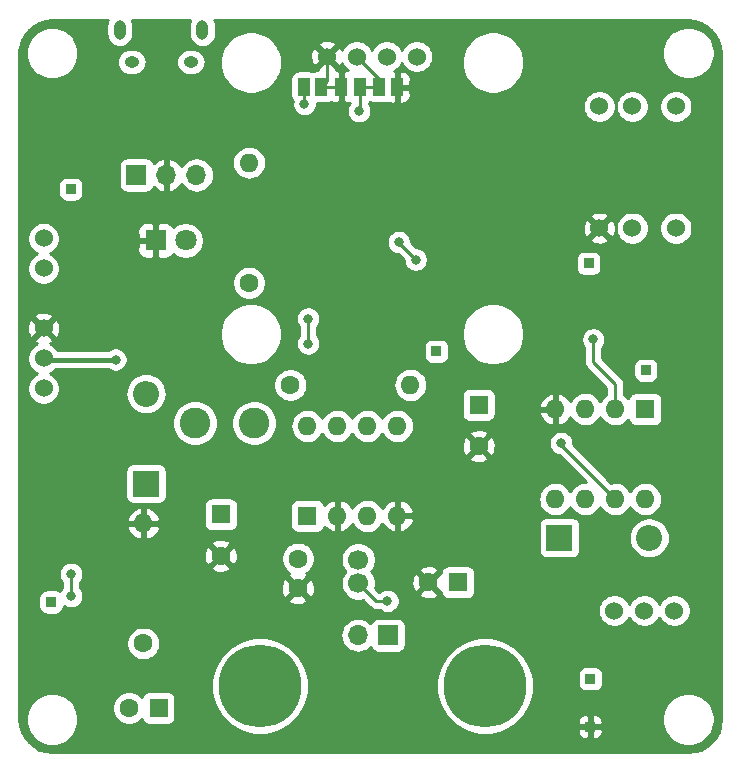
<source format=gbr>
G04 #@! TF.GenerationSoftware,KiCad,Pcbnew,(5.1.2-1)-1*
G04 #@! TF.CreationDate,2019-08-12T17:05:30-07:00*
G04 #@! TF.ProjectId,powersupply,706f7765-7273-4757-9070-6c792e6b6963,rev?*
G04 #@! TF.SameCoordinates,Original*
G04 #@! TF.FileFunction,Copper,L2,Bot*
G04 #@! TF.FilePolarity,Positive*
%FSLAX46Y46*%
G04 Gerber Fmt 4.6, Leading zero omitted, Abs format (unit mm)*
G04 Created by KiCad (PCBNEW (5.1.2-1)-1) date 2019-08-12 17:05:30*
%MOMM*%
%LPD*%
G04 APERTURE LIST*
%ADD10C,1.524000*%
%ADD11C,1.800000*%
%ADD12R,1.800000X1.800000*%
%ADD13R,0.850000X0.850000*%
%ADD14R,1.000000X1.524000*%
%ADD15O,1.600000X1.600000*%
%ADD16C,1.600000*%
%ADD17R,1.600000X1.600000*%
%ADD18C,1.700000*%
%ADD19O,1.700000X1.700000*%
%ADD20R,1.700000X1.700000*%
%ADD21C,2.600000*%
%ADD22C,7.000000*%
%ADD23O,1.250000X0.950000*%
%ADD24O,1.000000X1.650000*%
%ADD25O,2.200000X2.200000*%
%ADD26R,2.200000X2.200000*%
%ADD27C,0.800000*%
%ADD28C,0.250000*%
%ADD29C,0.400000*%
%ADD30C,0.254000*%
G04 APERTURE END LIST*
D10*
X63155000Y-31850000D03*
X60615000Y-31850000D03*
X58075000Y-31850000D03*
X55535000Y-31850000D03*
D11*
X43580000Y-47420000D03*
D12*
X41040000Y-47420000D03*
D13*
X77820000Y-88590000D03*
X77690000Y-49360000D03*
X82550000Y-58400000D03*
X64800000Y-56790000D03*
X32180000Y-78030000D03*
X33860000Y-43070000D03*
X77840000Y-84540000D03*
D14*
X58310000Y-34420000D03*
X56760000Y-34410000D03*
D15*
X48950000Y-40840000D03*
D16*
X48950000Y-51000000D03*
D15*
X82490000Y-69320000D03*
X74870000Y-61700000D03*
X79950000Y-69320000D03*
X77410000Y-61700000D03*
X77410000Y-69320000D03*
X79950000Y-61700000D03*
X74870000Y-69320000D03*
D17*
X82490000Y-61700000D03*
D15*
X53880000Y-63120000D03*
X61500000Y-70740000D03*
X56420000Y-63120000D03*
X58960000Y-70740000D03*
X58960000Y-63120000D03*
X56420000Y-70740000D03*
X61500000Y-63120000D03*
D17*
X53880000Y-70740000D03*
D18*
X58190000Y-76440000D03*
X58190000Y-74440000D03*
D19*
X58170000Y-80840000D03*
D20*
X60710000Y-80840000D03*
D16*
X38780000Y-87010000D03*
D17*
X41280000Y-87010000D03*
D16*
X64130000Y-76360000D03*
D17*
X66630000Y-76360000D03*
D16*
X46560000Y-74110000D03*
D17*
X46560000Y-70610000D03*
D14*
X61480000Y-34430000D03*
X59990000Y-34420000D03*
X55050000Y-34420000D03*
X53590000Y-34420000D03*
D21*
X49380000Y-62870000D03*
X44380000Y-62870000D03*
D16*
X68380000Y-64830000D03*
D17*
X68380000Y-61330000D03*
D22*
X49885000Y-85140000D03*
X68935000Y-85140000D03*
D10*
X85090000Y-36070000D03*
X81390000Y-36070000D03*
X78590000Y-36070000D03*
X85090000Y-46370000D03*
X81390000Y-46370000D03*
X78590000Y-46370000D03*
X31545000Y-47240000D03*
X31545000Y-49780000D03*
X31545000Y-54860000D03*
X31545000Y-57400000D03*
X31545000Y-59940000D03*
D15*
X40000000Y-71380000D03*
D16*
X40000000Y-81540000D03*
D15*
X62610000Y-59650000D03*
D16*
X52450000Y-59650000D03*
D10*
X79870000Y-78760000D03*
X82410000Y-78760000D03*
X84950000Y-78760000D03*
D23*
X39000000Y-32300000D03*
D24*
X45000000Y-29600000D03*
X38000000Y-29600000D03*
D23*
X44000000Y-32300000D03*
D19*
X44490000Y-41880000D03*
X41950000Y-41880000D03*
D20*
X39410000Y-41880000D03*
D25*
X82840000Y-72590000D03*
D26*
X75220000Y-72590000D03*
D25*
X40220000Y-60380000D03*
D26*
X40220000Y-68000000D03*
D16*
X53080000Y-76850000D03*
X53080000Y-74350000D03*
D27*
X42720000Y-53050000D03*
X45445000Y-37875010D03*
X36150000Y-69520000D03*
X66890000Y-42310000D03*
X76410000Y-52710000D03*
X83040000Y-50220000D03*
X52040000Y-39590000D03*
X52150000Y-42950000D03*
X36560000Y-79230000D03*
X34770000Y-82190000D03*
X30545010Y-81454835D03*
X68243760Y-71430645D03*
X37650000Y-57510000D03*
X60660000Y-77940000D03*
X58270000Y-36460000D03*
X53640000Y-35885000D03*
X33880000Y-75644979D03*
X33880000Y-77545000D03*
X63060000Y-49050000D03*
X61620000Y-47560000D03*
X75360000Y-64580000D03*
X53950000Y-56150000D03*
X53950000Y-54030000D03*
X78090000Y-55790000D03*
D28*
X54885000Y-34240000D02*
X55090000Y-34445000D01*
X55535000Y-31850000D02*
X55535000Y-32095000D01*
X56570000Y-34440000D02*
X55140000Y-34440000D01*
X55535000Y-33935000D02*
X55050000Y-34420000D01*
X55535000Y-31850000D02*
X55535000Y-33935000D01*
D29*
X31655000Y-57510000D02*
X31545000Y-57400000D01*
X37650000Y-57510000D02*
X31655000Y-57510000D01*
D28*
X60094315Y-77940000D02*
X60660000Y-77940000D01*
X58190000Y-76440000D02*
X59690000Y-77940000D01*
X59690000Y-77940000D02*
X60094315Y-77940000D01*
X59740000Y-34450000D02*
X59760000Y-34430000D01*
X58310000Y-34450000D02*
X59740000Y-34450000D01*
X58310000Y-36420000D02*
X58270000Y-36460000D01*
X58310000Y-34450000D02*
X58310000Y-36420000D01*
X53590000Y-35835000D02*
X53640000Y-35885000D01*
X53590000Y-34445000D02*
X53590000Y-35835000D01*
X58360000Y-33970000D02*
X58170000Y-34160000D01*
X58075000Y-31850000D02*
X58360000Y-32135000D01*
X33880000Y-75644979D02*
X33880000Y-77545000D01*
X58836999Y-32611999D02*
X58075000Y-31850000D01*
X59990000Y-33765000D02*
X58836999Y-32611999D01*
X59990000Y-34420000D02*
X59990000Y-33765000D01*
X61620000Y-47610000D02*
X61620000Y-47560000D01*
X63060000Y-49050000D02*
X61620000Y-47610000D01*
X79950000Y-69320000D02*
X75360000Y-64730000D01*
X75360000Y-64730000D02*
X75360000Y-64580000D01*
X53950000Y-56150000D02*
X53950000Y-54200000D01*
X53950000Y-54200000D02*
X53800000Y-54050000D01*
X79950000Y-59580000D02*
X79950000Y-61700000D01*
X78090000Y-57720000D02*
X79950000Y-59580000D01*
X78090000Y-55790000D02*
X78090000Y-57720000D01*
D30*
G36*
X36946324Y-28838553D02*
G01*
X36881423Y-29052501D01*
X36865000Y-29219248D01*
X36865000Y-29980751D01*
X36881423Y-30147498D01*
X36946324Y-30361446D01*
X37051716Y-30558623D01*
X37193551Y-30731449D01*
X37366377Y-30873284D01*
X37563553Y-30978676D01*
X37777501Y-31043577D01*
X38000000Y-31065491D01*
X38222498Y-31043577D01*
X38436446Y-30978676D01*
X38633623Y-30873284D01*
X38806449Y-30731449D01*
X38948284Y-30558623D01*
X39053676Y-30361447D01*
X39118577Y-30147499D01*
X39135000Y-29980752D01*
X39135000Y-29219249D01*
X39118577Y-29052502D01*
X39053676Y-28838553D01*
X39011689Y-28760000D01*
X43988312Y-28760000D01*
X43946324Y-28838553D01*
X43881423Y-29052501D01*
X43865000Y-29219248D01*
X43865000Y-29980751D01*
X43881423Y-30147498D01*
X43946324Y-30361446D01*
X44051716Y-30558623D01*
X44193551Y-30731449D01*
X44366377Y-30873284D01*
X44563553Y-30978676D01*
X44777501Y-31043577D01*
X45000000Y-31065491D01*
X45222498Y-31043577D01*
X45436446Y-30978676D01*
X45633623Y-30873284D01*
X45806449Y-30731449D01*
X45948284Y-30558623D01*
X46053676Y-30361447D01*
X46118577Y-30147499D01*
X46135000Y-29980752D01*
X46135000Y-29219249D01*
X46118577Y-29052502D01*
X46053676Y-28838553D01*
X46011689Y-28760000D01*
X86087721Y-28760000D01*
X86661298Y-28816240D01*
X87181980Y-28973442D01*
X87662213Y-29228787D01*
X88083702Y-29572546D01*
X88430390Y-29991619D01*
X88689079Y-30470056D01*
X88849916Y-30989632D01*
X88910000Y-31561307D01*
X88910001Y-87917711D01*
X88853760Y-88491299D01*
X88696556Y-89011983D01*
X88441214Y-89492210D01*
X88097456Y-89913700D01*
X87678381Y-90260390D01*
X87199945Y-90519079D01*
X86680367Y-90679916D01*
X86108702Y-90740000D01*
X32284759Y-90740000D01*
X31712860Y-90680576D01*
X31193103Y-90520359D01*
X30714356Y-90262233D01*
X30294871Y-89916040D01*
X29950616Y-89494962D01*
X29694702Y-89015031D01*
X29536882Y-88494532D01*
X29480000Y-87921396D01*
X29480000Y-87729872D01*
X30035000Y-87729872D01*
X30035000Y-88170128D01*
X30120890Y-88601925D01*
X30289369Y-89008669D01*
X30533962Y-89374729D01*
X30845271Y-89686038D01*
X31211331Y-89930631D01*
X31618075Y-90099110D01*
X32049872Y-90185000D01*
X32490128Y-90185000D01*
X32921925Y-90099110D01*
X33328669Y-89930631D01*
X33694729Y-89686038D01*
X34006038Y-89374729D01*
X34250631Y-89008669D01*
X34419110Y-88601925D01*
X34505000Y-88170128D01*
X34505000Y-87729872D01*
X34419110Y-87298075D01*
X34250631Y-86891331D01*
X34235487Y-86868665D01*
X37345000Y-86868665D01*
X37345000Y-87151335D01*
X37400147Y-87428574D01*
X37508320Y-87689727D01*
X37665363Y-87924759D01*
X37865241Y-88124637D01*
X38100273Y-88281680D01*
X38361426Y-88389853D01*
X38638665Y-88445000D01*
X38921335Y-88445000D01*
X39198574Y-88389853D01*
X39459727Y-88281680D01*
X39694759Y-88124637D01*
X39861339Y-87958057D01*
X39890498Y-88054180D01*
X39949463Y-88164494D01*
X40028815Y-88261185D01*
X40125506Y-88340537D01*
X40235820Y-88399502D01*
X40355518Y-88435812D01*
X40480000Y-88448072D01*
X42080000Y-88448072D01*
X42204482Y-88435812D01*
X42324180Y-88399502D01*
X42434494Y-88340537D01*
X42531185Y-88261185D01*
X42610537Y-88164494D01*
X42669502Y-88054180D01*
X42705812Y-87934482D01*
X42718072Y-87810000D01*
X42718072Y-86210000D01*
X42705812Y-86085518D01*
X42669502Y-85965820D01*
X42610537Y-85855506D01*
X42531185Y-85758815D01*
X42434494Y-85679463D01*
X42324180Y-85620498D01*
X42204482Y-85584188D01*
X42080000Y-85571928D01*
X40480000Y-85571928D01*
X40355518Y-85584188D01*
X40235820Y-85620498D01*
X40125506Y-85679463D01*
X40028815Y-85758815D01*
X39949463Y-85855506D01*
X39890498Y-85965820D01*
X39861339Y-86061943D01*
X39694759Y-85895363D01*
X39459727Y-85738320D01*
X39198574Y-85630147D01*
X38921335Y-85575000D01*
X38638665Y-85575000D01*
X38361426Y-85630147D01*
X38100273Y-85738320D01*
X37865241Y-85895363D01*
X37665363Y-86095241D01*
X37508320Y-86330273D01*
X37400147Y-86591426D01*
X37345000Y-86868665D01*
X34235487Y-86868665D01*
X34006038Y-86525271D01*
X33694729Y-86213962D01*
X33328669Y-85969369D01*
X32921925Y-85800890D01*
X32490128Y-85715000D01*
X32049872Y-85715000D01*
X31618075Y-85800890D01*
X31211331Y-85969369D01*
X30845271Y-86213962D01*
X30533962Y-86525271D01*
X30289369Y-86891331D01*
X30120890Y-87298075D01*
X30035000Y-87729872D01*
X29480000Y-87729872D01*
X29480000Y-84732738D01*
X45750000Y-84732738D01*
X45750000Y-85547262D01*
X45908906Y-86346135D01*
X46220611Y-87098657D01*
X46673136Y-87775909D01*
X47249091Y-88351864D01*
X47926343Y-88804389D01*
X48678865Y-89116094D01*
X49477738Y-89275000D01*
X50292262Y-89275000D01*
X51091135Y-89116094D01*
X51843657Y-88804389D01*
X52520909Y-88351864D01*
X53096864Y-87775909D01*
X53549389Y-87098657D01*
X53861094Y-86346135D01*
X54020000Y-85547262D01*
X54020000Y-84732738D01*
X64800000Y-84732738D01*
X64800000Y-85547262D01*
X64958906Y-86346135D01*
X65270611Y-87098657D01*
X65723136Y-87775909D01*
X66299091Y-88351864D01*
X66976343Y-88804389D01*
X67728865Y-89116094D01*
X68527738Y-89275000D01*
X69342262Y-89275000D01*
X70141135Y-89116094D01*
X70385197Y-89015000D01*
X76756928Y-89015000D01*
X76769188Y-89139482D01*
X76805498Y-89259180D01*
X76864463Y-89369494D01*
X76943815Y-89466185D01*
X77040506Y-89545537D01*
X77150820Y-89604502D01*
X77270518Y-89640812D01*
X77395000Y-89653072D01*
X77534250Y-89650000D01*
X77693000Y-89491250D01*
X77693000Y-88717000D01*
X77947000Y-88717000D01*
X77947000Y-89491250D01*
X78105750Y-89650000D01*
X78245000Y-89653072D01*
X78369482Y-89640812D01*
X78489180Y-89604502D01*
X78599494Y-89545537D01*
X78696185Y-89466185D01*
X78775537Y-89369494D01*
X78834502Y-89259180D01*
X78870812Y-89139482D01*
X78883072Y-89015000D01*
X78880000Y-88875750D01*
X78721250Y-88717000D01*
X77947000Y-88717000D01*
X77693000Y-88717000D01*
X76918750Y-88717000D01*
X76760000Y-88875750D01*
X76756928Y-89015000D01*
X70385197Y-89015000D01*
X70893657Y-88804389D01*
X71570909Y-88351864D01*
X71757773Y-88165000D01*
X76756928Y-88165000D01*
X76760000Y-88304250D01*
X76918750Y-88463000D01*
X77693000Y-88463000D01*
X77693000Y-87688750D01*
X77947000Y-87688750D01*
X77947000Y-88463000D01*
X78721250Y-88463000D01*
X78880000Y-88304250D01*
X78883072Y-88165000D01*
X78870812Y-88040518D01*
X78834502Y-87920820D01*
X78775537Y-87810506D01*
X78709363Y-87729872D01*
X83885000Y-87729872D01*
X83885000Y-88170128D01*
X83970890Y-88601925D01*
X84139369Y-89008669D01*
X84383962Y-89374729D01*
X84695271Y-89686038D01*
X85061331Y-89930631D01*
X85468075Y-90099110D01*
X85899872Y-90185000D01*
X86340128Y-90185000D01*
X86771925Y-90099110D01*
X87178669Y-89930631D01*
X87544729Y-89686038D01*
X87856038Y-89374729D01*
X88100631Y-89008669D01*
X88269110Y-88601925D01*
X88355000Y-88170128D01*
X88355000Y-87729872D01*
X88269110Y-87298075D01*
X88100631Y-86891331D01*
X87856038Y-86525271D01*
X87544729Y-86213962D01*
X87178669Y-85969369D01*
X86771925Y-85800890D01*
X86340128Y-85715000D01*
X85899872Y-85715000D01*
X85468075Y-85800890D01*
X85061331Y-85969369D01*
X84695271Y-86213962D01*
X84383962Y-86525271D01*
X84139369Y-86891331D01*
X83970890Y-87298075D01*
X83885000Y-87729872D01*
X78709363Y-87729872D01*
X78696185Y-87713815D01*
X78599494Y-87634463D01*
X78489180Y-87575498D01*
X78369482Y-87539188D01*
X78245000Y-87526928D01*
X78105750Y-87530000D01*
X77947000Y-87688750D01*
X77693000Y-87688750D01*
X77534250Y-87530000D01*
X77395000Y-87526928D01*
X77270518Y-87539188D01*
X77150820Y-87575498D01*
X77040506Y-87634463D01*
X76943815Y-87713815D01*
X76864463Y-87810506D01*
X76805498Y-87920820D01*
X76769188Y-88040518D01*
X76756928Y-88165000D01*
X71757773Y-88165000D01*
X72146864Y-87775909D01*
X72599389Y-87098657D01*
X72911094Y-86346135D01*
X73070000Y-85547262D01*
X73070000Y-84732738D01*
X72947125Y-84115000D01*
X76776928Y-84115000D01*
X76776928Y-84965000D01*
X76789188Y-85089482D01*
X76825498Y-85209180D01*
X76884463Y-85319494D01*
X76963815Y-85416185D01*
X77060506Y-85495537D01*
X77170820Y-85554502D01*
X77290518Y-85590812D01*
X77415000Y-85603072D01*
X78265000Y-85603072D01*
X78389482Y-85590812D01*
X78509180Y-85554502D01*
X78619494Y-85495537D01*
X78716185Y-85416185D01*
X78795537Y-85319494D01*
X78854502Y-85209180D01*
X78890812Y-85089482D01*
X78903072Y-84965000D01*
X78903072Y-84115000D01*
X78890812Y-83990518D01*
X78854502Y-83870820D01*
X78795537Y-83760506D01*
X78716185Y-83663815D01*
X78619494Y-83584463D01*
X78509180Y-83525498D01*
X78389482Y-83489188D01*
X78265000Y-83476928D01*
X77415000Y-83476928D01*
X77290518Y-83489188D01*
X77170820Y-83525498D01*
X77060506Y-83584463D01*
X76963815Y-83663815D01*
X76884463Y-83760506D01*
X76825498Y-83870820D01*
X76789188Y-83990518D01*
X76776928Y-84115000D01*
X72947125Y-84115000D01*
X72911094Y-83933865D01*
X72599389Y-83181343D01*
X72146864Y-82504091D01*
X71570909Y-81928136D01*
X70893657Y-81475611D01*
X70141135Y-81163906D01*
X69342262Y-81005000D01*
X68527738Y-81005000D01*
X67728865Y-81163906D01*
X66976343Y-81475611D01*
X66299091Y-81928136D01*
X65723136Y-82504091D01*
X65270611Y-83181343D01*
X64958906Y-83933865D01*
X64800000Y-84732738D01*
X54020000Y-84732738D01*
X53861094Y-83933865D01*
X53549389Y-83181343D01*
X53096864Y-82504091D01*
X52520909Y-81928136D01*
X51843657Y-81475611D01*
X51091135Y-81163906D01*
X50292262Y-81005000D01*
X49477738Y-81005000D01*
X48678865Y-81163906D01*
X47926343Y-81475611D01*
X47249091Y-81928136D01*
X46673136Y-82504091D01*
X46220611Y-83181343D01*
X45908906Y-83933865D01*
X45750000Y-84732738D01*
X29480000Y-84732738D01*
X29480000Y-81398665D01*
X38565000Y-81398665D01*
X38565000Y-81681335D01*
X38620147Y-81958574D01*
X38728320Y-82219727D01*
X38885363Y-82454759D01*
X39085241Y-82654637D01*
X39320273Y-82811680D01*
X39581426Y-82919853D01*
X39858665Y-82975000D01*
X40141335Y-82975000D01*
X40418574Y-82919853D01*
X40679727Y-82811680D01*
X40914759Y-82654637D01*
X41114637Y-82454759D01*
X41271680Y-82219727D01*
X41379853Y-81958574D01*
X41435000Y-81681335D01*
X41435000Y-81398665D01*
X41379853Y-81121426D01*
X41271680Y-80860273D01*
X41258135Y-80840000D01*
X56677815Y-80840000D01*
X56706487Y-81131111D01*
X56791401Y-81411034D01*
X56929294Y-81669014D01*
X57114866Y-81895134D01*
X57340986Y-82080706D01*
X57598966Y-82218599D01*
X57878889Y-82303513D01*
X58097050Y-82325000D01*
X58242950Y-82325000D01*
X58461111Y-82303513D01*
X58741034Y-82218599D01*
X58999014Y-82080706D01*
X59225134Y-81895134D01*
X59249607Y-81865313D01*
X59270498Y-81934180D01*
X59329463Y-82044494D01*
X59408815Y-82141185D01*
X59505506Y-82220537D01*
X59615820Y-82279502D01*
X59735518Y-82315812D01*
X59860000Y-82328072D01*
X61560000Y-82328072D01*
X61684482Y-82315812D01*
X61804180Y-82279502D01*
X61914494Y-82220537D01*
X62011185Y-82141185D01*
X62090537Y-82044494D01*
X62149502Y-81934180D01*
X62185812Y-81814482D01*
X62198072Y-81690000D01*
X62198072Y-79990000D01*
X62185812Y-79865518D01*
X62149502Y-79745820D01*
X62090537Y-79635506D01*
X62011185Y-79538815D01*
X61914494Y-79459463D01*
X61804180Y-79400498D01*
X61684482Y-79364188D01*
X61560000Y-79351928D01*
X59860000Y-79351928D01*
X59735518Y-79364188D01*
X59615820Y-79400498D01*
X59505506Y-79459463D01*
X59408815Y-79538815D01*
X59329463Y-79635506D01*
X59270498Y-79745820D01*
X59249607Y-79814687D01*
X59225134Y-79784866D01*
X58999014Y-79599294D01*
X58741034Y-79461401D01*
X58461111Y-79376487D01*
X58242950Y-79355000D01*
X58097050Y-79355000D01*
X57878889Y-79376487D01*
X57598966Y-79461401D01*
X57340986Y-79599294D01*
X57114866Y-79784866D01*
X56929294Y-80010986D01*
X56791401Y-80268966D01*
X56706487Y-80548889D01*
X56677815Y-80840000D01*
X41258135Y-80840000D01*
X41114637Y-80625241D01*
X40914759Y-80425363D01*
X40679727Y-80268320D01*
X40418574Y-80160147D01*
X40141335Y-80105000D01*
X39858665Y-80105000D01*
X39581426Y-80160147D01*
X39320273Y-80268320D01*
X39085241Y-80425363D01*
X38885363Y-80625241D01*
X38728320Y-80860273D01*
X38620147Y-81121426D01*
X38565000Y-81398665D01*
X29480000Y-81398665D01*
X29480000Y-77605000D01*
X31116928Y-77605000D01*
X31116928Y-78455000D01*
X31129188Y-78579482D01*
X31165498Y-78699180D01*
X31224463Y-78809494D01*
X31303815Y-78906185D01*
X31400506Y-78985537D01*
X31510820Y-79044502D01*
X31630518Y-79080812D01*
X31755000Y-79093072D01*
X32605000Y-79093072D01*
X32729482Y-79080812D01*
X32849180Y-79044502D01*
X32959494Y-78985537D01*
X33056185Y-78906185D01*
X33135537Y-78809494D01*
X33194502Y-78699180D01*
X33230812Y-78579482D01*
X33243072Y-78455000D01*
X33243072Y-78364202D01*
X33389744Y-78462205D01*
X33578102Y-78540226D01*
X33778061Y-78580000D01*
X33981939Y-78580000D01*
X34181898Y-78540226D01*
X34370256Y-78462205D01*
X34539774Y-78348937D01*
X34683937Y-78204774D01*
X34797205Y-78035256D01*
X34875226Y-77846898D01*
X34876060Y-77842702D01*
X52266903Y-77842702D01*
X52338486Y-78086671D01*
X52593996Y-78207571D01*
X52868184Y-78276300D01*
X53150512Y-78290217D01*
X53430130Y-78248787D01*
X53696292Y-78153603D01*
X53821514Y-78086671D01*
X53893097Y-77842702D01*
X53080000Y-77029605D01*
X52266903Y-77842702D01*
X34876060Y-77842702D01*
X34915000Y-77646939D01*
X34915000Y-77443061D01*
X34875226Y-77243102D01*
X34797205Y-77054744D01*
X34707515Y-76920512D01*
X51639783Y-76920512D01*
X51681213Y-77200130D01*
X51776397Y-77466292D01*
X51843329Y-77591514D01*
X52087298Y-77663097D01*
X52900395Y-76850000D01*
X53259605Y-76850000D01*
X54072702Y-77663097D01*
X54316671Y-77591514D01*
X54437571Y-77336004D01*
X54506300Y-77061816D01*
X54520217Y-76779488D01*
X54478787Y-76499870D01*
X54383603Y-76233708D01*
X54316671Y-76108486D01*
X54072702Y-76036903D01*
X53259605Y-76850000D01*
X52900395Y-76850000D01*
X52087298Y-76036903D01*
X51843329Y-76108486D01*
X51722429Y-76363996D01*
X51653700Y-76638184D01*
X51639783Y-76920512D01*
X34707515Y-76920512D01*
X34683937Y-76885226D01*
X34640000Y-76841289D01*
X34640000Y-76348690D01*
X34683937Y-76304753D01*
X34797205Y-76135235D01*
X34875226Y-75946877D01*
X34915000Y-75746918D01*
X34915000Y-75543040D01*
X34875226Y-75343081D01*
X34797205Y-75154723D01*
X34762446Y-75102702D01*
X45746903Y-75102702D01*
X45818486Y-75346671D01*
X46073996Y-75467571D01*
X46348184Y-75536300D01*
X46630512Y-75550217D01*
X46910130Y-75508787D01*
X47176292Y-75413603D01*
X47301514Y-75346671D01*
X47373097Y-75102702D01*
X46560000Y-74289605D01*
X45746903Y-75102702D01*
X34762446Y-75102702D01*
X34683937Y-74985205D01*
X34539774Y-74841042D01*
X34370256Y-74727774D01*
X34181898Y-74649753D01*
X33981939Y-74609979D01*
X33778061Y-74609979D01*
X33578102Y-74649753D01*
X33389744Y-74727774D01*
X33220226Y-74841042D01*
X33076063Y-74985205D01*
X32962795Y-75154723D01*
X32884774Y-75343081D01*
X32845000Y-75543040D01*
X32845000Y-75746918D01*
X32884774Y-75946877D01*
X32962795Y-76135235D01*
X33076063Y-76304753D01*
X33120000Y-76348690D01*
X33120001Y-76841288D01*
X33076063Y-76885226D01*
X32962795Y-77054744D01*
X32955509Y-77072333D01*
X32849180Y-77015498D01*
X32729482Y-76979188D01*
X32605000Y-76966928D01*
X31755000Y-76966928D01*
X31630518Y-76979188D01*
X31510820Y-77015498D01*
X31400506Y-77074463D01*
X31303815Y-77153815D01*
X31224463Y-77250506D01*
X31165498Y-77360820D01*
X31129188Y-77480518D01*
X31116928Y-77605000D01*
X29480000Y-77605000D01*
X29480000Y-74180512D01*
X45119783Y-74180512D01*
X45161213Y-74460130D01*
X45256397Y-74726292D01*
X45323329Y-74851514D01*
X45567298Y-74923097D01*
X46380395Y-74110000D01*
X46739605Y-74110000D01*
X47552702Y-74923097D01*
X47796671Y-74851514D01*
X47917571Y-74596004D01*
X47986300Y-74321816D01*
X47991877Y-74208665D01*
X51645000Y-74208665D01*
X51645000Y-74491335D01*
X51700147Y-74768574D01*
X51808320Y-75029727D01*
X51965363Y-75264759D01*
X52165241Y-75464637D01*
X52365869Y-75598692D01*
X52338486Y-75613329D01*
X52266903Y-75857298D01*
X53080000Y-76670395D01*
X53893097Y-75857298D01*
X53821514Y-75613329D01*
X53792659Y-75599676D01*
X53994759Y-75464637D01*
X54194637Y-75264759D01*
X54351680Y-75029727D01*
X54459853Y-74768574D01*
X54515000Y-74491335D01*
X54515000Y-74293740D01*
X56705000Y-74293740D01*
X56705000Y-74586260D01*
X56762068Y-74873158D01*
X56874010Y-75143411D01*
X57036525Y-75386632D01*
X57089893Y-75440000D01*
X57036525Y-75493368D01*
X56874010Y-75736589D01*
X56762068Y-76006842D01*
X56705000Y-76293740D01*
X56705000Y-76586260D01*
X56762068Y-76873158D01*
X56874010Y-77143411D01*
X57036525Y-77386632D01*
X57243368Y-77593475D01*
X57486589Y-77755990D01*
X57756842Y-77867932D01*
X58043740Y-77925000D01*
X58336260Y-77925000D01*
X58556408Y-77881210D01*
X59126201Y-78451003D01*
X59149999Y-78480001D01*
X59265724Y-78574974D01*
X59397753Y-78645546D01*
X59541014Y-78689003D01*
X59652667Y-78700000D01*
X59652676Y-78700000D01*
X59689999Y-78703676D01*
X59727322Y-78700000D01*
X59956289Y-78700000D01*
X60000226Y-78743937D01*
X60169744Y-78857205D01*
X60358102Y-78935226D01*
X60558061Y-78975000D01*
X60761939Y-78975000D01*
X60961898Y-78935226D01*
X61150256Y-78857205D01*
X61319774Y-78743937D01*
X61441303Y-78622408D01*
X78473000Y-78622408D01*
X78473000Y-78897592D01*
X78526686Y-79167490D01*
X78631995Y-79421727D01*
X78784880Y-79650535D01*
X78979465Y-79845120D01*
X79208273Y-79998005D01*
X79462510Y-80103314D01*
X79732408Y-80157000D01*
X80007592Y-80157000D01*
X80277490Y-80103314D01*
X80531727Y-79998005D01*
X80760535Y-79845120D01*
X80955120Y-79650535D01*
X81108005Y-79421727D01*
X81140000Y-79344485D01*
X81171995Y-79421727D01*
X81324880Y-79650535D01*
X81519465Y-79845120D01*
X81748273Y-79998005D01*
X82002510Y-80103314D01*
X82272408Y-80157000D01*
X82547592Y-80157000D01*
X82817490Y-80103314D01*
X83071727Y-79998005D01*
X83300535Y-79845120D01*
X83495120Y-79650535D01*
X83648005Y-79421727D01*
X83680000Y-79344485D01*
X83711995Y-79421727D01*
X83864880Y-79650535D01*
X84059465Y-79845120D01*
X84288273Y-79998005D01*
X84542510Y-80103314D01*
X84812408Y-80157000D01*
X85087592Y-80157000D01*
X85357490Y-80103314D01*
X85611727Y-79998005D01*
X85840535Y-79845120D01*
X86035120Y-79650535D01*
X86188005Y-79421727D01*
X86293314Y-79167490D01*
X86347000Y-78897592D01*
X86347000Y-78622408D01*
X86293314Y-78352510D01*
X86188005Y-78098273D01*
X86035120Y-77869465D01*
X85840535Y-77674880D01*
X85611727Y-77521995D01*
X85357490Y-77416686D01*
X85087592Y-77363000D01*
X84812408Y-77363000D01*
X84542510Y-77416686D01*
X84288273Y-77521995D01*
X84059465Y-77674880D01*
X83864880Y-77869465D01*
X83711995Y-78098273D01*
X83680000Y-78175515D01*
X83648005Y-78098273D01*
X83495120Y-77869465D01*
X83300535Y-77674880D01*
X83071727Y-77521995D01*
X82817490Y-77416686D01*
X82547592Y-77363000D01*
X82272408Y-77363000D01*
X82002510Y-77416686D01*
X81748273Y-77521995D01*
X81519465Y-77674880D01*
X81324880Y-77869465D01*
X81171995Y-78098273D01*
X81140000Y-78175515D01*
X81108005Y-78098273D01*
X80955120Y-77869465D01*
X80760535Y-77674880D01*
X80531727Y-77521995D01*
X80277490Y-77416686D01*
X80007592Y-77363000D01*
X79732408Y-77363000D01*
X79462510Y-77416686D01*
X79208273Y-77521995D01*
X78979465Y-77674880D01*
X78784880Y-77869465D01*
X78631995Y-78098273D01*
X78526686Y-78352510D01*
X78473000Y-78622408D01*
X61441303Y-78622408D01*
X61463937Y-78599774D01*
X61577205Y-78430256D01*
X61655226Y-78241898D01*
X61695000Y-78041939D01*
X61695000Y-77838061D01*
X61655226Y-77638102D01*
X61577205Y-77449744D01*
X61512364Y-77352702D01*
X63316903Y-77352702D01*
X63388486Y-77596671D01*
X63643996Y-77717571D01*
X63918184Y-77786300D01*
X64200512Y-77800217D01*
X64480130Y-77758787D01*
X64746292Y-77663603D01*
X64871514Y-77596671D01*
X64943097Y-77352702D01*
X64130000Y-76539605D01*
X63316903Y-77352702D01*
X61512364Y-77352702D01*
X61463937Y-77280226D01*
X61319774Y-77136063D01*
X61150256Y-77022795D01*
X60961898Y-76944774D01*
X60761939Y-76905000D01*
X60558061Y-76905000D01*
X60358102Y-76944774D01*
X60169744Y-77022795D01*
X60000226Y-77136063D01*
X59980545Y-77155744D01*
X59631210Y-76806408D01*
X59675000Y-76586260D01*
X59675000Y-76430512D01*
X62689783Y-76430512D01*
X62731213Y-76710130D01*
X62826397Y-76976292D01*
X62893329Y-77101514D01*
X63137298Y-77173097D01*
X63950395Y-76360000D01*
X64309605Y-76360000D01*
X65122702Y-77173097D01*
X65191928Y-77152785D01*
X65191928Y-77160000D01*
X65204188Y-77284482D01*
X65240498Y-77404180D01*
X65299463Y-77514494D01*
X65378815Y-77611185D01*
X65475506Y-77690537D01*
X65585820Y-77749502D01*
X65705518Y-77785812D01*
X65830000Y-77798072D01*
X67430000Y-77798072D01*
X67554482Y-77785812D01*
X67674180Y-77749502D01*
X67784494Y-77690537D01*
X67881185Y-77611185D01*
X67960537Y-77514494D01*
X68019502Y-77404180D01*
X68055812Y-77284482D01*
X68068072Y-77160000D01*
X68068072Y-75560000D01*
X68055812Y-75435518D01*
X68019502Y-75315820D01*
X67960537Y-75205506D01*
X67881185Y-75108815D01*
X67784494Y-75029463D01*
X67674180Y-74970498D01*
X67554482Y-74934188D01*
X67430000Y-74921928D01*
X65830000Y-74921928D01*
X65705518Y-74934188D01*
X65585820Y-74970498D01*
X65475506Y-75029463D01*
X65378815Y-75108815D01*
X65299463Y-75205506D01*
X65240498Y-75315820D01*
X65204188Y-75435518D01*
X65191928Y-75560000D01*
X65191928Y-75567215D01*
X65122702Y-75546903D01*
X64309605Y-76360000D01*
X63950395Y-76360000D01*
X63137298Y-75546903D01*
X62893329Y-75618486D01*
X62772429Y-75873996D01*
X62703700Y-76148184D01*
X62689783Y-76430512D01*
X59675000Y-76430512D01*
X59675000Y-76293740D01*
X59617932Y-76006842D01*
X59505990Y-75736589D01*
X59343475Y-75493368D01*
X59290107Y-75440000D01*
X59343475Y-75386632D01*
X59356393Y-75367298D01*
X63316903Y-75367298D01*
X64130000Y-76180395D01*
X64943097Y-75367298D01*
X64871514Y-75123329D01*
X64616004Y-75002429D01*
X64341816Y-74933700D01*
X64059488Y-74919783D01*
X63779870Y-74961213D01*
X63513708Y-75056397D01*
X63388486Y-75123329D01*
X63316903Y-75367298D01*
X59356393Y-75367298D01*
X59505990Y-75143411D01*
X59617932Y-74873158D01*
X59675000Y-74586260D01*
X59675000Y-74293740D01*
X59617932Y-74006842D01*
X59505990Y-73736589D01*
X59343475Y-73493368D01*
X59136632Y-73286525D01*
X58893411Y-73124010D01*
X58623158Y-73012068D01*
X58336260Y-72955000D01*
X58043740Y-72955000D01*
X57756842Y-73012068D01*
X57486589Y-73124010D01*
X57243368Y-73286525D01*
X57036525Y-73493368D01*
X56874010Y-73736589D01*
X56762068Y-74006842D01*
X56705000Y-74293740D01*
X54515000Y-74293740D01*
X54515000Y-74208665D01*
X54459853Y-73931426D01*
X54351680Y-73670273D01*
X54194637Y-73435241D01*
X53994759Y-73235363D01*
X53759727Y-73078320D01*
X53498574Y-72970147D01*
X53221335Y-72915000D01*
X52938665Y-72915000D01*
X52661426Y-72970147D01*
X52400273Y-73078320D01*
X52165241Y-73235363D01*
X51965363Y-73435241D01*
X51808320Y-73670273D01*
X51700147Y-73931426D01*
X51645000Y-74208665D01*
X47991877Y-74208665D01*
X48000217Y-74039488D01*
X47958787Y-73759870D01*
X47863603Y-73493708D01*
X47796671Y-73368486D01*
X47552702Y-73296903D01*
X46739605Y-74110000D01*
X46380395Y-74110000D01*
X45567298Y-73296903D01*
X45323329Y-73368486D01*
X45202429Y-73623996D01*
X45133700Y-73898184D01*
X45119783Y-74180512D01*
X29480000Y-74180512D01*
X29480000Y-73117298D01*
X45746903Y-73117298D01*
X46560000Y-73930395D01*
X47373097Y-73117298D01*
X47301514Y-72873329D01*
X47046004Y-72752429D01*
X46771816Y-72683700D01*
X46489488Y-72669783D01*
X46209870Y-72711213D01*
X45943708Y-72806397D01*
X45818486Y-72873329D01*
X45746903Y-73117298D01*
X29480000Y-73117298D01*
X29480000Y-71729040D01*
X38608091Y-71729040D01*
X38702930Y-71993881D01*
X38847615Y-72235131D01*
X39036586Y-72443519D01*
X39262580Y-72611037D01*
X39516913Y-72731246D01*
X39650961Y-72771904D01*
X39873000Y-72649915D01*
X39873000Y-71507000D01*
X40127000Y-71507000D01*
X40127000Y-72649915D01*
X40349039Y-72771904D01*
X40483087Y-72731246D01*
X40737420Y-72611037D01*
X40963414Y-72443519D01*
X41152385Y-72235131D01*
X41297070Y-71993881D01*
X41391909Y-71729040D01*
X41270624Y-71507000D01*
X40127000Y-71507000D01*
X39873000Y-71507000D01*
X38729376Y-71507000D01*
X38608091Y-71729040D01*
X29480000Y-71729040D01*
X29480000Y-71030960D01*
X38608091Y-71030960D01*
X38729376Y-71253000D01*
X39873000Y-71253000D01*
X39873000Y-70110085D01*
X40127000Y-70110085D01*
X40127000Y-71253000D01*
X41270624Y-71253000D01*
X41391909Y-71030960D01*
X41297070Y-70766119D01*
X41152385Y-70524869D01*
X40963414Y-70316481D01*
X40737420Y-70148963D01*
X40483087Y-70028754D01*
X40349039Y-69988096D01*
X40127000Y-70110085D01*
X39873000Y-70110085D01*
X39650961Y-69988096D01*
X39516913Y-70028754D01*
X39262580Y-70148963D01*
X39036586Y-70316481D01*
X38847615Y-70524869D01*
X38702930Y-70766119D01*
X38608091Y-71030960D01*
X29480000Y-71030960D01*
X29480000Y-69810000D01*
X45121928Y-69810000D01*
X45121928Y-71410000D01*
X45134188Y-71534482D01*
X45170498Y-71654180D01*
X45229463Y-71764494D01*
X45308815Y-71861185D01*
X45405506Y-71940537D01*
X45515820Y-71999502D01*
X45635518Y-72035812D01*
X45760000Y-72048072D01*
X47360000Y-72048072D01*
X47484482Y-72035812D01*
X47604180Y-71999502D01*
X47714494Y-71940537D01*
X47811185Y-71861185D01*
X47890537Y-71764494D01*
X47949502Y-71654180D01*
X47985812Y-71534482D01*
X47998072Y-71410000D01*
X47998072Y-69940000D01*
X52441928Y-69940000D01*
X52441928Y-71540000D01*
X52454188Y-71664482D01*
X52490498Y-71784180D01*
X52549463Y-71894494D01*
X52628815Y-71991185D01*
X52725506Y-72070537D01*
X52835820Y-72129502D01*
X52955518Y-72165812D01*
X53080000Y-72178072D01*
X54680000Y-72178072D01*
X54804482Y-72165812D01*
X54924180Y-72129502D01*
X55034494Y-72070537D01*
X55131185Y-71991185D01*
X55210537Y-71894494D01*
X55269502Y-71784180D01*
X55305812Y-71664482D01*
X55308231Y-71639920D01*
X55456586Y-71803519D01*
X55682580Y-71971037D01*
X55936913Y-72091246D01*
X56070961Y-72131904D01*
X56293000Y-72009915D01*
X56293000Y-70867000D01*
X56273000Y-70867000D01*
X56273000Y-70613000D01*
X56293000Y-70613000D01*
X56293000Y-69470085D01*
X56547000Y-69470085D01*
X56547000Y-70613000D01*
X56567000Y-70613000D01*
X56567000Y-70867000D01*
X56547000Y-70867000D01*
X56547000Y-72009915D01*
X56769039Y-72131904D01*
X56903087Y-72091246D01*
X57157420Y-71971037D01*
X57383414Y-71803519D01*
X57572385Y-71595131D01*
X57687421Y-71403318D01*
X57761068Y-71541101D01*
X57940392Y-71759608D01*
X58158899Y-71938932D01*
X58408192Y-72072182D01*
X58678691Y-72154236D01*
X58889508Y-72175000D01*
X59030492Y-72175000D01*
X59241309Y-72154236D01*
X59511808Y-72072182D01*
X59761101Y-71938932D01*
X59979608Y-71759608D01*
X60158932Y-71541101D01*
X60232579Y-71403318D01*
X60347615Y-71595131D01*
X60536586Y-71803519D01*
X60762580Y-71971037D01*
X61016913Y-72091246D01*
X61150961Y-72131904D01*
X61373000Y-72009915D01*
X61373000Y-70867000D01*
X61627000Y-70867000D01*
X61627000Y-72009915D01*
X61849039Y-72131904D01*
X61983087Y-72091246D01*
X62237420Y-71971037D01*
X62463414Y-71803519D01*
X62652385Y-71595131D01*
X62715435Y-71490000D01*
X73481928Y-71490000D01*
X73481928Y-73690000D01*
X73494188Y-73814482D01*
X73530498Y-73934180D01*
X73589463Y-74044494D01*
X73668815Y-74141185D01*
X73765506Y-74220537D01*
X73875820Y-74279502D01*
X73995518Y-74315812D01*
X74120000Y-74328072D01*
X76320000Y-74328072D01*
X76444482Y-74315812D01*
X76564180Y-74279502D01*
X76674494Y-74220537D01*
X76771185Y-74141185D01*
X76850537Y-74044494D01*
X76909502Y-73934180D01*
X76945812Y-73814482D01*
X76958072Y-73690000D01*
X76958072Y-72590000D01*
X81096606Y-72590000D01*
X81130105Y-72930119D01*
X81229314Y-73257168D01*
X81390421Y-73558578D01*
X81607234Y-73822766D01*
X81871422Y-74039579D01*
X82172832Y-74200686D01*
X82499881Y-74299895D01*
X82754775Y-74325000D01*
X82925225Y-74325000D01*
X83180119Y-74299895D01*
X83507168Y-74200686D01*
X83808578Y-74039579D01*
X84072766Y-73822766D01*
X84289579Y-73558578D01*
X84450686Y-73257168D01*
X84549895Y-72930119D01*
X84583394Y-72590000D01*
X84549895Y-72249881D01*
X84450686Y-71922832D01*
X84289579Y-71621422D01*
X84072766Y-71357234D01*
X83808578Y-71140421D01*
X83507168Y-70979314D01*
X83180119Y-70880105D01*
X82925225Y-70855000D01*
X82754775Y-70855000D01*
X82499881Y-70880105D01*
X82172832Y-70979314D01*
X81871422Y-71140421D01*
X81607234Y-71357234D01*
X81390421Y-71621422D01*
X81229314Y-71922832D01*
X81130105Y-72249881D01*
X81096606Y-72590000D01*
X76958072Y-72590000D01*
X76958072Y-71490000D01*
X76945812Y-71365518D01*
X76909502Y-71245820D01*
X76850537Y-71135506D01*
X76771185Y-71038815D01*
X76674494Y-70959463D01*
X76564180Y-70900498D01*
X76444482Y-70864188D01*
X76320000Y-70851928D01*
X74120000Y-70851928D01*
X73995518Y-70864188D01*
X73875820Y-70900498D01*
X73765506Y-70959463D01*
X73668815Y-71038815D01*
X73589463Y-71135506D01*
X73530498Y-71245820D01*
X73494188Y-71365518D01*
X73481928Y-71490000D01*
X62715435Y-71490000D01*
X62797070Y-71353881D01*
X62891909Y-71089040D01*
X62770624Y-70867000D01*
X61627000Y-70867000D01*
X61373000Y-70867000D01*
X61353000Y-70867000D01*
X61353000Y-70613000D01*
X61373000Y-70613000D01*
X61373000Y-69470085D01*
X61627000Y-69470085D01*
X61627000Y-70613000D01*
X62770624Y-70613000D01*
X62891909Y-70390960D01*
X62797070Y-70126119D01*
X62652385Y-69884869D01*
X62463414Y-69676481D01*
X62237420Y-69508963D01*
X61983087Y-69388754D01*
X61849039Y-69348096D01*
X61627000Y-69470085D01*
X61373000Y-69470085D01*
X61150961Y-69348096D01*
X61016913Y-69388754D01*
X60762580Y-69508963D01*
X60536586Y-69676481D01*
X60347615Y-69884869D01*
X60232579Y-70076682D01*
X60158932Y-69938899D01*
X59979608Y-69720392D01*
X59761101Y-69541068D01*
X59511808Y-69407818D01*
X59241309Y-69325764D01*
X59182788Y-69320000D01*
X73428057Y-69320000D01*
X73455764Y-69601309D01*
X73537818Y-69871808D01*
X73671068Y-70121101D01*
X73850392Y-70339608D01*
X74068899Y-70518932D01*
X74318192Y-70652182D01*
X74588691Y-70734236D01*
X74799508Y-70755000D01*
X74940492Y-70755000D01*
X75151309Y-70734236D01*
X75421808Y-70652182D01*
X75671101Y-70518932D01*
X75889608Y-70339608D01*
X76068932Y-70121101D01*
X76140000Y-69988142D01*
X76211068Y-70121101D01*
X76390392Y-70339608D01*
X76608899Y-70518932D01*
X76858192Y-70652182D01*
X77128691Y-70734236D01*
X77339508Y-70755000D01*
X77480492Y-70755000D01*
X77691309Y-70734236D01*
X77961808Y-70652182D01*
X78211101Y-70518932D01*
X78429608Y-70339608D01*
X78608932Y-70121101D01*
X78680000Y-69988142D01*
X78751068Y-70121101D01*
X78930392Y-70339608D01*
X79148899Y-70518932D01*
X79398192Y-70652182D01*
X79668691Y-70734236D01*
X79879508Y-70755000D01*
X80020492Y-70755000D01*
X80231309Y-70734236D01*
X80501808Y-70652182D01*
X80751101Y-70518932D01*
X80969608Y-70339608D01*
X81148932Y-70121101D01*
X81220000Y-69988142D01*
X81291068Y-70121101D01*
X81470392Y-70339608D01*
X81688899Y-70518932D01*
X81938192Y-70652182D01*
X82208691Y-70734236D01*
X82419508Y-70755000D01*
X82560492Y-70755000D01*
X82771309Y-70734236D01*
X83041808Y-70652182D01*
X83291101Y-70518932D01*
X83509608Y-70339608D01*
X83688932Y-70121101D01*
X83822182Y-69871808D01*
X83904236Y-69601309D01*
X83931943Y-69320000D01*
X83904236Y-69038691D01*
X83822182Y-68768192D01*
X83688932Y-68518899D01*
X83509608Y-68300392D01*
X83291101Y-68121068D01*
X83041808Y-67987818D01*
X82771309Y-67905764D01*
X82560492Y-67885000D01*
X82419508Y-67885000D01*
X82208691Y-67905764D01*
X81938192Y-67987818D01*
X81688899Y-68121068D01*
X81470392Y-68300392D01*
X81291068Y-68518899D01*
X81220000Y-68651858D01*
X81148932Y-68518899D01*
X80969608Y-68300392D01*
X80751101Y-68121068D01*
X80501808Y-67987818D01*
X80231309Y-67905764D01*
X80020492Y-67885000D01*
X79879508Y-67885000D01*
X79668691Y-67905764D01*
X79624094Y-67919292D01*
X76393630Y-64688828D01*
X76395000Y-64681939D01*
X76395000Y-64478061D01*
X76355226Y-64278102D01*
X76277205Y-64089744D01*
X76163937Y-63920226D01*
X76019774Y-63776063D01*
X75850256Y-63662795D01*
X75661898Y-63584774D01*
X75461939Y-63545000D01*
X75258061Y-63545000D01*
X75058102Y-63584774D01*
X74869744Y-63662795D01*
X74700226Y-63776063D01*
X74556063Y-63920226D01*
X74442795Y-64089744D01*
X74364774Y-64278102D01*
X74325000Y-64478061D01*
X74325000Y-64681939D01*
X74364774Y-64881898D01*
X74442795Y-65070256D01*
X74556063Y-65239774D01*
X74700226Y-65383937D01*
X74869744Y-65497205D01*
X75058102Y-65575226D01*
X75148383Y-65593184D01*
X77440198Y-67885000D01*
X77339508Y-67885000D01*
X77128691Y-67905764D01*
X76858192Y-67987818D01*
X76608899Y-68121068D01*
X76390392Y-68300392D01*
X76211068Y-68518899D01*
X76140000Y-68651858D01*
X76068932Y-68518899D01*
X75889608Y-68300392D01*
X75671101Y-68121068D01*
X75421808Y-67987818D01*
X75151309Y-67905764D01*
X74940492Y-67885000D01*
X74799508Y-67885000D01*
X74588691Y-67905764D01*
X74318192Y-67987818D01*
X74068899Y-68121068D01*
X73850392Y-68300392D01*
X73671068Y-68518899D01*
X73537818Y-68768192D01*
X73455764Y-69038691D01*
X73428057Y-69320000D01*
X59182788Y-69320000D01*
X59030492Y-69305000D01*
X58889508Y-69305000D01*
X58678691Y-69325764D01*
X58408192Y-69407818D01*
X58158899Y-69541068D01*
X57940392Y-69720392D01*
X57761068Y-69938899D01*
X57687421Y-70076682D01*
X57572385Y-69884869D01*
X57383414Y-69676481D01*
X57157420Y-69508963D01*
X56903087Y-69388754D01*
X56769039Y-69348096D01*
X56547000Y-69470085D01*
X56293000Y-69470085D01*
X56070961Y-69348096D01*
X55936913Y-69388754D01*
X55682580Y-69508963D01*
X55456586Y-69676481D01*
X55308231Y-69840080D01*
X55305812Y-69815518D01*
X55269502Y-69695820D01*
X55210537Y-69585506D01*
X55131185Y-69488815D01*
X55034494Y-69409463D01*
X54924180Y-69350498D01*
X54804482Y-69314188D01*
X54680000Y-69301928D01*
X53080000Y-69301928D01*
X52955518Y-69314188D01*
X52835820Y-69350498D01*
X52725506Y-69409463D01*
X52628815Y-69488815D01*
X52549463Y-69585506D01*
X52490498Y-69695820D01*
X52454188Y-69815518D01*
X52441928Y-69940000D01*
X47998072Y-69940000D01*
X47998072Y-69810000D01*
X47985812Y-69685518D01*
X47949502Y-69565820D01*
X47890537Y-69455506D01*
X47811185Y-69358815D01*
X47714494Y-69279463D01*
X47604180Y-69220498D01*
X47484482Y-69184188D01*
X47360000Y-69171928D01*
X45760000Y-69171928D01*
X45635518Y-69184188D01*
X45515820Y-69220498D01*
X45405506Y-69279463D01*
X45308815Y-69358815D01*
X45229463Y-69455506D01*
X45170498Y-69565820D01*
X45134188Y-69685518D01*
X45121928Y-69810000D01*
X29480000Y-69810000D01*
X29480000Y-66900000D01*
X38481928Y-66900000D01*
X38481928Y-69100000D01*
X38494188Y-69224482D01*
X38530498Y-69344180D01*
X38589463Y-69454494D01*
X38668815Y-69551185D01*
X38765506Y-69630537D01*
X38875820Y-69689502D01*
X38995518Y-69725812D01*
X39120000Y-69738072D01*
X41320000Y-69738072D01*
X41444482Y-69725812D01*
X41564180Y-69689502D01*
X41674494Y-69630537D01*
X41771185Y-69551185D01*
X41850537Y-69454494D01*
X41909502Y-69344180D01*
X41945812Y-69224482D01*
X41958072Y-69100000D01*
X41958072Y-66900000D01*
X41945812Y-66775518D01*
X41909502Y-66655820D01*
X41850537Y-66545506D01*
X41771185Y-66448815D01*
X41674494Y-66369463D01*
X41564180Y-66310498D01*
X41444482Y-66274188D01*
X41320000Y-66261928D01*
X39120000Y-66261928D01*
X38995518Y-66274188D01*
X38875820Y-66310498D01*
X38765506Y-66369463D01*
X38668815Y-66448815D01*
X38589463Y-66545506D01*
X38530498Y-66655820D01*
X38494188Y-66775518D01*
X38481928Y-66900000D01*
X29480000Y-66900000D01*
X29480000Y-65822702D01*
X67566903Y-65822702D01*
X67638486Y-66066671D01*
X67893996Y-66187571D01*
X68168184Y-66256300D01*
X68450512Y-66270217D01*
X68730130Y-66228787D01*
X68996292Y-66133603D01*
X69121514Y-66066671D01*
X69193097Y-65822702D01*
X68380000Y-65009605D01*
X67566903Y-65822702D01*
X29480000Y-65822702D01*
X29480000Y-64900512D01*
X66939783Y-64900512D01*
X66981213Y-65180130D01*
X67076397Y-65446292D01*
X67143329Y-65571514D01*
X67387298Y-65643097D01*
X68200395Y-64830000D01*
X68559605Y-64830000D01*
X69372702Y-65643097D01*
X69616671Y-65571514D01*
X69737571Y-65316004D01*
X69806300Y-65041816D01*
X69820217Y-64759488D01*
X69778787Y-64479870D01*
X69683603Y-64213708D01*
X69616671Y-64088486D01*
X69372702Y-64016903D01*
X68559605Y-64830000D01*
X68200395Y-64830000D01*
X67387298Y-64016903D01*
X67143329Y-64088486D01*
X67022429Y-64343996D01*
X66953700Y-64618184D01*
X66939783Y-64900512D01*
X29480000Y-64900512D01*
X29480000Y-62679419D01*
X42445000Y-62679419D01*
X42445000Y-63060581D01*
X42519361Y-63434419D01*
X42665225Y-63786566D01*
X42876987Y-64103491D01*
X43146509Y-64373013D01*
X43463434Y-64584775D01*
X43815581Y-64730639D01*
X44189419Y-64805000D01*
X44570581Y-64805000D01*
X44944419Y-64730639D01*
X45296566Y-64584775D01*
X45613491Y-64373013D01*
X45883013Y-64103491D01*
X46094775Y-63786566D01*
X46240639Y-63434419D01*
X46315000Y-63060581D01*
X46315000Y-62679419D01*
X47445000Y-62679419D01*
X47445000Y-63060581D01*
X47519361Y-63434419D01*
X47665225Y-63786566D01*
X47876987Y-64103491D01*
X48146509Y-64373013D01*
X48463434Y-64584775D01*
X48815581Y-64730639D01*
X49189419Y-64805000D01*
X49570581Y-64805000D01*
X49944419Y-64730639D01*
X50296566Y-64584775D01*
X50613491Y-64373013D01*
X50883013Y-64103491D01*
X51094775Y-63786566D01*
X51240639Y-63434419D01*
X51303180Y-63120000D01*
X52438057Y-63120000D01*
X52465764Y-63401309D01*
X52547818Y-63671808D01*
X52681068Y-63921101D01*
X52860392Y-64139608D01*
X53078899Y-64318932D01*
X53328192Y-64452182D01*
X53598691Y-64534236D01*
X53809508Y-64555000D01*
X53950492Y-64555000D01*
X54161309Y-64534236D01*
X54431808Y-64452182D01*
X54681101Y-64318932D01*
X54899608Y-64139608D01*
X55078932Y-63921101D01*
X55150000Y-63788142D01*
X55221068Y-63921101D01*
X55400392Y-64139608D01*
X55618899Y-64318932D01*
X55868192Y-64452182D01*
X56138691Y-64534236D01*
X56349508Y-64555000D01*
X56490492Y-64555000D01*
X56701309Y-64534236D01*
X56971808Y-64452182D01*
X57221101Y-64318932D01*
X57439608Y-64139608D01*
X57618932Y-63921101D01*
X57690000Y-63788142D01*
X57761068Y-63921101D01*
X57940392Y-64139608D01*
X58158899Y-64318932D01*
X58408192Y-64452182D01*
X58678691Y-64534236D01*
X58889508Y-64555000D01*
X59030492Y-64555000D01*
X59241309Y-64534236D01*
X59511808Y-64452182D01*
X59761101Y-64318932D01*
X59979608Y-64139608D01*
X60158932Y-63921101D01*
X60230000Y-63788142D01*
X60301068Y-63921101D01*
X60480392Y-64139608D01*
X60698899Y-64318932D01*
X60948192Y-64452182D01*
X61218691Y-64534236D01*
X61429508Y-64555000D01*
X61570492Y-64555000D01*
X61781309Y-64534236D01*
X62051808Y-64452182D01*
X62301101Y-64318932D01*
X62519608Y-64139608D01*
X62698932Y-63921101D01*
X62743725Y-63837298D01*
X67566903Y-63837298D01*
X68380000Y-64650395D01*
X69193097Y-63837298D01*
X69121514Y-63593329D01*
X68866004Y-63472429D01*
X68591816Y-63403700D01*
X68309488Y-63389783D01*
X68029870Y-63431213D01*
X67763708Y-63526397D01*
X67638486Y-63593329D01*
X67566903Y-63837298D01*
X62743725Y-63837298D01*
X62832182Y-63671808D01*
X62914236Y-63401309D01*
X62941943Y-63120000D01*
X62914236Y-62838691D01*
X62832182Y-62568192D01*
X62698932Y-62318899D01*
X62519608Y-62100392D01*
X62301101Y-61921068D01*
X62051808Y-61787818D01*
X61781309Y-61705764D01*
X61570492Y-61685000D01*
X61429508Y-61685000D01*
X61218691Y-61705764D01*
X60948192Y-61787818D01*
X60698899Y-61921068D01*
X60480392Y-62100392D01*
X60301068Y-62318899D01*
X60230000Y-62451858D01*
X60158932Y-62318899D01*
X59979608Y-62100392D01*
X59761101Y-61921068D01*
X59511808Y-61787818D01*
X59241309Y-61705764D01*
X59030492Y-61685000D01*
X58889508Y-61685000D01*
X58678691Y-61705764D01*
X58408192Y-61787818D01*
X58158899Y-61921068D01*
X57940392Y-62100392D01*
X57761068Y-62318899D01*
X57690000Y-62451858D01*
X57618932Y-62318899D01*
X57439608Y-62100392D01*
X57221101Y-61921068D01*
X56971808Y-61787818D01*
X56701309Y-61705764D01*
X56490492Y-61685000D01*
X56349508Y-61685000D01*
X56138691Y-61705764D01*
X55868192Y-61787818D01*
X55618899Y-61921068D01*
X55400392Y-62100392D01*
X55221068Y-62318899D01*
X55150000Y-62451858D01*
X55078932Y-62318899D01*
X54899608Y-62100392D01*
X54681101Y-61921068D01*
X54431808Y-61787818D01*
X54161309Y-61705764D01*
X53950492Y-61685000D01*
X53809508Y-61685000D01*
X53598691Y-61705764D01*
X53328192Y-61787818D01*
X53078899Y-61921068D01*
X52860392Y-62100392D01*
X52681068Y-62318899D01*
X52547818Y-62568192D01*
X52465764Y-62838691D01*
X52438057Y-63120000D01*
X51303180Y-63120000D01*
X51315000Y-63060581D01*
X51315000Y-62679419D01*
X51240639Y-62305581D01*
X51094775Y-61953434D01*
X50883013Y-61636509D01*
X50613491Y-61366987D01*
X50296566Y-61155225D01*
X49944419Y-61009361D01*
X49570581Y-60935000D01*
X49189419Y-60935000D01*
X48815581Y-61009361D01*
X48463434Y-61155225D01*
X48146509Y-61366987D01*
X47876987Y-61636509D01*
X47665225Y-61953434D01*
X47519361Y-62305581D01*
X47445000Y-62679419D01*
X46315000Y-62679419D01*
X46240639Y-62305581D01*
X46094775Y-61953434D01*
X45883013Y-61636509D01*
X45613491Y-61366987D01*
X45296566Y-61155225D01*
X44944419Y-61009361D01*
X44570581Y-60935000D01*
X44189419Y-60935000D01*
X43815581Y-61009361D01*
X43463434Y-61155225D01*
X43146509Y-61366987D01*
X42876987Y-61636509D01*
X42665225Y-61953434D01*
X42519361Y-62305581D01*
X42445000Y-62679419D01*
X29480000Y-62679419D01*
X29480000Y-57262408D01*
X30148000Y-57262408D01*
X30148000Y-57537592D01*
X30201686Y-57807490D01*
X30306995Y-58061727D01*
X30459880Y-58290535D01*
X30654465Y-58485120D01*
X30883273Y-58638005D01*
X30960515Y-58670000D01*
X30883273Y-58701995D01*
X30654465Y-58854880D01*
X30459880Y-59049465D01*
X30306995Y-59278273D01*
X30201686Y-59532510D01*
X30148000Y-59802408D01*
X30148000Y-60077592D01*
X30201686Y-60347490D01*
X30306995Y-60601727D01*
X30459880Y-60830535D01*
X30654465Y-61025120D01*
X30883273Y-61178005D01*
X31137510Y-61283314D01*
X31407408Y-61337000D01*
X31682592Y-61337000D01*
X31952490Y-61283314D01*
X32206727Y-61178005D01*
X32435535Y-61025120D01*
X32630120Y-60830535D01*
X32783005Y-60601727D01*
X32874847Y-60380000D01*
X38476606Y-60380000D01*
X38510105Y-60720119D01*
X38609314Y-61047168D01*
X38770421Y-61348578D01*
X38987234Y-61612766D01*
X39251422Y-61829579D01*
X39552832Y-61990686D01*
X39879881Y-62089895D01*
X40134775Y-62115000D01*
X40305225Y-62115000D01*
X40560119Y-62089895D01*
X40887168Y-61990686D01*
X41188578Y-61829579D01*
X41452766Y-61612766D01*
X41669579Y-61348578D01*
X41830686Y-61047168D01*
X41929895Y-60720119D01*
X41963394Y-60380000D01*
X41929895Y-60039881D01*
X41830686Y-59712832D01*
X41721557Y-59508665D01*
X51015000Y-59508665D01*
X51015000Y-59791335D01*
X51070147Y-60068574D01*
X51178320Y-60329727D01*
X51335363Y-60564759D01*
X51535241Y-60764637D01*
X51770273Y-60921680D01*
X52031426Y-61029853D01*
X52308665Y-61085000D01*
X52591335Y-61085000D01*
X52868574Y-61029853D01*
X53129727Y-60921680D01*
X53364759Y-60764637D01*
X53564637Y-60564759D01*
X53721680Y-60329727D01*
X53829853Y-60068574D01*
X53885000Y-59791335D01*
X53885000Y-59650000D01*
X61168057Y-59650000D01*
X61195764Y-59931309D01*
X61277818Y-60201808D01*
X61411068Y-60451101D01*
X61590392Y-60669608D01*
X61808899Y-60848932D01*
X62058192Y-60982182D01*
X62328691Y-61064236D01*
X62539508Y-61085000D01*
X62680492Y-61085000D01*
X62891309Y-61064236D01*
X63161808Y-60982182D01*
X63411101Y-60848932D01*
X63629608Y-60669608D01*
X63744181Y-60530000D01*
X66941928Y-60530000D01*
X66941928Y-62130000D01*
X66954188Y-62254482D01*
X66990498Y-62374180D01*
X67049463Y-62484494D01*
X67128815Y-62581185D01*
X67225506Y-62660537D01*
X67335820Y-62719502D01*
X67455518Y-62755812D01*
X67580000Y-62768072D01*
X69180000Y-62768072D01*
X69304482Y-62755812D01*
X69424180Y-62719502D01*
X69534494Y-62660537D01*
X69631185Y-62581185D01*
X69710537Y-62484494D01*
X69769502Y-62374180D01*
X69805812Y-62254482D01*
X69818072Y-62130000D01*
X69818072Y-62049040D01*
X73478091Y-62049040D01*
X73572930Y-62313881D01*
X73717615Y-62555131D01*
X73906586Y-62763519D01*
X74132580Y-62931037D01*
X74386913Y-63051246D01*
X74520961Y-63091904D01*
X74743000Y-62969915D01*
X74743000Y-61827000D01*
X73599376Y-61827000D01*
X73478091Y-62049040D01*
X69818072Y-62049040D01*
X69818072Y-61350960D01*
X73478091Y-61350960D01*
X73599376Y-61573000D01*
X74743000Y-61573000D01*
X74743000Y-60430085D01*
X74997000Y-60430085D01*
X74997000Y-61573000D01*
X75017000Y-61573000D01*
X75017000Y-61827000D01*
X74997000Y-61827000D01*
X74997000Y-62969915D01*
X75219039Y-63091904D01*
X75353087Y-63051246D01*
X75607420Y-62931037D01*
X75833414Y-62763519D01*
X76022385Y-62555131D01*
X76137421Y-62363318D01*
X76211068Y-62501101D01*
X76390392Y-62719608D01*
X76608899Y-62898932D01*
X76858192Y-63032182D01*
X77128691Y-63114236D01*
X77339508Y-63135000D01*
X77480492Y-63135000D01*
X77691309Y-63114236D01*
X77961808Y-63032182D01*
X78211101Y-62898932D01*
X78429608Y-62719608D01*
X78608932Y-62501101D01*
X78680000Y-62368142D01*
X78751068Y-62501101D01*
X78930392Y-62719608D01*
X79148899Y-62898932D01*
X79398192Y-63032182D01*
X79668691Y-63114236D01*
X79879508Y-63135000D01*
X80020492Y-63135000D01*
X80231309Y-63114236D01*
X80501808Y-63032182D01*
X80751101Y-62898932D01*
X80969608Y-62719608D01*
X81062419Y-62606518D01*
X81064188Y-62624482D01*
X81100498Y-62744180D01*
X81159463Y-62854494D01*
X81238815Y-62951185D01*
X81335506Y-63030537D01*
X81445820Y-63089502D01*
X81565518Y-63125812D01*
X81690000Y-63138072D01*
X83290000Y-63138072D01*
X83414482Y-63125812D01*
X83534180Y-63089502D01*
X83644494Y-63030537D01*
X83741185Y-62951185D01*
X83820537Y-62854494D01*
X83879502Y-62744180D01*
X83915812Y-62624482D01*
X83928072Y-62500000D01*
X83928072Y-60900000D01*
X83915812Y-60775518D01*
X83879502Y-60655820D01*
X83820537Y-60545506D01*
X83741185Y-60448815D01*
X83644494Y-60369463D01*
X83534180Y-60310498D01*
X83414482Y-60274188D01*
X83290000Y-60261928D01*
X81690000Y-60261928D01*
X81565518Y-60274188D01*
X81445820Y-60310498D01*
X81335506Y-60369463D01*
X81238815Y-60448815D01*
X81159463Y-60545506D01*
X81100498Y-60655820D01*
X81064188Y-60775518D01*
X81062419Y-60793482D01*
X80969608Y-60680392D01*
X80751101Y-60501068D01*
X80710000Y-60479099D01*
X80710000Y-59617322D01*
X80713676Y-59579999D01*
X80710000Y-59542676D01*
X80710000Y-59542667D01*
X80699003Y-59431014D01*
X80655546Y-59287753D01*
X80584974Y-59155724D01*
X80490001Y-59039999D01*
X80461004Y-59016202D01*
X79419802Y-57975000D01*
X81486928Y-57975000D01*
X81486928Y-58825000D01*
X81499188Y-58949482D01*
X81535498Y-59069180D01*
X81594463Y-59179494D01*
X81673815Y-59276185D01*
X81770506Y-59355537D01*
X81880820Y-59414502D01*
X82000518Y-59450812D01*
X82125000Y-59463072D01*
X82975000Y-59463072D01*
X83099482Y-59450812D01*
X83219180Y-59414502D01*
X83329494Y-59355537D01*
X83426185Y-59276185D01*
X83505537Y-59179494D01*
X83564502Y-59069180D01*
X83600812Y-58949482D01*
X83613072Y-58825000D01*
X83613072Y-57975000D01*
X83600812Y-57850518D01*
X83564502Y-57730820D01*
X83505537Y-57620506D01*
X83426185Y-57523815D01*
X83329494Y-57444463D01*
X83219180Y-57385498D01*
X83099482Y-57349188D01*
X82975000Y-57336928D01*
X82125000Y-57336928D01*
X82000518Y-57349188D01*
X81880820Y-57385498D01*
X81770506Y-57444463D01*
X81673815Y-57523815D01*
X81594463Y-57620506D01*
X81535498Y-57730820D01*
X81499188Y-57850518D01*
X81486928Y-57975000D01*
X79419802Y-57975000D01*
X78850000Y-57405199D01*
X78850000Y-56493711D01*
X78893937Y-56449774D01*
X79007205Y-56280256D01*
X79085226Y-56091898D01*
X79125000Y-55891939D01*
X79125000Y-55688061D01*
X79085226Y-55488102D01*
X79007205Y-55299744D01*
X78893937Y-55130226D01*
X78749774Y-54986063D01*
X78580256Y-54872795D01*
X78391898Y-54794774D01*
X78191939Y-54755000D01*
X77988061Y-54755000D01*
X77788102Y-54794774D01*
X77599744Y-54872795D01*
X77430226Y-54986063D01*
X77286063Y-55130226D01*
X77172795Y-55299744D01*
X77094774Y-55488102D01*
X77055000Y-55688061D01*
X77055000Y-55891939D01*
X77094774Y-56091898D01*
X77172795Y-56280256D01*
X77286063Y-56449774D01*
X77330000Y-56493711D01*
X77330001Y-57682668D01*
X77326324Y-57720000D01*
X77340998Y-57868985D01*
X77384454Y-58012246D01*
X77455026Y-58144276D01*
X77526201Y-58231002D01*
X77550000Y-58260001D01*
X77578998Y-58283799D01*
X79190000Y-59894802D01*
X79190000Y-60479099D01*
X79148899Y-60501068D01*
X78930392Y-60680392D01*
X78751068Y-60898899D01*
X78680000Y-61031858D01*
X78608932Y-60898899D01*
X78429608Y-60680392D01*
X78211101Y-60501068D01*
X77961808Y-60367818D01*
X77691309Y-60285764D01*
X77480492Y-60265000D01*
X77339508Y-60265000D01*
X77128691Y-60285764D01*
X76858192Y-60367818D01*
X76608899Y-60501068D01*
X76390392Y-60680392D01*
X76211068Y-60898899D01*
X76137421Y-61036682D01*
X76022385Y-60844869D01*
X75833414Y-60636481D01*
X75607420Y-60468963D01*
X75353087Y-60348754D01*
X75219039Y-60308096D01*
X74997000Y-60430085D01*
X74743000Y-60430085D01*
X74520961Y-60308096D01*
X74386913Y-60348754D01*
X74132580Y-60468963D01*
X73906586Y-60636481D01*
X73717615Y-60844869D01*
X73572930Y-61086119D01*
X73478091Y-61350960D01*
X69818072Y-61350960D01*
X69818072Y-60530000D01*
X69805812Y-60405518D01*
X69769502Y-60285820D01*
X69710537Y-60175506D01*
X69631185Y-60078815D01*
X69534494Y-59999463D01*
X69424180Y-59940498D01*
X69304482Y-59904188D01*
X69180000Y-59891928D01*
X67580000Y-59891928D01*
X67455518Y-59904188D01*
X67335820Y-59940498D01*
X67225506Y-59999463D01*
X67128815Y-60078815D01*
X67049463Y-60175506D01*
X66990498Y-60285820D01*
X66954188Y-60405518D01*
X66941928Y-60530000D01*
X63744181Y-60530000D01*
X63808932Y-60451101D01*
X63942182Y-60201808D01*
X64024236Y-59931309D01*
X64051943Y-59650000D01*
X64024236Y-59368691D01*
X63942182Y-59098192D01*
X63808932Y-58848899D01*
X63629608Y-58630392D01*
X63411101Y-58451068D01*
X63161808Y-58317818D01*
X62891309Y-58235764D01*
X62680492Y-58215000D01*
X62539508Y-58215000D01*
X62328691Y-58235764D01*
X62058192Y-58317818D01*
X61808899Y-58451068D01*
X61590392Y-58630392D01*
X61411068Y-58848899D01*
X61277818Y-59098192D01*
X61195764Y-59368691D01*
X61168057Y-59650000D01*
X53885000Y-59650000D01*
X53885000Y-59508665D01*
X53829853Y-59231426D01*
X53721680Y-58970273D01*
X53564637Y-58735241D01*
X53364759Y-58535363D01*
X53129727Y-58378320D01*
X52868574Y-58270147D01*
X52591335Y-58215000D01*
X52308665Y-58215000D01*
X52031426Y-58270147D01*
X51770273Y-58378320D01*
X51535241Y-58535363D01*
X51335363Y-58735241D01*
X51178320Y-58970273D01*
X51070147Y-59231426D01*
X51015000Y-59508665D01*
X41721557Y-59508665D01*
X41669579Y-59411422D01*
X41452766Y-59147234D01*
X41188578Y-58930421D01*
X40887168Y-58769314D01*
X40560119Y-58670105D01*
X40305225Y-58645000D01*
X40134775Y-58645000D01*
X39879881Y-58670105D01*
X39552832Y-58769314D01*
X39251422Y-58930421D01*
X38987234Y-59147234D01*
X38770421Y-59411422D01*
X38609314Y-59712832D01*
X38510105Y-60039881D01*
X38476606Y-60380000D01*
X32874847Y-60380000D01*
X32888314Y-60347490D01*
X32942000Y-60077592D01*
X32942000Y-59802408D01*
X32888314Y-59532510D01*
X32783005Y-59278273D01*
X32630120Y-59049465D01*
X32435535Y-58854880D01*
X32206727Y-58701995D01*
X32129485Y-58670000D01*
X32206727Y-58638005D01*
X32435535Y-58485120D01*
X32575655Y-58345000D01*
X37036715Y-58345000D01*
X37159744Y-58427205D01*
X37348102Y-58505226D01*
X37548061Y-58545000D01*
X37751939Y-58545000D01*
X37951898Y-58505226D01*
X38140256Y-58427205D01*
X38309774Y-58313937D01*
X38453937Y-58169774D01*
X38567205Y-58000256D01*
X38645226Y-57811898D01*
X38685000Y-57611939D01*
X38685000Y-57408061D01*
X38645226Y-57208102D01*
X38567205Y-57019744D01*
X38453937Y-56850226D01*
X38309774Y-56706063D01*
X38140256Y-56592795D01*
X37951898Y-56514774D01*
X37751939Y-56475000D01*
X37548061Y-56475000D01*
X37348102Y-56514774D01*
X37159744Y-56592795D01*
X37036715Y-56675000D01*
X32740727Y-56675000D01*
X32630120Y-56509465D01*
X32435535Y-56314880D01*
X32206727Y-56161995D01*
X32135057Y-56132308D01*
X32148023Y-56127636D01*
X32263980Y-56065656D01*
X32330960Y-55825565D01*
X31545000Y-55039605D01*
X30759040Y-55825565D01*
X30826020Y-56065656D01*
X30961760Y-56129485D01*
X30883273Y-56161995D01*
X30654465Y-56314880D01*
X30459880Y-56509465D01*
X30306995Y-56738273D01*
X30201686Y-56992510D01*
X30148000Y-57262408D01*
X29480000Y-57262408D01*
X29480000Y-54932017D01*
X30143090Y-54932017D01*
X30184078Y-55204133D01*
X30277364Y-55463023D01*
X30339344Y-55578980D01*
X30579435Y-55645960D01*
X31365395Y-54860000D01*
X31724605Y-54860000D01*
X32510565Y-55645960D01*
X32750656Y-55578980D01*
X32867756Y-55329952D01*
X32927172Y-55090475D01*
X46460000Y-55090475D01*
X46460000Y-55609525D01*
X46561261Y-56118601D01*
X46759893Y-56598141D01*
X47048262Y-57029715D01*
X47415285Y-57396738D01*
X47846859Y-57685107D01*
X48326399Y-57883739D01*
X48835475Y-57985000D01*
X49354525Y-57985000D01*
X49863601Y-57883739D01*
X50343141Y-57685107D01*
X50774715Y-57396738D01*
X51141738Y-57029715D01*
X51430107Y-56598141D01*
X51628739Y-56118601D01*
X51730000Y-55609525D01*
X51730000Y-55090475D01*
X51628739Y-54581399D01*
X51430107Y-54101859D01*
X51313979Y-53928061D01*
X52915000Y-53928061D01*
X52915000Y-54131939D01*
X52954774Y-54331898D01*
X53032795Y-54520256D01*
X53146063Y-54689774D01*
X53190001Y-54733712D01*
X53190000Y-55446289D01*
X53146063Y-55490226D01*
X53032795Y-55659744D01*
X52954774Y-55848102D01*
X52915000Y-56048061D01*
X52915000Y-56251939D01*
X52954774Y-56451898D01*
X53032795Y-56640256D01*
X53146063Y-56809774D01*
X53290226Y-56953937D01*
X53459744Y-57067205D01*
X53648102Y-57145226D01*
X53848061Y-57185000D01*
X54051939Y-57185000D01*
X54251898Y-57145226D01*
X54440256Y-57067205D01*
X54609774Y-56953937D01*
X54753937Y-56809774D01*
X54867205Y-56640256D01*
X54945226Y-56451898D01*
X54962510Y-56365000D01*
X63736928Y-56365000D01*
X63736928Y-57215000D01*
X63749188Y-57339482D01*
X63785498Y-57459180D01*
X63844463Y-57569494D01*
X63923815Y-57666185D01*
X64020506Y-57745537D01*
X64130820Y-57804502D01*
X64250518Y-57840812D01*
X64375000Y-57853072D01*
X65225000Y-57853072D01*
X65349482Y-57840812D01*
X65469180Y-57804502D01*
X65579494Y-57745537D01*
X65676185Y-57666185D01*
X65755537Y-57569494D01*
X65814502Y-57459180D01*
X65850812Y-57339482D01*
X65863072Y-57215000D01*
X65863072Y-56365000D01*
X65850812Y-56240518D01*
X65814502Y-56120820D01*
X65755537Y-56010506D01*
X65676185Y-55913815D01*
X65579494Y-55834463D01*
X65469180Y-55775498D01*
X65349482Y-55739188D01*
X65225000Y-55726928D01*
X64375000Y-55726928D01*
X64250518Y-55739188D01*
X64130820Y-55775498D01*
X64020506Y-55834463D01*
X63923815Y-55913815D01*
X63844463Y-56010506D01*
X63785498Y-56120820D01*
X63749188Y-56240518D01*
X63736928Y-56365000D01*
X54962510Y-56365000D01*
X54985000Y-56251939D01*
X54985000Y-56048061D01*
X54945226Y-55848102D01*
X54867205Y-55659744D01*
X54753937Y-55490226D01*
X54710000Y-55446289D01*
X54710000Y-55090475D01*
X66960000Y-55090475D01*
X66960000Y-55609525D01*
X67061261Y-56118601D01*
X67259893Y-56598141D01*
X67548262Y-57029715D01*
X67915285Y-57396738D01*
X68346859Y-57685107D01*
X68826399Y-57883739D01*
X69335475Y-57985000D01*
X69854525Y-57985000D01*
X70363601Y-57883739D01*
X70843141Y-57685107D01*
X71274715Y-57396738D01*
X71641738Y-57029715D01*
X71930107Y-56598141D01*
X72128739Y-56118601D01*
X72230000Y-55609525D01*
X72230000Y-55090475D01*
X72128739Y-54581399D01*
X71930107Y-54101859D01*
X71641738Y-53670285D01*
X71274715Y-53303262D01*
X70843141Y-53014893D01*
X70363601Y-52816261D01*
X69854525Y-52715000D01*
X69335475Y-52715000D01*
X68826399Y-52816261D01*
X68346859Y-53014893D01*
X67915285Y-53303262D01*
X67548262Y-53670285D01*
X67259893Y-54101859D01*
X67061261Y-54581399D01*
X66960000Y-55090475D01*
X54710000Y-55090475D01*
X54710000Y-54733711D01*
X54753937Y-54689774D01*
X54867205Y-54520256D01*
X54945226Y-54331898D01*
X54985000Y-54131939D01*
X54985000Y-53928061D01*
X54945226Y-53728102D01*
X54867205Y-53539744D01*
X54753937Y-53370226D01*
X54609774Y-53226063D01*
X54440256Y-53112795D01*
X54251898Y-53034774D01*
X54051939Y-52995000D01*
X53848061Y-52995000D01*
X53648102Y-53034774D01*
X53459744Y-53112795D01*
X53290226Y-53226063D01*
X53146063Y-53370226D01*
X53032795Y-53539744D01*
X52954774Y-53728102D01*
X52915000Y-53928061D01*
X51313979Y-53928061D01*
X51141738Y-53670285D01*
X50774715Y-53303262D01*
X50343141Y-53014893D01*
X49863601Y-52816261D01*
X49354525Y-52715000D01*
X48835475Y-52715000D01*
X48326399Y-52816261D01*
X47846859Y-53014893D01*
X47415285Y-53303262D01*
X47048262Y-53670285D01*
X46759893Y-54101859D01*
X46561261Y-54581399D01*
X46460000Y-55090475D01*
X32927172Y-55090475D01*
X32934023Y-55062865D01*
X32946910Y-54787983D01*
X32905922Y-54515867D01*
X32812636Y-54256977D01*
X32750656Y-54141020D01*
X32510565Y-54074040D01*
X31724605Y-54860000D01*
X31365395Y-54860000D01*
X30579435Y-54074040D01*
X30339344Y-54141020D01*
X30222244Y-54390048D01*
X30155977Y-54657135D01*
X30143090Y-54932017D01*
X29480000Y-54932017D01*
X29480000Y-53894435D01*
X30759040Y-53894435D01*
X31545000Y-54680395D01*
X32330960Y-53894435D01*
X32263980Y-53654344D01*
X32014952Y-53537244D01*
X31747865Y-53470977D01*
X31472983Y-53458090D01*
X31200867Y-53499078D01*
X30941977Y-53592364D01*
X30826020Y-53654344D01*
X30759040Y-53894435D01*
X29480000Y-53894435D01*
X29480000Y-47102408D01*
X30148000Y-47102408D01*
X30148000Y-47377592D01*
X30201686Y-47647490D01*
X30306995Y-47901727D01*
X30459880Y-48130535D01*
X30654465Y-48325120D01*
X30883273Y-48478005D01*
X30960515Y-48510000D01*
X30883273Y-48541995D01*
X30654465Y-48694880D01*
X30459880Y-48889465D01*
X30306995Y-49118273D01*
X30201686Y-49372510D01*
X30148000Y-49642408D01*
X30148000Y-49917592D01*
X30201686Y-50187490D01*
X30306995Y-50441727D01*
X30459880Y-50670535D01*
X30654465Y-50865120D01*
X30883273Y-51018005D01*
X31137510Y-51123314D01*
X31407408Y-51177000D01*
X31682592Y-51177000D01*
X31952490Y-51123314D01*
X32206727Y-51018005D01*
X32435535Y-50865120D01*
X32441990Y-50858665D01*
X47515000Y-50858665D01*
X47515000Y-51141335D01*
X47570147Y-51418574D01*
X47678320Y-51679727D01*
X47835363Y-51914759D01*
X48035241Y-52114637D01*
X48270273Y-52271680D01*
X48531426Y-52379853D01*
X48808665Y-52435000D01*
X49091335Y-52435000D01*
X49368574Y-52379853D01*
X49629727Y-52271680D01*
X49864759Y-52114637D01*
X50064637Y-51914759D01*
X50221680Y-51679727D01*
X50329853Y-51418574D01*
X50385000Y-51141335D01*
X50385000Y-50858665D01*
X50329853Y-50581426D01*
X50221680Y-50320273D01*
X50064637Y-50085241D01*
X49864759Y-49885363D01*
X49629727Y-49728320D01*
X49368574Y-49620147D01*
X49091335Y-49565000D01*
X48808665Y-49565000D01*
X48531426Y-49620147D01*
X48270273Y-49728320D01*
X48035241Y-49885363D01*
X47835363Y-50085241D01*
X47678320Y-50320273D01*
X47570147Y-50581426D01*
X47515000Y-50858665D01*
X32441990Y-50858665D01*
X32630120Y-50670535D01*
X32783005Y-50441727D01*
X32888314Y-50187490D01*
X32942000Y-49917592D01*
X32942000Y-49642408D01*
X32888314Y-49372510D01*
X32783005Y-49118273D01*
X32630120Y-48889465D01*
X32435535Y-48694880D01*
X32206727Y-48541995D01*
X32129485Y-48510000D01*
X32206727Y-48478005D01*
X32435535Y-48325120D01*
X32440655Y-48320000D01*
X39501928Y-48320000D01*
X39514188Y-48444482D01*
X39550498Y-48564180D01*
X39609463Y-48674494D01*
X39688815Y-48771185D01*
X39785506Y-48850537D01*
X39895820Y-48909502D01*
X40015518Y-48945812D01*
X40140000Y-48958072D01*
X40754250Y-48955000D01*
X40913000Y-48796250D01*
X40913000Y-47547000D01*
X39663750Y-47547000D01*
X39505000Y-47705750D01*
X39501928Y-48320000D01*
X32440655Y-48320000D01*
X32630120Y-48130535D01*
X32783005Y-47901727D01*
X32888314Y-47647490D01*
X32942000Y-47377592D01*
X32942000Y-47102408D01*
X32888314Y-46832510D01*
X32783005Y-46578273D01*
X32744069Y-46520000D01*
X39501928Y-46520000D01*
X39505000Y-47134250D01*
X39663750Y-47293000D01*
X40913000Y-47293000D01*
X40913000Y-46043750D01*
X41167000Y-46043750D01*
X41167000Y-47293000D01*
X41187000Y-47293000D01*
X41187000Y-47547000D01*
X41167000Y-47547000D01*
X41167000Y-48796250D01*
X41325750Y-48955000D01*
X41940000Y-48958072D01*
X42064482Y-48945812D01*
X42184180Y-48909502D01*
X42294494Y-48850537D01*
X42391185Y-48771185D01*
X42470537Y-48674494D01*
X42529502Y-48564180D01*
X42535056Y-48545873D01*
X42601495Y-48612312D01*
X42852905Y-48780299D01*
X43132257Y-48896011D01*
X43428816Y-48955000D01*
X43731184Y-48955000D01*
X44027743Y-48896011D01*
X44307095Y-48780299D01*
X44558505Y-48612312D01*
X44772312Y-48398505D01*
X44940299Y-48147095D01*
X45056011Y-47867743D01*
X45115000Y-47571184D01*
X45115000Y-47458061D01*
X60585000Y-47458061D01*
X60585000Y-47661939D01*
X60624774Y-47861898D01*
X60702795Y-48050256D01*
X60816063Y-48219774D01*
X60960226Y-48363937D01*
X61129744Y-48477205D01*
X61318102Y-48555226D01*
X61518061Y-48595000D01*
X61530199Y-48595000D01*
X62025000Y-49089802D01*
X62025000Y-49151939D01*
X62064774Y-49351898D01*
X62142795Y-49540256D01*
X62256063Y-49709774D01*
X62400226Y-49853937D01*
X62569744Y-49967205D01*
X62758102Y-50045226D01*
X62958061Y-50085000D01*
X63161939Y-50085000D01*
X63361898Y-50045226D01*
X63550256Y-49967205D01*
X63719774Y-49853937D01*
X63863937Y-49709774D01*
X63977205Y-49540256D01*
X64055226Y-49351898D01*
X64095000Y-49151939D01*
X64095000Y-48948061D01*
X64092403Y-48935000D01*
X76626928Y-48935000D01*
X76626928Y-49785000D01*
X76639188Y-49909482D01*
X76675498Y-50029180D01*
X76734463Y-50139494D01*
X76813815Y-50236185D01*
X76910506Y-50315537D01*
X77020820Y-50374502D01*
X77140518Y-50410812D01*
X77265000Y-50423072D01*
X78115000Y-50423072D01*
X78239482Y-50410812D01*
X78359180Y-50374502D01*
X78469494Y-50315537D01*
X78566185Y-50236185D01*
X78645537Y-50139494D01*
X78704502Y-50029180D01*
X78740812Y-49909482D01*
X78753072Y-49785000D01*
X78753072Y-48935000D01*
X78740812Y-48810518D01*
X78704502Y-48690820D01*
X78645537Y-48580506D01*
X78566185Y-48483815D01*
X78469494Y-48404463D01*
X78359180Y-48345498D01*
X78239482Y-48309188D01*
X78115000Y-48296928D01*
X77265000Y-48296928D01*
X77140518Y-48309188D01*
X77020820Y-48345498D01*
X76910506Y-48404463D01*
X76813815Y-48483815D01*
X76734463Y-48580506D01*
X76675498Y-48690820D01*
X76639188Y-48810518D01*
X76626928Y-48935000D01*
X64092403Y-48935000D01*
X64055226Y-48748102D01*
X63977205Y-48559744D01*
X63863937Y-48390226D01*
X63719774Y-48246063D01*
X63550256Y-48132795D01*
X63361898Y-48054774D01*
X63161939Y-48015000D01*
X63099802Y-48015000D01*
X62655000Y-47570199D01*
X62655000Y-47458061D01*
X62630635Y-47335565D01*
X77804040Y-47335565D01*
X77871020Y-47575656D01*
X78120048Y-47692756D01*
X78387135Y-47759023D01*
X78662017Y-47771910D01*
X78934133Y-47730922D01*
X79193023Y-47637636D01*
X79308980Y-47575656D01*
X79375960Y-47335565D01*
X78590000Y-46549605D01*
X77804040Y-47335565D01*
X62630635Y-47335565D01*
X62615226Y-47258102D01*
X62537205Y-47069744D01*
X62423937Y-46900226D01*
X62279774Y-46756063D01*
X62110256Y-46642795D01*
X61921898Y-46564774D01*
X61721939Y-46525000D01*
X61518061Y-46525000D01*
X61318102Y-46564774D01*
X61129744Y-46642795D01*
X60960226Y-46756063D01*
X60816063Y-46900226D01*
X60702795Y-47069744D01*
X60624774Y-47258102D01*
X60585000Y-47458061D01*
X45115000Y-47458061D01*
X45115000Y-47268816D01*
X45056011Y-46972257D01*
X44940299Y-46692905D01*
X44772661Y-46442017D01*
X77188090Y-46442017D01*
X77229078Y-46714133D01*
X77322364Y-46973023D01*
X77384344Y-47088980D01*
X77624435Y-47155960D01*
X78410395Y-46370000D01*
X78769605Y-46370000D01*
X79555565Y-47155960D01*
X79795656Y-47088980D01*
X79912756Y-46839952D01*
X79979023Y-46572865D01*
X79991910Y-46297983D01*
X79982033Y-46232408D01*
X79993000Y-46232408D01*
X79993000Y-46507592D01*
X80046686Y-46777490D01*
X80151995Y-47031727D01*
X80304880Y-47260535D01*
X80499465Y-47455120D01*
X80728273Y-47608005D01*
X80982510Y-47713314D01*
X81252408Y-47767000D01*
X81527592Y-47767000D01*
X81797490Y-47713314D01*
X82051727Y-47608005D01*
X82280535Y-47455120D01*
X82475120Y-47260535D01*
X82628005Y-47031727D01*
X82733314Y-46777490D01*
X82787000Y-46507592D01*
X82787000Y-46232408D01*
X83693000Y-46232408D01*
X83693000Y-46507592D01*
X83746686Y-46777490D01*
X83851995Y-47031727D01*
X84004880Y-47260535D01*
X84199465Y-47455120D01*
X84428273Y-47608005D01*
X84682510Y-47713314D01*
X84952408Y-47767000D01*
X85227592Y-47767000D01*
X85497490Y-47713314D01*
X85751727Y-47608005D01*
X85980535Y-47455120D01*
X86175120Y-47260535D01*
X86328005Y-47031727D01*
X86433314Y-46777490D01*
X86487000Y-46507592D01*
X86487000Y-46232408D01*
X86433314Y-45962510D01*
X86328005Y-45708273D01*
X86175120Y-45479465D01*
X85980535Y-45284880D01*
X85751727Y-45131995D01*
X85497490Y-45026686D01*
X85227592Y-44973000D01*
X84952408Y-44973000D01*
X84682510Y-45026686D01*
X84428273Y-45131995D01*
X84199465Y-45284880D01*
X84004880Y-45479465D01*
X83851995Y-45708273D01*
X83746686Y-45962510D01*
X83693000Y-46232408D01*
X82787000Y-46232408D01*
X82733314Y-45962510D01*
X82628005Y-45708273D01*
X82475120Y-45479465D01*
X82280535Y-45284880D01*
X82051727Y-45131995D01*
X81797490Y-45026686D01*
X81527592Y-44973000D01*
X81252408Y-44973000D01*
X80982510Y-45026686D01*
X80728273Y-45131995D01*
X80499465Y-45284880D01*
X80304880Y-45479465D01*
X80151995Y-45708273D01*
X80046686Y-45962510D01*
X79993000Y-46232408D01*
X79982033Y-46232408D01*
X79950922Y-46025867D01*
X79857636Y-45766977D01*
X79795656Y-45651020D01*
X79555565Y-45584040D01*
X78769605Y-46370000D01*
X78410395Y-46370000D01*
X77624435Y-45584040D01*
X77384344Y-45651020D01*
X77267244Y-45900048D01*
X77200977Y-46167135D01*
X77188090Y-46442017D01*
X44772661Y-46442017D01*
X44772312Y-46441495D01*
X44558505Y-46227688D01*
X44307095Y-46059701D01*
X44027743Y-45943989D01*
X43731184Y-45885000D01*
X43428816Y-45885000D01*
X43132257Y-45943989D01*
X42852905Y-46059701D01*
X42601495Y-46227688D01*
X42535056Y-46294127D01*
X42529502Y-46275820D01*
X42470537Y-46165506D01*
X42391185Y-46068815D01*
X42294494Y-45989463D01*
X42184180Y-45930498D01*
X42064482Y-45894188D01*
X41940000Y-45881928D01*
X41325750Y-45885000D01*
X41167000Y-46043750D01*
X40913000Y-46043750D01*
X40754250Y-45885000D01*
X40140000Y-45881928D01*
X40015518Y-45894188D01*
X39895820Y-45930498D01*
X39785506Y-45989463D01*
X39688815Y-46068815D01*
X39609463Y-46165506D01*
X39550498Y-46275820D01*
X39514188Y-46395518D01*
X39501928Y-46520000D01*
X32744069Y-46520000D01*
X32630120Y-46349465D01*
X32435535Y-46154880D01*
X32206727Y-46001995D01*
X31952490Y-45896686D01*
X31682592Y-45843000D01*
X31407408Y-45843000D01*
X31137510Y-45896686D01*
X30883273Y-46001995D01*
X30654465Y-46154880D01*
X30459880Y-46349465D01*
X30306995Y-46578273D01*
X30201686Y-46832510D01*
X30148000Y-47102408D01*
X29480000Y-47102408D01*
X29480000Y-45404435D01*
X77804040Y-45404435D01*
X78590000Y-46190395D01*
X79375960Y-45404435D01*
X79308980Y-45164344D01*
X79059952Y-45047244D01*
X78792865Y-44980977D01*
X78517983Y-44968090D01*
X78245867Y-45009078D01*
X77986977Y-45102364D01*
X77871020Y-45164344D01*
X77804040Y-45404435D01*
X29480000Y-45404435D01*
X29480000Y-42645000D01*
X32796928Y-42645000D01*
X32796928Y-43495000D01*
X32809188Y-43619482D01*
X32845498Y-43739180D01*
X32904463Y-43849494D01*
X32983815Y-43946185D01*
X33080506Y-44025537D01*
X33190820Y-44084502D01*
X33310518Y-44120812D01*
X33435000Y-44133072D01*
X34285000Y-44133072D01*
X34409482Y-44120812D01*
X34529180Y-44084502D01*
X34639494Y-44025537D01*
X34736185Y-43946185D01*
X34815537Y-43849494D01*
X34874502Y-43739180D01*
X34910812Y-43619482D01*
X34923072Y-43495000D01*
X34923072Y-42645000D01*
X34910812Y-42520518D01*
X34874502Y-42400820D01*
X34815537Y-42290506D01*
X34736185Y-42193815D01*
X34639494Y-42114463D01*
X34529180Y-42055498D01*
X34409482Y-42019188D01*
X34285000Y-42006928D01*
X33435000Y-42006928D01*
X33310518Y-42019188D01*
X33190820Y-42055498D01*
X33080506Y-42114463D01*
X32983815Y-42193815D01*
X32904463Y-42290506D01*
X32845498Y-42400820D01*
X32809188Y-42520518D01*
X32796928Y-42645000D01*
X29480000Y-42645000D01*
X29480000Y-41030000D01*
X37921928Y-41030000D01*
X37921928Y-42730000D01*
X37934188Y-42854482D01*
X37970498Y-42974180D01*
X38029463Y-43084494D01*
X38108815Y-43181185D01*
X38205506Y-43260537D01*
X38315820Y-43319502D01*
X38435518Y-43355812D01*
X38560000Y-43368072D01*
X40260000Y-43368072D01*
X40384482Y-43355812D01*
X40504180Y-43319502D01*
X40614494Y-43260537D01*
X40711185Y-43181185D01*
X40790537Y-43084494D01*
X40849502Y-42974180D01*
X40873966Y-42893534D01*
X40949731Y-42977588D01*
X41183080Y-43151641D01*
X41445901Y-43276825D01*
X41593110Y-43321476D01*
X41823000Y-43200155D01*
X41823000Y-42007000D01*
X41803000Y-42007000D01*
X41803000Y-41753000D01*
X41823000Y-41753000D01*
X41823000Y-40559845D01*
X42077000Y-40559845D01*
X42077000Y-41753000D01*
X42097000Y-41753000D01*
X42097000Y-42007000D01*
X42077000Y-42007000D01*
X42077000Y-43200155D01*
X42306890Y-43321476D01*
X42454099Y-43276825D01*
X42716920Y-43151641D01*
X42950269Y-42977588D01*
X43145178Y-42761355D01*
X43214799Y-42644477D01*
X43249294Y-42709014D01*
X43434866Y-42935134D01*
X43660986Y-43120706D01*
X43918966Y-43258599D01*
X44198889Y-43343513D01*
X44417050Y-43365000D01*
X44562950Y-43365000D01*
X44781111Y-43343513D01*
X45061034Y-43258599D01*
X45319014Y-43120706D01*
X45545134Y-42935134D01*
X45730706Y-42709014D01*
X45868599Y-42451034D01*
X45953513Y-42171111D01*
X45982185Y-41880000D01*
X45953513Y-41588889D01*
X45868599Y-41308966D01*
X45730706Y-41050986D01*
X45557555Y-40840000D01*
X47508057Y-40840000D01*
X47535764Y-41121309D01*
X47617818Y-41391808D01*
X47751068Y-41641101D01*
X47930392Y-41859608D01*
X48148899Y-42038932D01*
X48398192Y-42172182D01*
X48668691Y-42254236D01*
X48879508Y-42275000D01*
X49020492Y-42275000D01*
X49231309Y-42254236D01*
X49501808Y-42172182D01*
X49751101Y-42038932D01*
X49969608Y-41859608D01*
X50148932Y-41641101D01*
X50282182Y-41391808D01*
X50364236Y-41121309D01*
X50391943Y-40840000D01*
X50364236Y-40558691D01*
X50282182Y-40288192D01*
X50148932Y-40038899D01*
X49969608Y-39820392D01*
X49751101Y-39641068D01*
X49501808Y-39507818D01*
X49231309Y-39425764D01*
X49020492Y-39405000D01*
X48879508Y-39405000D01*
X48668691Y-39425764D01*
X48398192Y-39507818D01*
X48148899Y-39641068D01*
X47930392Y-39820392D01*
X47751068Y-40038899D01*
X47617818Y-40288192D01*
X47535764Y-40558691D01*
X47508057Y-40840000D01*
X45557555Y-40840000D01*
X45545134Y-40824866D01*
X45319014Y-40639294D01*
X45061034Y-40501401D01*
X44781111Y-40416487D01*
X44562950Y-40395000D01*
X44417050Y-40395000D01*
X44198889Y-40416487D01*
X43918966Y-40501401D01*
X43660986Y-40639294D01*
X43434866Y-40824866D01*
X43249294Y-41050986D01*
X43214799Y-41115523D01*
X43145178Y-40998645D01*
X42950269Y-40782412D01*
X42716920Y-40608359D01*
X42454099Y-40483175D01*
X42306890Y-40438524D01*
X42077000Y-40559845D01*
X41823000Y-40559845D01*
X41593110Y-40438524D01*
X41445901Y-40483175D01*
X41183080Y-40608359D01*
X40949731Y-40782412D01*
X40873966Y-40866466D01*
X40849502Y-40785820D01*
X40790537Y-40675506D01*
X40711185Y-40578815D01*
X40614494Y-40499463D01*
X40504180Y-40440498D01*
X40384482Y-40404188D01*
X40260000Y-40391928D01*
X38560000Y-40391928D01*
X38435518Y-40404188D01*
X38315820Y-40440498D01*
X38205506Y-40499463D01*
X38108815Y-40578815D01*
X38029463Y-40675506D01*
X37970498Y-40785820D01*
X37934188Y-40905518D01*
X37921928Y-41030000D01*
X29480000Y-41030000D01*
X29480000Y-31582279D01*
X29504748Y-31329872D01*
X30035000Y-31329872D01*
X30035000Y-31770128D01*
X30120890Y-32201925D01*
X30289369Y-32608669D01*
X30533962Y-32974729D01*
X30845271Y-33286038D01*
X31211331Y-33530631D01*
X31618075Y-33699110D01*
X32049872Y-33785000D01*
X32490128Y-33785000D01*
X32921925Y-33699110D01*
X33328669Y-33530631D01*
X33694729Y-33286038D01*
X34006038Y-32974729D01*
X34250631Y-32608669D01*
X34378485Y-32300000D01*
X37734630Y-32300000D01*
X37756062Y-32517598D01*
X37819532Y-32726834D01*
X37922604Y-32919666D01*
X38061314Y-33088686D01*
X38230334Y-33227396D01*
X38423166Y-33330468D01*
X38632402Y-33393938D01*
X38795479Y-33410000D01*
X39204521Y-33410000D01*
X39367598Y-33393938D01*
X39576834Y-33330468D01*
X39769666Y-33227396D01*
X39938686Y-33088686D01*
X40077396Y-32919666D01*
X40180468Y-32726834D01*
X40243938Y-32517598D01*
X40265370Y-32300000D01*
X42734630Y-32300000D01*
X42756062Y-32517598D01*
X42819532Y-32726834D01*
X42922604Y-32919666D01*
X43061314Y-33088686D01*
X43230334Y-33227396D01*
X43423166Y-33330468D01*
X43632402Y-33393938D01*
X43795479Y-33410000D01*
X44204521Y-33410000D01*
X44367598Y-33393938D01*
X44576834Y-33330468D01*
X44769666Y-33227396D01*
X44938686Y-33088686D01*
X45077396Y-32919666D01*
X45180468Y-32726834D01*
X45243938Y-32517598D01*
X45265370Y-32300000D01*
X45244734Y-32090475D01*
X46460000Y-32090475D01*
X46460000Y-32609525D01*
X46561261Y-33118601D01*
X46759893Y-33598141D01*
X47048262Y-34029715D01*
X47415285Y-34396738D01*
X47846859Y-34685107D01*
X48326399Y-34883739D01*
X48835475Y-34985000D01*
X49354525Y-34985000D01*
X49863601Y-34883739D01*
X50343141Y-34685107D01*
X50774715Y-34396738D01*
X51141738Y-34029715D01*
X51390110Y-33658000D01*
X52451928Y-33658000D01*
X52451928Y-35182000D01*
X52464188Y-35306482D01*
X52500498Y-35426180D01*
X52559463Y-35536494D01*
X52635593Y-35629259D01*
X52605000Y-35783061D01*
X52605000Y-35986939D01*
X52644774Y-36186898D01*
X52722795Y-36375256D01*
X52836063Y-36544774D01*
X52980226Y-36688937D01*
X53149744Y-36802205D01*
X53338102Y-36880226D01*
X53538061Y-36920000D01*
X53741939Y-36920000D01*
X53941898Y-36880226D01*
X54130256Y-36802205D01*
X54299774Y-36688937D01*
X54443937Y-36544774D01*
X54557205Y-36375256D01*
X54635226Y-36186898D01*
X54675000Y-35986939D01*
X54675000Y-35820072D01*
X55550000Y-35820072D01*
X55674482Y-35807812D01*
X55794180Y-35771502D01*
X55904494Y-35712537D01*
X55912272Y-35706154D01*
X56015820Y-35761502D01*
X56135518Y-35797812D01*
X56260000Y-35810072D01*
X56474250Y-35807000D01*
X56633000Y-35648250D01*
X56633000Y-34537000D01*
X56613000Y-34537000D01*
X56613000Y-34283000D01*
X56633000Y-34283000D01*
X56633000Y-33171750D01*
X56474250Y-33013000D01*
X56266710Y-33010024D01*
X56320960Y-32815565D01*
X55535000Y-32029605D01*
X54749040Y-32815565D01*
X54806053Y-33019928D01*
X54550000Y-33019928D01*
X54425518Y-33032188D01*
X54320000Y-33064197D01*
X54214482Y-33032188D01*
X54090000Y-33019928D01*
X53090000Y-33019928D01*
X52965518Y-33032188D01*
X52845820Y-33068498D01*
X52735506Y-33127463D01*
X52638815Y-33206815D01*
X52559463Y-33303506D01*
X52500498Y-33413820D01*
X52464188Y-33533518D01*
X52451928Y-33658000D01*
X51390110Y-33658000D01*
X51430107Y-33598141D01*
X51628739Y-33118601D01*
X51730000Y-32609525D01*
X51730000Y-32090475D01*
X51696492Y-31922017D01*
X54133090Y-31922017D01*
X54174078Y-32194133D01*
X54267364Y-32453023D01*
X54329344Y-32568980D01*
X54569435Y-32635960D01*
X55355395Y-31850000D01*
X55714605Y-31850000D01*
X56500565Y-32635960D01*
X56740656Y-32568980D01*
X56804485Y-32433240D01*
X56836995Y-32511727D01*
X56989880Y-32740535D01*
X57184465Y-32935120D01*
X57302720Y-33014135D01*
X57260000Y-33009928D01*
X57045750Y-33013000D01*
X56887000Y-33171750D01*
X56887000Y-34283000D01*
X56907000Y-34283000D01*
X56907000Y-34537000D01*
X56887000Y-34537000D01*
X56887000Y-35648250D01*
X57045750Y-35807000D01*
X57260000Y-35810072D01*
X57384482Y-35797812D01*
X57504180Y-35761502D01*
X57505484Y-35760805D01*
X57466063Y-35800226D01*
X57352795Y-35969744D01*
X57274774Y-36158102D01*
X57235000Y-36358061D01*
X57235000Y-36561939D01*
X57274774Y-36761898D01*
X57352795Y-36950256D01*
X57466063Y-37119774D01*
X57610226Y-37263937D01*
X57779744Y-37377205D01*
X57968102Y-37455226D01*
X58168061Y-37495000D01*
X58371939Y-37495000D01*
X58571898Y-37455226D01*
X58760256Y-37377205D01*
X58929774Y-37263937D01*
X59073937Y-37119774D01*
X59187205Y-36950256D01*
X59265226Y-36761898D01*
X59305000Y-36561939D01*
X59305000Y-36358061D01*
X59265226Y-36158102D01*
X59187205Y-35969744D01*
X59162258Y-35932408D01*
X77193000Y-35932408D01*
X77193000Y-36207592D01*
X77246686Y-36477490D01*
X77351995Y-36731727D01*
X77504880Y-36960535D01*
X77699465Y-37155120D01*
X77928273Y-37308005D01*
X78182510Y-37413314D01*
X78452408Y-37467000D01*
X78727592Y-37467000D01*
X78997490Y-37413314D01*
X79251727Y-37308005D01*
X79480535Y-37155120D01*
X79675120Y-36960535D01*
X79828005Y-36731727D01*
X79933314Y-36477490D01*
X79987000Y-36207592D01*
X79987000Y-35932408D01*
X79993000Y-35932408D01*
X79993000Y-36207592D01*
X80046686Y-36477490D01*
X80151995Y-36731727D01*
X80304880Y-36960535D01*
X80499465Y-37155120D01*
X80728273Y-37308005D01*
X80982510Y-37413314D01*
X81252408Y-37467000D01*
X81527592Y-37467000D01*
X81797490Y-37413314D01*
X82051727Y-37308005D01*
X82280535Y-37155120D01*
X82475120Y-36960535D01*
X82628005Y-36731727D01*
X82733314Y-36477490D01*
X82787000Y-36207592D01*
X82787000Y-35932408D01*
X83693000Y-35932408D01*
X83693000Y-36207592D01*
X83746686Y-36477490D01*
X83851995Y-36731727D01*
X84004880Y-36960535D01*
X84199465Y-37155120D01*
X84428273Y-37308005D01*
X84682510Y-37413314D01*
X84952408Y-37467000D01*
X85227592Y-37467000D01*
X85497490Y-37413314D01*
X85751727Y-37308005D01*
X85980535Y-37155120D01*
X86175120Y-36960535D01*
X86328005Y-36731727D01*
X86433314Y-36477490D01*
X86487000Y-36207592D01*
X86487000Y-35932408D01*
X86433314Y-35662510D01*
X86328005Y-35408273D01*
X86175120Y-35179465D01*
X85980535Y-34984880D01*
X85751727Y-34831995D01*
X85497490Y-34726686D01*
X85227592Y-34673000D01*
X84952408Y-34673000D01*
X84682510Y-34726686D01*
X84428273Y-34831995D01*
X84199465Y-34984880D01*
X84004880Y-35179465D01*
X83851995Y-35408273D01*
X83746686Y-35662510D01*
X83693000Y-35932408D01*
X82787000Y-35932408D01*
X82733314Y-35662510D01*
X82628005Y-35408273D01*
X82475120Y-35179465D01*
X82280535Y-34984880D01*
X82051727Y-34831995D01*
X81797490Y-34726686D01*
X81527592Y-34673000D01*
X81252408Y-34673000D01*
X80982510Y-34726686D01*
X80728273Y-34831995D01*
X80499465Y-34984880D01*
X80304880Y-35179465D01*
X80151995Y-35408273D01*
X80046686Y-35662510D01*
X79993000Y-35932408D01*
X79987000Y-35932408D01*
X79933314Y-35662510D01*
X79828005Y-35408273D01*
X79675120Y-35179465D01*
X79480535Y-34984880D01*
X79251727Y-34831995D01*
X78997490Y-34726686D01*
X78727592Y-34673000D01*
X78452408Y-34673000D01*
X78182510Y-34726686D01*
X77928273Y-34831995D01*
X77699465Y-34984880D01*
X77504880Y-35179465D01*
X77351995Y-35408273D01*
X77246686Y-35662510D01*
X77193000Y-35932408D01*
X59162258Y-35932408D01*
X59073937Y-35800226D01*
X59070000Y-35796289D01*
X59070000Y-35763046D01*
X59150000Y-35720284D01*
X59245820Y-35771502D01*
X59365518Y-35807812D01*
X59490000Y-35820072D01*
X60490000Y-35820072D01*
X60614482Y-35807812D01*
X60723291Y-35774805D01*
X60735820Y-35781502D01*
X60855518Y-35817812D01*
X60980000Y-35830072D01*
X61194250Y-35827000D01*
X61353000Y-35668250D01*
X61353000Y-34557000D01*
X61607000Y-34557000D01*
X61607000Y-35668250D01*
X61765750Y-35827000D01*
X61980000Y-35830072D01*
X62104482Y-35817812D01*
X62224180Y-35781502D01*
X62334494Y-35722537D01*
X62431185Y-35643185D01*
X62510537Y-35546494D01*
X62569502Y-35436180D01*
X62605812Y-35316482D01*
X62618072Y-35192000D01*
X62615000Y-34715750D01*
X62456250Y-34557000D01*
X61607000Y-34557000D01*
X61353000Y-34557000D01*
X61333000Y-34557000D01*
X61333000Y-34303000D01*
X61353000Y-34303000D01*
X61353000Y-33191750D01*
X61607000Y-33191750D01*
X61607000Y-34303000D01*
X62456250Y-34303000D01*
X62615000Y-34144250D01*
X62618072Y-33668000D01*
X62605812Y-33543518D01*
X62569502Y-33423820D01*
X62510537Y-33313506D01*
X62431185Y-33216815D01*
X62334494Y-33137463D01*
X62224180Y-33078498D01*
X62104482Y-33042188D01*
X61980000Y-33029928D01*
X61765750Y-33033000D01*
X61607000Y-33191750D01*
X61353000Y-33191750D01*
X61257301Y-33096051D01*
X61276727Y-33088005D01*
X61505535Y-32935120D01*
X61700120Y-32740535D01*
X61853005Y-32511727D01*
X61885000Y-32434485D01*
X61916995Y-32511727D01*
X62069880Y-32740535D01*
X62264465Y-32935120D01*
X62493273Y-33088005D01*
X62747510Y-33193314D01*
X63017408Y-33247000D01*
X63292592Y-33247000D01*
X63562490Y-33193314D01*
X63816727Y-33088005D01*
X64045535Y-32935120D01*
X64240120Y-32740535D01*
X64393005Y-32511727D01*
X64498314Y-32257490D01*
X64531535Y-32090475D01*
X66960000Y-32090475D01*
X66960000Y-32609525D01*
X67061261Y-33118601D01*
X67259893Y-33598141D01*
X67548262Y-34029715D01*
X67915285Y-34396738D01*
X68346859Y-34685107D01*
X68826399Y-34883739D01*
X69335475Y-34985000D01*
X69854525Y-34985000D01*
X70363601Y-34883739D01*
X70843141Y-34685107D01*
X71274715Y-34396738D01*
X71641738Y-34029715D01*
X71930107Y-33598141D01*
X72128739Y-33118601D01*
X72230000Y-32609525D01*
X72230000Y-32090475D01*
X72128739Y-31581399D01*
X72020411Y-31319872D01*
X83885000Y-31319872D01*
X83885000Y-31760128D01*
X83970890Y-32191925D01*
X84139369Y-32598669D01*
X84383962Y-32964729D01*
X84695271Y-33276038D01*
X85061331Y-33520631D01*
X85468075Y-33689110D01*
X85899872Y-33775000D01*
X86340128Y-33775000D01*
X86771925Y-33689110D01*
X87178669Y-33520631D01*
X87544729Y-33276038D01*
X87856038Y-32964729D01*
X88100631Y-32598669D01*
X88269110Y-32191925D01*
X88355000Y-31760128D01*
X88355000Y-31319872D01*
X88269110Y-30888075D01*
X88100631Y-30481331D01*
X87856038Y-30115271D01*
X87544729Y-29803962D01*
X87178669Y-29559369D01*
X86771925Y-29390890D01*
X86340128Y-29305000D01*
X85899872Y-29305000D01*
X85468075Y-29390890D01*
X85061331Y-29559369D01*
X84695271Y-29803962D01*
X84383962Y-30115271D01*
X84139369Y-30481331D01*
X83970890Y-30888075D01*
X83885000Y-31319872D01*
X72020411Y-31319872D01*
X71930107Y-31101859D01*
X71641738Y-30670285D01*
X71274715Y-30303262D01*
X70843141Y-30014893D01*
X70363601Y-29816261D01*
X69854525Y-29715000D01*
X69335475Y-29715000D01*
X68826399Y-29816261D01*
X68346859Y-30014893D01*
X67915285Y-30303262D01*
X67548262Y-30670285D01*
X67259893Y-31101859D01*
X67061261Y-31581399D01*
X66960000Y-32090475D01*
X64531535Y-32090475D01*
X64552000Y-31987592D01*
X64552000Y-31712408D01*
X64498314Y-31442510D01*
X64393005Y-31188273D01*
X64240120Y-30959465D01*
X64045535Y-30764880D01*
X63816727Y-30611995D01*
X63562490Y-30506686D01*
X63292592Y-30453000D01*
X63017408Y-30453000D01*
X62747510Y-30506686D01*
X62493273Y-30611995D01*
X62264465Y-30764880D01*
X62069880Y-30959465D01*
X61916995Y-31188273D01*
X61885000Y-31265515D01*
X61853005Y-31188273D01*
X61700120Y-30959465D01*
X61505535Y-30764880D01*
X61276727Y-30611995D01*
X61022490Y-30506686D01*
X60752592Y-30453000D01*
X60477408Y-30453000D01*
X60207510Y-30506686D01*
X59953273Y-30611995D01*
X59724465Y-30764880D01*
X59529880Y-30959465D01*
X59376995Y-31188273D01*
X59345000Y-31265515D01*
X59313005Y-31188273D01*
X59160120Y-30959465D01*
X58965535Y-30764880D01*
X58736727Y-30611995D01*
X58482490Y-30506686D01*
X58212592Y-30453000D01*
X57937408Y-30453000D01*
X57667510Y-30506686D01*
X57413273Y-30611995D01*
X57184465Y-30764880D01*
X56989880Y-30959465D01*
X56836995Y-31188273D01*
X56807308Y-31259943D01*
X56802636Y-31246977D01*
X56740656Y-31131020D01*
X56500565Y-31064040D01*
X55714605Y-31850000D01*
X55355395Y-31850000D01*
X54569435Y-31064040D01*
X54329344Y-31131020D01*
X54212244Y-31380048D01*
X54145977Y-31647135D01*
X54133090Y-31922017D01*
X51696492Y-31922017D01*
X51628739Y-31581399D01*
X51430107Y-31101859D01*
X51284829Y-30884435D01*
X54749040Y-30884435D01*
X55535000Y-31670395D01*
X56320960Y-30884435D01*
X56253980Y-30644344D01*
X56004952Y-30527244D01*
X55737865Y-30460977D01*
X55462983Y-30448090D01*
X55190867Y-30489078D01*
X54931977Y-30582364D01*
X54816020Y-30644344D01*
X54749040Y-30884435D01*
X51284829Y-30884435D01*
X51141738Y-30670285D01*
X50774715Y-30303262D01*
X50343141Y-30014893D01*
X49863601Y-29816261D01*
X49354525Y-29715000D01*
X48835475Y-29715000D01*
X48326399Y-29816261D01*
X47846859Y-30014893D01*
X47415285Y-30303262D01*
X47048262Y-30670285D01*
X46759893Y-31101859D01*
X46561261Y-31581399D01*
X46460000Y-32090475D01*
X45244734Y-32090475D01*
X45243938Y-32082402D01*
X45180468Y-31873166D01*
X45077396Y-31680334D01*
X44938686Y-31511314D01*
X44769666Y-31372604D01*
X44576834Y-31269532D01*
X44367598Y-31206062D01*
X44204521Y-31190000D01*
X43795479Y-31190000D01*
X43632402Y-31206062D01*
X43423166Y-31269532D01*
X43230334Y-31372604D01*
X43061314Y-31511314D01*
X42922604Y-31680334D01*
X42819532Y-31873166D01*
X42756062Y-32082402D01*
X42734630Y-32300000D01*
X40265370Y-32300000D01*
X40243938Y-32082402D01*
X40180468Y-31873166D01*
X40077396Y-31680334D01*
X39938686Y-31511314D01*
X39769666Y-31372604D01*
X39576834Y-31269532D01*
X39367598Y-31206062D01*
X39204521Y-31190000D01*
X38795479Y-31190000D01*
X38632402Y-31206062D01*
X38423166Y-31269532D01*
X38230334Y-31372604D01*
X38061314Y-31511314D01*
X37922604Y-31680334D01*
X37819532Y-31873166D01*
X37756062Y-32082402D01*
X37734630Y-32300000D01*
X34378485Y-32300000D01*
X34419110Y-32201925D01*
X34505000Y-31770128D01*
X34505000Y-31329872D01*
X34419110Y-30898075D01*
X34250631Y-30491331D01*
X34006038Y-30125271D01*
X33694729Y-29813962D01*
X33328669Y-29569369D01*
X32921925Y-29400890D01*
X32490128Y-29315000D01*
X32049872Y-29315000D01*
X31618075Y-29400890D01*
X31211331Y-29569369D01*
X30845271Y-29813962D01*
X30533962Y-30125271D01*
X30289369Y-30491331D01*
X30120890Y-30898075D01*
X30035000Y-31329872D01*
X29504748Y-31329872D01*
X29536240Y-31008702D01*
X29693442Y-30488020D01*
X29948787Y-30007787D01*
X30292546Y-29586298D01*
X30711619Y-29239610D01*
X31190056Y-28980921D01*
X31709632Y-28820084D01*
X32281307Y-28760000D01*
X36988312Y-28760000D01*
X36946324Y-28838553D01*
X36946324Y-28838553D01*
G37*
X36946324Y-28838553D02*
X36881423Y-29052501D01*
X36865000Y-29219248D01*
X36865000Y-29980751D01*
X36881423Y-30147498D01*
X36946324Y-30361446D01*
X37051716Y-30558623D01*
X37193551Y-30731449D01*
X37366377Y-30873284D01*
X37563553Y-30978676D01*
X37777501Y-31043577D01*
X38000000Y-31065491D01*
X38222498Y-31043577D01*
X38436446Y-30978676D01*
X38633623Y-30873284D01*
X38806449Y-30731449D01*
X38948284Y-30558623D01*
X39053676Y-30361447D01*
X39118577Y-30147499D01*
X39135000Y-29980752D01*
X39135000Y-29219249D01*
X39118577Y-29052502D01*
X39053676Y-28838553D01*
X39011689Y-28760000D01*
X43988312Y-28760000D01*
X43946324Y-28838553D01*
X43881423Y-29052501D01*
X43865000Y-29219248D01*
X43865000Y-29980751D01*
X43881423Y-30147498D01*
X43946324Y-30361446D01*
X44051716Y-30558623D01*
X44193551Y-30731449D01*
X44366377Y-30873284D01*
X44563553Y-30978676D01*
X44777501Y-31043577D01*
X45000000Y-31065491D01*
X45222498Y-31043577D01*
X45436446Y-30978676D01*
X45633623Y-30873284D01*
X45806449Y-30731449D01*
X45948284Y-30558623D01*
X46053676Y-30361447D01*
X46118577Y-30147499D01*
X46135000Y-29980752D01*
X46135000Y-29219249D01*
X46118577Y-29052502D01*
X46053676Y-28838553D01*
X46011689Y-28760000D01*
X86087721Y-28760000D01*
X86661298Y-28816240D01*
X87181980Y-28973442D01*
X87662213Y-29228787D01*
X88083702Y-29572546D01*
X88430390Y-29991619D01*
X88689079Y-30470056D01*
X88849916Y-30989632D01*
X88910000Y-31561307D01*
X88910001Y-87917711D01*
X88853760Y-88491299D01*
X88696556Y-89011983D01*
X88441214Y-89492210D01*
X88097456Y-89913700D01*
X87678381Y-90260390D01*
X87199945Y-90519079D01*
X86680367Y-90679916D01*
X86108702Y-90740000D01*
X32284759Y-90740000D01*
X31712860Y-90680576D01*
X31193103Y-90520359D01*
X30714356Y-90262233D01*
X30294871Y-89916040D01*
X29950616Y-89494962D01*
X29694702Y-89015031D01*
X29536882Y-88494532D01*
X29480000Y-87921396D01*
X29480000Y-87729872D01*
X30035000Y-87729872D01*
X30035000Y-88170128D01*
X30120890Y-88601925D01*
X30289369Y-89008669D01*
X30533962Y-89374729D01*
X30845271Y-89686038D01*
X31211331Y-89930631D01*
X31618075Y-90099110D01*
X32049872Y-90185000D01*
X32490128Y-90185000D01*
X32921925Y-90099110D01*
X33328669Y-89930631D01*
X33694729Y-89686038D01*
X34006038Y-89374729D01*
X34250631Y-89008669D01*
X34419110Y-88601925D01*
X34505000Y-88170128D01*
X34505000Y-87729872D01*
X34419110Y-87298075D01*
X34250631Y-86891331D01*
X34235487Y-86868665D01*
X37345000Y-86868665D01*
X37345000Y-87151335D01*
X37400147Y-87428574D01*
X37508320Y-87689727D01*
X37665363Y-87924759D01*
X37865241Y-88124637D01*
X38100273Y-88281680D01*
X38361426Y-88389853D01*
X38638665Y-88445000D01*
X38921335Y-88445000D01*
X39198574Y-88389853D01*
X39459727Y-88281680D01*
X39694759Y-88124637D01*
X39861339Y-87958057D01*
X39890498Y-88054180D01*
X39949463Y-88164494D01*
X40028815Y-88261185D01*
X40125506Y-88340537D01*
X40235820Y-88399502D01*
X40355518Y-88435812D01*
X40480000Y-88448072D01*
X42080000Y-88448072D01*
X42204482Y-88435812D01*
X42324180Y-88399502D01*
X42434494Y-88340537D01*
X42531185Y-88261185D01*
X42610537Y-88164494D01*
X42669502Y-88054180D01*
X42705812Y-87934482D01*
X42718072Y-87810000D01*
X42718072Y-86210000D01*
X42705812Y-86085518D01*
X42669502Y-85965820D01*
X42610537Y-85855506D01*
X42531185Y-85758815D01*
X42434494Y-85679463D01*
X42324180Y-85620498D01*
X42204482Y-85584188D01*
X42080000Y-85571928D01*
X40480000Y-85571928D01*
X40355518Y-85584188D01*
X40235820Y-85620498D01*
X40125506Y-85679463D01*
X40028815Y-85758815D01*
X39949463Y-85855506D01*
X39890498Y-85965820D01*
X39861339Y-86061943D01*
X39694759Y-85895363D01*
X39459727Y-85738320D01*
X39198574Y-85630147D01*
X38921335Y-85575000D01*
X38638665Y-85575000D01*
X38361426Y-85630147D01*
X38100273Y-85738320D01*
X37865241Y-85895363D01*
X37665363Y-86095241D01*
X37508320Y-86330273D01*
X37400147Y-86591426D01*
X37345000Y-86868665D01*
X34235487Y-86868665D01*
X34006038Y-86525271D01*
X33694729Y-86213962D01*
X33328669Y-85969369D01*
X32921925Y-85800890D01*
X32490128Y-85715000D01*
X32049872Y-85715000D01*
X31618075Y-85800890D01*
X31211331Y-85969369D01*
X30845271Y-86213962D01*
X30533962Y-86525271D01*
X30289369Y-86891331D01*
X30120890Y-87298075D01*
X30035000Y-87729872D01*
X29480000Y-87729872D01*
X29480000Y-84732738D01*
X45750000Y-84732738D01*
X45750000Y-85547262D01*
X45908906Y-86346135D01*
X46220611Y-87098657D01*
X46673136Y-87775909D01*
X47249091Y-88351864D01*
X47926343Y-88804389D01*
X48678865Y-89116094D01*
X49477738Y-89275000D01*
X50292262Y-89275000D01*
X51091135Y-89116094D01*
X51843657Y-88804389D01*
X52520909Y-88351864D01*
X53096864Y-87775909D01*
X53549389Y-87098657D01*
X53861094Y-86346135D01*
X54020000Y-85547262D01*
X54020000Y-84732738D01*
X64800000Y-84732738D01*
X64800000Y-85547262D01*
X64958906Y-86346135D01*
X65270611Y-87098657D01*
X65723136Y-87775909D01*
X66299091Y-88351864D01*
X66976343Y-88804389D01*
X67728865Y-89116094D01*
X68527738Y-89275000D01*
X69342262Y-89275000D01*
X70141135Y-89116094D01*
X70385197Y-89015000D01*
X76756928Y-89015000D01*
X76769188Y-89139482D01*
X76805498Y-89259180D01*
X76864463Y-89369494D01*
X76943815Y-89466185D01*
X77040506Y-89545537D01*
X77150820Y-89604502D01*
X77270518Y-89640812D01*
X77395000Y-89653072D01*
X77534250Y-89650000D01*
X77693000Y-89491250D01*
X77693000Y-88717000D01*
X77947000Y-88717000D01*
X77947000Y-89491250D01*
X78105750Y-89650000D01*
X78245000Y-89653072D01*
X78369482Y-89640812D01*
X78489180Y-89604502D01*
X78599494Y-89545537D01*
X78696185Y-89466185D01*
X78775537Y-89369494D01*
X78834502Y-89259180D01*
X78870812Y-89139482D01*
X78883072Y-89015000D01*
X78880000Y-88875750D01*
X78721250Y-88717000D01*
X77947000Y-88717000D01*
X77693000Y-88717000D01*
X76918750Y-88717000D01*
X76760000Y-88875750D01*
X76756928Y-89015000D01*
X70385197Y-89015000D01*
X70893657Y-88804389D01*
X71570909Y-88351864D01*
X71757773Y-88165000D01*
X76756928Y-88165000D01*
X76760000Y-88304250D01*
X76918750Y-88463000D01*
X77693000Y-88463000D01*
X77693000Y-87688750D01*
X77947000Y-87688750D01*
X77947000Y-88463000D01*
X78721250Y-88463000D01*
X78880000Y-88304250D01*
X78883072Y-88165000D01*
X78870812Y-88040518D01*
X78834502Y-87920820D01*
X78775537Y-87810506D01*
X78709363Y-87729872D01*
X83885000Y-87729872D01*
X83885000Y-88170128D01*
X83970890Y-88601925D01*
X84139369Y-89008669D01*
X84383962Y-89374729D01*
X84695271Y-89686038D01*
X85061331Y-89930631D01*
X85468075Y-90099110D01*
X85899872Y-90185000D01*
X86340128Y-90185000D01*
X86771925Y-90099110D01*
X87178669Y-89930631D01*
X87544729Y-89686038D01*
X87856038Y-89374729D01*
X88100631Y-89008669D01*
X88269110Y-88601925D01*
X88355000Y-88170128D01*
X88355000Y-87729872D01*
X88269110Y-87298075D01*
X88100631Y-86891331D01*
X87856038Y-86525271D01*
X87544729Y-86213962D01*
X87178669Y-85969369D01*
X86771925Y-85800890D01*
X86340128Y-85715000D01*
X85899872Y-85715000D01*
X85468075Y-85800890D01*
X85061331Y-85969369D01*
X84695271Y-86213962D01*
X84383962Y-86525271D01*
X84139369Y-86891331D01*
X83970890Y-87298075D01*
X83885000Y-87729872D01*
X78709363Y-87729872D01*
X78696185Y-87713815D01*
X78599494Y-87634463D01*
X78489180Y-87575498D01*
X78369482Y-87539188D01*
X78245000Y-87526928D01*
X78105750Y-87530000D01*
X77947000Y-87688750D01*
X77693000Y-87688750D01*
X77534250Y-87530000D01*
X77395000Y-87526928D01*
X77270518Y-87539188D01*
X77150820Y-87575498D01*
X77040506Y-87634463D01*
X76943815Y-87713815D01*
X76864463Y-87810506D01*
X76805498Y-87920820D01*
X76769188Y-88040518D01*
X76756928Y-88165000D01*
X71757773Y-88165000D01*
X72146864Y-87775909D01*
X72599389Y-87098657D01*
X72911094Y-86346135D01*
X73070000Y-85547262D01*
X73070000Y-84732738D01*
X72947125Y-84115000D01*
X76776928Y-84115000D01*
X76776928Y-84965000D01*
X76789188Y-85089482D01*
X76825498Y-85209180D01*
X76884463Y-85319494D01*
X76963815Y-85416185D01*
X77060506Y-85495537D01*
X77170820Y-85554502D01*
X77290518Y-85590812D01*
X77415000Y-85603072D01*
X78265000Y-85603072D01*
X78389482Y-85590812D01*
X78509180Y-85554502D01*
X78619494Y-85495537D01*
X78716185Y-85416185D01*
X78795537Y-85319494D01*
X78854502Y-85209180D01*
X78890812Y-85089482D01*
X78903072Y-84965000D01*
X78903072Y-84115000D01*
X78890812Y-83990518D01*
X78854502Y-83870820D01*
X78795537Y-83760506D01*
X78716185Y-83663815D01*
X78619494Y-83584463D01*
X78509180Y-83525498D01*
X78389482Y-83489188D01*
X78265000Y-83476928D01*
X77415000Y-83476928D01*
X77290518Y-83489188D01*
X77170820Y-83525498D01*
X77060506Y-83584463D01*
X76963815Y-83663815D01*
X76884463Y-83760506D01*
X76825498Y-83870820D01*
X76789188Y-83990518D01*
X76776928Y-84115000D01*
X72947125Y-84115000D01*
X72911094Y-83933865D01*
X72599389Y-83181343D01*
X72146864Y-82504091D01*
X71570909Y-81928136D01*
X70893657Y-81475611D01*
X70141135Y-81163906D01*
X69342262Y-81005000D01*
X68527738Y-81005000D01*
X67728865Y-81163906D01*
X66976343Y-81475611D01*
X66299091Y-81928136D01*
X65723136Y-82504091D01*
X65270611Y-83181343D01*
X64958906Y-83933865D01*
X64800000Y-84732738D01*
X54020000Y-84732738D01*
X53861094Y-83933865D01*
X53549389Y-83181343D01*
X53096864Y-82504091D01*
X52520909Y-81928136D01*
X51843657Y-81475611D01*
X51091135Y-81163906D01*
X50292262Y-81005000D01*
X49477738Y-81005000D01*
X48678865Y-81163906D01*
X47926343Y-81475611D01*
X47249091Y-81928136D01*
X46673136Y-82504091D01*
X46220611Y-83181343D01*
X45908906Y-83933865D01*
X45750000Y-84732738D01*
X29480000Y-84732738D01*
X29480000Y-81398665D01*
X38565000Y-81398665D01*
X38565000Y-81681335D01*
X38620147Y-81958574D01*
X38728320Y-82219727D01*
X38885363Y-82454759D01*
X39085241Y-82654637D01*
X39320273Y-82811680D01*
X39581426Y-82919853D01*
X39858665Y-82975000D01*
X40141335Y-82975000D01*
X40418574Y-82919853D01*
X40679727Y-82811680D01*
X40914759Y-82654637D01*
X41114637Y-82454759D01*
X41271680Y-82219727D01*
X41379853Y-81958574D01*
X41435000Y-81681335D01*
X41435000Y-81398665D01*
X41379853Y-81121426D01*
X41271680Y-80860273D01*
X41258135Y-80840000D01*
X56677815Y-80840000D01*
X56706487Y-81131111D01*
X56791401Y-81411034D01*
X56929294Y-81669014D01*
X57114866Y-81895134D01*
X57340986Y-82080706D01*
X57598966Y-82218599D01*
X57878889Y-82303513D01*
X58097050Y-82325000D01*
X58242950Y-82325000D01*
X58461111Y-82303513D01*
X58741034Y-82218599D01*
X58999014Y-82080706D01*
X59225134Y-81895134D01*
X59249607Y-81865313D01*
X59270498Y-81934180D01*
X59329463Y-82044494D01*
X59408815Y-82141185D01*
X59505506Y-82220537D01*
X59615820Y-82279502D01*
X59735518Y-82315812D01*
X59860000Y-82328072D01*
X61560000Y-82328072D01*
X61684482Y-82315812D01*
X61804180Y-82279502D01*
X61914494Y-82220537D01*
X62011185Y-82141185D01*
X62090537Y-82044494D01*
X62149502Y-81934180D01*
X62185812Y-81814482D01*
X62198072Y-81690000D01*
X62198072Y-79990000D01*
X62185812Y-79865518D01*
X62149502Y-79745820D01*
X62090537Y-79635506D01*
X62011185Y-79538815D01*
X61914494Y-79459463D01*
X61804180Y-79400498D01*
X61684482Y-79364188D01*
X61560000Y-79351928D01*
X59860000Y-79351928D01*
X59735518Y-79364188D01*
X59615820Y-79400498D01*
X59505506Y-79459463D01*
X59408815Y-79538815D01*
X59329463Y-79635506D01*
X59270498Y-79745820D01*
X59249607Y-79814687D01*
X59225134Y-79784866D01*
X58999014Y-79599294D01*
X58741034Y-79461401D01*
X58461111Y-79376487D01*
X58242950Y-79355000D01*
X58097050Y-79355000D01*
X57878889Y-79376487D01*
X57598966Y-79461401D01*
X57340986Y-79599294D01*
X57114866Y-79784866D01*
X56929294Y-80010986D01*
X56791401Y-80268966D01*
X56706487Y-80548889D01*
X56677815Y-80840000D01*
X41258135Y-80840000D01*
X41114637Y-80625241D01*
X40914759Y-80425363D01*
X40679727Y-80268320D01*
X40418574Y-80160147D01*
X40141335Y-80105000D01*
X39858665Y-80105000D01*
X39581426Y-80160147D01*
X39320273Y-80268320D01*
X39085241Y-80425363D01*
X38885363Y-80625241D01*
X38728320Y-80860273D01*
X38620147Y-81121426D01*
X38565000Y-81398665D01*
X29480000Y-81398665D01*
X29480000Y-77605000D01*
X31116928Y-77605000D01*
X31116928Y-78455000D01*
X31129188Y-78579482D01*
X31165498Y-78699180D01*
X31224463Y-78809494D01*
X31303815Y-78906185D01*
X31400506Y-78985537D01*
X31510820Y-79044502D01*
X31630518Y-79080812D01*
X31755000Y-79093072D01*
X32605000Y-79093072D01*
X32729482Y-79080812D01*
X32849180Y-79044502D01*
X32959494Y-78985537D01*
X33056185Y-78906185D01*
X33135537Y-78809494D01*
X33194502Y-78699180D01*
X33230812Y-78579482D01*
X33243072Y-78455000D01*
X33243072Y-78364202D01*
X33389744Y-78462205D01*
X33578102Y-78540226D01*
X33778061Y-78580000D01*
X33981939Y-78580000D01*
X34181898Y-78540226D01*
X34370256Y-78462205D01*
X34539774Y-78348937D01*
X34683937Y-78204774D01*
X34797205Y-78035256D01*
X34875226Y-77846898D01*
X34876060Y-77842702D01*
X52266903Y-77842702D01*
X52338486Y-78086671D01*
X52593996Y-78207571D01*
X52868184Y-78276300D01*
X53150512Y-78290217D01*
X53430130Y-78248787D01*
X53696292Y-78153603D01*
X53821514Y-78086671D01*
X53893097Y-77842702D01*
X53080000Y-77029605D01*
X52266903Y-77842702D01*
X34876060Y-77842702D01*
X34915000Y-77646939D01*
X34915000Y-77443061D01*
X34875226Y-77243102D01*
X34797205Y-77054744D01*
X34707515Y-76920512D01*
X51639783Y-76920512D01*
X51681213Y-77200130D01*
X51776397Y-77466292D01*
X51843329Y-77591514D01*
X52087298Y-77663097D01*
X52900395Y-76850000D01*
X53259605Y-76850000D01*
X54072702Y-77663097D01*
X54316671Y-77591514D01*
X54437571Y-77336004D01*
X54506300Y-77061816D01*
X54520217Y-76779488D01*
X54478787Y-76499870D01*
X54383603Y-76233708D01*
X54316671Y-76108486D01*
X54072702Y-76036903D01*
X53259605Y-76850000D01*
X52900395Y-76850000D01*
X52087298Y-76036903D01*
X51843329Y-76108486D01*
X51722429Y-76363996D01*
X51653700Y-76638184D01*
X51639783Y-76920512D01*
X34707515Y-76920512D01*
X34683937Y-76885226D01*
X34640000Y-76841289D01*
X34640000Y-76348690D01*
X34683937Y-76304753D01*
X34797205Y-76135235D01*
X34875226Y-75946877D01*
X34915000Y-75746918D01*
X34915000Y-75543040D01*
X34875226Y-75343081D01*
X34797205Y-75154723D01*
X34762446Y-75102702D01*
X45746903Y-75102702D01*
X45818486Y-75346671D01*
X46073996Y-75467571D01*
X46348184Y-75536300D01*
X46630512Y-75550217D01*
X46910130Y-75508787D01*
X47176292Y-75413603D01*
X47301514Y-75346671D01*
X47373097Y-75102702D01*
X46560000Y-74289605D01*
X45746903Y-75102702D01*
X34762446Y-75102702D01*
X34683937Y-74985205D01*
X34539774Y-74841042D01*
X34370256Y-74727774D01*
X34181898Y-74649753D01*
X33981939Y-74609979D01*
X33778061Y-74609979D01*
X33578102Y-74649753D01*
X33389744Y-74727774D01*
X33220226Y-74841042D01*
X33076063Y-74985205D01*
X32962795Y-75154723D01*
X32884774Y-75343081D01*
X32845000Y-75543040D01*
X32845000Y-75746918D01*
X32884774Y-75946877D01*
X32962795Y-76135235D01*
X33076063Y-76304753D01*
X33120000Y-76348690D01*
X33120001Y-76841288D01*
X33076063Y-76885226D01*
X32962795Y-77054744D01*
X32955509Y-77072333D01*
X32849180Y-77015498D01*
X32729482Y-76979188D01*
X32605000Y-76966928D01*
X31755000Y-76966928D01*
X31630518Y-76979188D01*
X31510820Y-77015498D01*
X31400506Y-77074463D01*
X31303815Y-77153815D01*
X31224463Y-77250506D01*
X31165498Y-77360820D01*
X31129188Y-77480518D01*
X31116928Y-77605000D01*
X29480000Y-77605000D01*
X29480000Y-74180512D01*
X45119783Y-74180512D01*
X45161213Y-74460130D01*
X45256397Y-74726292D01*
X45323329Y-74851514D01*
X45567298Y-74923097D01*
X46380395Y-74110000D01*
X46739605Y-74110000D01*
X47552702Y-74923097D01*
X47796671Y-74851514D01*
X47917571Y-74596004D01*
X47986300Y-74321816D01*
X47991877Y-74208665D01*
X51645000Y-74208665D01*
X51645000Y-74491335D01*
X51700147Y-74768574D01*
X51808320Y-75029727D01*
X51965363Y-75264759D01*
X52165241Y-75464637D01*
X52365869Y-75598692D01*
X52338486Y-75613329D01*
X52266903Y-75857298D01*
X53080000Y-76670395D01*
X53893097Y-75857298D01*
X53821514Y-75613329D01*
X53792659Y-75599676D01*
X53994759Y-75464637D01*
X54194637Y-75264759D01*
X54351680Y-75029727D01*
X54459853Y-74768574D01*
X54515000Y-74491335D01*
X54515000Y-74293740D01*
X56705000Y-74293740D01*
X56705000Y-74586260D01*
X56762068Y-74873158D01*
X56874010Y-75143411D01*
X57036525Y-75386632D01*
X57089893Y-75440000D01*
X57036525Y-75493368D01*
X56874010Y-75736589D01*
X56762068Y-76006842D01*
X56705000Y-76293740D01*
X56705000Y-76586260D01*
X56762068Y-76873158D01*
X56874010Y-77143411D01*
X57036525Y-77386632D01*
X57243368Y-77593475D01*
X57486589Y-77755990D01*
X57756842Y-77867932D01*
X58043740Y-77925000D01*
X58336260Y-77925000D01*
X58556408Y-77881210D01*
X59126201Y-78451003D01*
X59149999Y-78480001D01*
X59265724Y-78574974D01*
X59397753Y-78645546D01*
X59541014Y-78689003D01*
X59652667Y-78700000D01*
X59652676Y-78700000D01*
X59689999Y-78703676D01*
X59727322Y-78700000D01*
X59956289Y-78700000D01*
X60000226Y-78743937D01*
X60169744Y-78857205D01*
X60358102Y-78935226D01*
X60558061Y-78975000D01*
X60761939Y-78975000D01*
X60961898Y-78935226D01*
X61150256Y-78857205D01*
X61319774Y-78743937D01*
X61441303Y-78622408D01*
X78473000Y-78622408D01*
X78473000Y-78897592D01*
X78526686Y-79167490D01*
X78631995Y-79421727D01*
X78784880Y-79650535D01*
X78979465Y-79845120D01*
X79208273Y-79998005D01*
X79462510Y-80103314D01*
X79732408Y-80157000D01*
X80007592Y-80157000D01*
X80277490Y-80103314D01*
X80531727Y-79998005D01*
X80760535Y-79845120D01*
X80955120Y-79650535D01*
X81108005Y-79421727D01*
X81140000Y-79344485D01*
X81171995Y-79421727D01*
X81324880Y-79650535D01*
X81519465Y-79845120D01*
X81748273Y-79998005D01*
X82002510Y-80103314D01*
X82272408Y-80157000D01*
X82547592Y-80157000D01*
X82817490Y-80103314D01*
X83071727Y-79998005D01*
X83300535Y-79845120D01*
X83495120Y-79650535D01*
X83648005Y-79421727D01*
X83680000Y-79344485D01*
X83711995Y-79421727D01*
X83864880Y-79650535D01*
X84059465Y-79845120D01*
X84288273Y-79998005D01*
X84542510Y-80103314D01*
X84812408Y-80157000D01*
X85087592Y-80157000D01*
X85357490Y-80103314D01*
X85611727Y-79998005D01*
X85840535Y-79845120D01*
X86035120Y-79650535D01*
X86188005Y-79421727D01*
X86293314Y-79167490D01*
X86347000Y-78897592D01*
X86347000Y-78622408D01*
X86293314Y-78352510D01*
X86188005Y-78098273D01*
X86035120Y-77869465D01*
X85840535Y-77674880D01*
X85611727Y-77521995D01*
X85357490Y-77416686D01*
X85087592Y-77363000D01*
X84812408Y-77363000D01*
X84542510Y-77416686D01*
X84288273Y-77521995D01*
X84059465Y-77674880D01*
X83864880Y-77869465D01*
X83711995Y-78098273D01*
X83680000Y-78175515D01*
X83648005Y-78098273D01*
X83495120Y-77869465D01*
X83300535Y-77674880D01*
X83071727Y-77521995D01*
X82817490Y-77416686D01*
X82547592Y-77363000D01*
X82272408Y-77363000D01*
X82002510Y-77416686D01*
X81748273Y-77521995D01*
X81519465Y-77674880D01*
X81324880Y-77869465D01*
X81171995Y-78098273D01*
X81140000Y-78175515D01*
X81108005Y-78098273D01*
X80955120Y-77869465D01*
X80760535Y-77674880D01*
X80531727Y-77521995D01*
X80277490Y-77416686D01*
X80007592Y-77363000D01*
X79732408Y-77363000D01*
X79462510Y-77416686D01*
X79208273Y-77521995D01*
X78979465Y-77674880D01*
X78784880Y-77869465D01*
X78631995Y-78098273D01*
X78526686Y-78352510D01*
X78473000Y-78622408D01*
X61441303Y-78622408D01*
X61463937Y-78599774D01*
X61577205Y-78430256D01*
X61655226Y-78241898D01*
X61695000Y-78041939D01*
X61695000Y-77838061D01*
X61655226Y-77638102D01*
X61577205Y-77449744D01*
X61512364Y-77352702D01*
X63316903Y-77352702D01*
X63388486Y-77596671D01*
X63643996Y-77717571D01*
X63918184Y-77786300D01*
X64200512Y-77800217D01*
X64480130Y-77758787D01*
X64746292Y-77663603D01*
X64871514Y-77596671D01*
X64943097Y-77352702D01*
X64130000Y-76539605D01*
X63316903Y-77352702D01*
X61512364Y-77352702D01*
X61463937Y-77280226D01*
X61319774Y-77136063D01*
X61150256Y-77022795D01*
X60961898Y-76944774D01*
X60761939Y-76905000D01*
X60558061Y-76905000D01*
X60358102Y-76944774D01*
X60169744Y-77022795D01*
X60000226Y-77136063D01*
X59980545Y-77155744D01*
X59631210Y-76806408D01*
X59675000Y-76586260D01*
X59675000Y-76430512D01*
X62689783Y-76430512D01*
X62731213Y-76710130D01*
X62826397Y-76976292D01*
X62893329Y-77101514D01*
X63137298Y-77173097D01*
X63950395Y-76360000D01*
X64309605Y-76360000D01*
X65122702Y-77173097D01*
X65191928Y-77152785D01*
X65191928Y-77160000D01*
X65204188Y-77284482D01*
X65240498Y-77404180D01*
X65299463Y-77514494D01*
X65378815Y-77611185D01*
X65475506Y-77690537D01*
X65585820Y-77749502D01*
X65705518Y-77785812D01*
X65830000Y-77798072D01*
X67430000Y-77798072D01*
X67554482Y-77785812D01*
X67674180Y-77749502D01*
X67784494Y-77690537D01*
X67881185Y-77611185D01*
X67960537Y-77514494D01*
X68019502Y-77404180D01*
X68055812Y-77284482D01*
X68068072Y-77160000D01*
X68068072Y-75560000D01*
X68055812Y-75435518D01*
X68019502Y-75315820D01*
X67960537Y-75205506D01*
X67881185Y-75108815D01*
X67784494Y-75029463D01*
X67674180Y-74970498D01*
X67554482Y-74934188D01*
X67430000Y-74921928D01*
X65830000Y-74921928D01*
X65705518Y-74934188D01*
X65585820Y-74970498D01*
X65475506Y-75029463D01*
X65378815Y-75108815D01*
X65299463Y-75205506D01*
X65240498Y-75315820D01*
X65204188Y-75435518D01*
X65191928Y-75560000D01*
X65191928Y-75567215D01*
X65122702Y-75546903D01*
X64309605Y-76360000D01*
X63950395Y-76360000D01*
X63137298Y-75546903D01*
X62893329Y-75618486D01*
X62772429Y-75873996D01*
X62703700Y-76148184D01*
X62689783Y-76430512D01*
X59675000Y-76430512D01*
X59675000Y-76293740D01*
X59617932Y-76006842D01*
X59505990Y-75736589D01*
X59343475Y-75493368D01*
X59290107Y-75440000D01*
X59343475Y-75386632D01*
X59356393Y-75367298D01*
X63316903Y-75367298D01*
X64130000Y-76180395D01*
X64943097Y-75367298D01*
X64871514Y-75123329D01*
X64616004Y-75002429D01*
X64341816Y-74933700D01*
X64059488Y-74919783D01*
X63779870Y-74961213D01*
X63513708Y-75056397D01*
X63388486Y-75123329D01*
X63316903Y-75367298D01*
X59356393Y-75367298D01*
X59505990Y-75143411D01*
X59617932Y-74873158D01*
X59675000Y-74586260D01*
X59675000Y-74293740D01*
X59617932Y-74006842D01*
X59505990Y-73736589D01*
X59343475Y-73493368D01*
X59136632Y-73286525D01*
X58893411Y-73124010D01*
X58623158Y-73012068D01*
X58336260Y-72955000D01*
X58043740Y-72955000D01*
X57756842Y-73012068D01*
X57486589Y-73124010D01*
X57243368Y-73286525D01*
X57036525Y-73493368D01*
X56874010Y-73736589D01*
X56762068Y-74006842D01*
X56705000Y-74293740D01*
X54515000Y-74293740D01*
X54515000Y-74208665D01*
X54459853Y-73931426D01*
X54351680Y-73670273D01*
X54194637Y-73435241D01*
X53994759Y-73235363D01*
X53759727Y-73078320D01*
X53498574Y-72970147D01*
X53221335Y-72915000D01*
X52938665Y-72915000D01*
X52661426Y-72970147D01*
X52400273Y-73078320D01*
X52165241Y-73235363D01*
X51965363Y-73435241D01*
X51808320Y-73670273D01*
X51700147Y-73931426D01*
X51645000Y-74208665D01*
X47991877Y-74208665D01*
X48000217Y-74039488D01*
X47958787Y-73759870D01*
X47863603Y-73493708D01*
X47796671Y-73368486D01*
X47552702Y-73296903D01*
X46739605Y-74110000D01*
X46380395Y-74110000D01*
X45567298Y-73296903D01*
X45323329Y-73368486D01*
X45202429Y-73623996D01*
X45133700Y-73898184D01*
X45119783Y-74180512D01*
X29480000Y-74180512D01*
X29480000Y-73117298D01*
X45746903Y-73117298D01*
X46560000Y-73930395D01*
X47373097Y-73117298D01*
X47301514Y-72873329D01*
X47046004Y-72752429D01*
X46771816Y-72683700D01*
X46489488Y-72669783D01*
X46209870Y-72711213D01*
X45943708Y-72806397D01*
X45818486Y-72873329D01*
X45746903Y-73117298D01*
X29480000Y-73117298D01*
X29480000Y-71729040D01*
X38608091Y-71729040D01*
X38702930Y-71993881D01*
X38847615Y-72235131D01*
X39036586Y-72443519D01*
X39262580Y-72611037D01*
X39516913Y-72731246D01*
X39650961Y-72771904D01*
X39873000Y-72649915D01*
X39873000Y-71507000D01*
X40127000Y-71507000D01*
X40127000Y-72649915D01*
X40349039Y-72771904D01*
X40483087Y-72731246D01*
X40737420Y-72611037D01*
X40963414Y-72443519D01*
X41152385Y-72235131D01*
X41297070Y-71993881D01*
X41391909Y-71729040D01*
X41270624Y-71507000D01*
X40127000Y-71507000D01*
X39873000Y-71507000D01*
X38729376Y-71507000D01*
X38608091Y-71729040D01*
X29480000Y-71729040D01*
X29480000Y-71030960D01*
X38608091Y-71030960D01*
X38729376Y-71253000D01*
X39873000Y-71253000D01*
X39873000Y-70110085D01*
X40127000Y-70110085D01*
X40127000Y-71253000D01*
X41270624Y-71253000D01*
X41391909Y-71030960D01*
X41297070Y-70766119D01*
X41152385Y-70524869D01*
X40963414Y-70316481D01*
X40737420Y-70148963D01*
X40483087Y-70028754D01*
X40349039Y-69988096D01*
X40127000Y-70110085D01*
X39873000Y-70110085D01*
X39650961Y-69988096D01*
X39516913Y-70028754D01*
X39262580Y-70148963D01*
X39036586Y-70316481D01*
X38847615Y-70524869D01*
X38702930Y-70766119D01*
X38608091Y-71030960D01*
X29480000Y-71030960D01*
X29480000Y-69810000D01*
X45121928Y-69810000D01*
X45121928Y-71410000D01*
X45134188Y-71534482D01*
X45170498Y-71654180D01*
X45229463Y-71764494D01*
X45308815Y-71861185D01*
X45405506Y-71940537D01*
X45515820Y-71999502D01*
X45635518Y-72035812D01*
X45760000Y-72048072D01*
X47360000Y-72048072D01*
X47484482Y-72035812D01*
X47604180Y-71999502D01*
X47714494Y-71940537D01*
X47811185Y-71861185D01*
X47890537Y-71764494D01*
X47949502Y-71654180D01*
X47985812Y-71534482D01*
X47998072Y-71410000D01*
X47998072Y-69940000D01*
X52441928Y-69940000D01*
X52441928Y-71540000D01*
X52454188Y-71664482D01*
X52490498Y-71784180D01*
X52549463Y-71894494D01*
X52628815Y-71991185D01*
X52725506Y-72070537D01*
X52835820Y-72129502D01*
X52955518Y-72165812D01*
X53080000Y-72178072D01*
X54680000Y-72178072D01*
X54804482Y-72165812D01*
X54924180Y-72129502D01*
X55034494Y-72070537D01*
X55131185Y-71991185D01*
X55210537Y-71894494D01*
X55269502Y-71784180D01*
X55305812Y-71664482D01*
X55308231Y-71639920D01*
X55456586Y-71803519D01*
X55682580Y-71971037D01*
X55936913Y-72091246D01*
X56070961Y-72131904D01*
X56293000Y-72009915D01*
X56293000Y-70867000D01*
X56273000Y-70867000D01*
X56273000Y-70613000D01*
X56293000Y-70613000D01*
X56293000Y-69470085D01*
X56547000Y-69470085D01*
X56547000Y-70613000D01*
X56567000Y-70613000D01*
X56567000Y-70867000D01*
X56547000Y-70867000D01*
X56547000Y-72009915D01*
X56769039Y-72131904D01*
X56903087Y-72091246D01*
X57157420Y-71971037D01*
X57383414Y-71803519D01*
X57572385Y-71595131D01*
X57687421Y-71403318D01*
X57761068Y-71541101D01*
X57940392Y-71759608D01*
X58158899Y-71938932D01*
X58408192Y-72072182D01*
X58678691Y-72154236D01*
X58889508Y-72175000D01*
X59030492Y-72175000D01*
X59241309Y-72154236D01*
X59511808Y-72072182D01*
X59761101Y-71938932D01*
X59979608Y-71759608D01*
X60158932Y-71541101D01*
X60232579Y-71403318D01*
X60347615Y-71595131D01*
X60536586Y-71803519D01*
X60762580Y-71971037D01*
X61016913Y-72091246D01*
X61150961Y-72131904D01*
X61373000Y-72009915D01*
X61373000Y-70867000D01*
X61627000Y-70867000D01*
X61627000Y-72009915D01*
X61849039Y-72131904D01*
X61983087Y-72091246D01*
X62237420Y-71971037D01*
X62463414Y-71803519D01*
X62652385Y-71595131D01*
X62715435Y-71490000D01*
X73481928Y-71490000D01*
X73481928Y-73690000D01*
X73494188Y-73814482D01*
X73530498Y-73934180D01*
X73589463Y-74044494D01*
X73668815Y-74141185D01*
X73765506Y-74220537D01*
X73875820Y-74279502D01*
X73995518Y-74315812D01*
X74120000Y-74328072D01*
X76320000Y-74328072D01*
X76444482Y-74315812D01*
X76564180Y-74279502D01*
X76674494Y-74220537D01*
X76771185Y-74141185D01*
X76850537Y-74044494D01*
X76909502Y-73934180D01*
X76945812Y-73814482D01*
X76958072Y-73690000D01*
X76958072Y-72590000D01*
X81096606Y-72590000D01*
X81130105Y-72930119D01*
X81229314Y-73257168D01*
X81390421Y-73558578D01*
X81607234Y-73822766D01*
X81871422Y-74039579D01*
X82172832Y-74200686D01*
X82499881Y-74299895D01*
X82754775Y-74325000D01*
X82925225Y-74325000D01*
X83180119Y-74299895D01*
X83507168Y-74200686D01*
X83808578Y-74039579D01*
X84072766Y-73822766D01*
X84289579Y-73558578D01*
X84450686Y-73257168D01*
X84549895Y-72930119D01*
X84583394Y-72590000D01*
X84549895Y-72249881D01*
X84450686Y-71922832D01*
X84289579Y-71621422D01*
X84072766Y-71357234D01*
X83808578Y-71140421D01*
X83507168Y-70979314D01*
X83180119Y-70880105D01*
X82925225Y-70855000D01*
X82754775Y-70855000D01*
X82499881Y-70880105D01*
X82172832Y-70979314D01*
X81871422Y-71140421D01*
X81607234Y-71357234D01*
X81390421Y-71621422D01*
X81229314Y-71922832D01*
X81130105Y-72249881D01*
X81096606Y-72590000D01*
X76958072Y-72590000D01*
X76958072Y-71490000D01*
X76945812Y-71365518D01*
X76909502Y-71245820D01*
X76850537Y-71135506D01*
X76771185Y-71038815D01*
X76674494Y-70959463D01*
X76564180Y-70900498D01*
X76444482Y-70864188D01*
X76320000Y-70851928D01*
X74120000Y-70851928D01*
X73995518Y-70864188D01*
X73875820Y-70900498D01*
X73765506Y-70959463D01*
X73668815Y-71038815D01*
X73589463Y-71135506D01*
X73530498Y-71245820D01*
X73494188Y-71365518D01*
X73481928Y-71490000D01*
X62715435Y-71490000D01*
X62797070Y-71353881D01*
X62891909Y-71089040D01*
X62770624Y-70867000D01*
X61627000Y-70867000D01*
X61373000Y-70867000D01*
X61353000Y-70867000D01*
X61353000Y-70613000D01*
X61373000Y-70613000D01*
X61373000Y-69470085D01*
X61627000Y-69470085D01*
X61627000Y-70613000D01*
X62770624Y-70613000D01*
X62891909Y-70390960D01*
X62797070Y-70126119D01*
X62652385Y-69884869D01*
X62463414Y-69676481D01*
X62237420Y-69508963D01*
X61983087Y-69388754D01*
X61849039Y-69348096D01*
X61627000Y-69470085D01*
X61373000Y-69470085D01*
X61150961Y-69348096D01*
X61016913Y-69388754D01*
X60762580Y-69508963D01*
X60536586Y-69676481D01*
X60347615Y-69884869D01*
X60232579Y-70076682D01*
X60158932Y-69938899D01*
X59979608Y-69720392D01*
X59761101Y-69541068D01*
X59511808Y-69407818D01*
X59241309Y-69325764D01*
X59182788Y-69320000D01*
X73428057Y-69320000D01*
X73455764Y-69601309D01*
X73537818Y-69871808D01*
X73671068Y-70121101D01*
X73850392Y-70339608D01*
X74068899Y-70518932D01*
X74318192Y-70652182D01*
X74588691Y-70734236D01*
X74799508Y-70755000D01*
X74940492Y-70755000D01*
X75151309Y-70734236D01*
X75421808Y-70652182D01*
X75671101Y-70518932D01*
X75889608Y-70339608D01*
X76068932Y-70121101D01*
X76140000Y-69988142D01*
X76211068Y-70121101D01*
X76390392Y-70339608D01*
X76608899Y-70518932D01*
X76858192Y-70652182D01*
X77128691Y-70734236D01*
X77339508Y-70755000D01*
X77480492Y-70755000D01*
X77691309Y-70734236D01*
X77961808Y-70652182D01*
X78211101Y-70518932D01*
X78429608Y-70339608D01*
X78608932Y-70121101D01*
X78680000Y-69988142D01*
X78751068Y-70121101D01*
X78930392Y-70339608D01*
X79148899Y-70518932D01*
X79398192Y-70652182D01*
X79668691Y-70734236D01*
X79879508Y-70755000D01*
X80020492Y-70755000D01*
X80231309Y-70734236D01*
X80501808Y-70652182D01*
X80751101Y-70518932D01*
X80969608Y-70339608D01*
X81148932Y-70121101D01*
X81220000Y-69988142D01*
X81291068Y-70121101D01*
X81470392Y-70339608D01*
X81688899Y-70518932D01*
X81938192Y-70652182D01*
X82208691Y-70734236D01*
X82419508Y-70755000D01*
X82560492Y-70755000D01*
X82771309Y-70734236D01*
X83041808Y-70652182D01*
X83291101Y-70518932D01*
X83509608Y-70339608D01*
X83688932Y-70121101D01*
X83822182Y-69871808D01*
X83904236Y-69601309D01*
X83931943Y-69320000D01*
X83904236Y-69038691D01*
X83822182Y-68768192D01*
X83688932Y-68518899D01*
X83509608Y-68300392D01*
X83291101Y-68121068D01*
X83041808Y-67987818D01*
X82771309Y-67905764D01*
X82560492Y-67885000D01*
X82419508Y-67885000D01*
X82208691Y-67905764D01*
X81938192Y-67987818D01*
X81688899Y-68121068D01*
X81470392Y-68300392D01*
X81291068Y-68518899D01*
X81220000Y-68651858D01*
X81148932Y-68518899D01*
X80969608Y-68300392D01*
X80751101Y-68121068D01*
X80501808Y-67987818D01*
X80231309Y-67905764D01*
X80020492Y-67885000D01*
X79879508Y-67885000D01*
X79668691Y-67905764D01*
X79624094Y-67919292D01*
X76393630Y-64688828D01*
X76395000Y-64681939D01*
X76395000Y-64478061D01*
X76355226Y-64278102D01*
X76277205Y-64089744D01*
X76163937Y-63920226D01*
X76019774Y-63776063D01*
X75850256Y-63662795D01*
X75661898Y-63584774D01*
X75461939Y-63545000D01*
X75258061Y-63545000D01*
X75058102Y-63584774D01*
X74869744Y-63662795D01*
X74700226Y-63776063D01*
X74556063Y-63920226D01*
X74442795Y-64089744D01*
X74364774Y-64278102D01*
X74325000Y-64478061D01*
X74325000Y-64681939D01*
X74364774Y-64881898D01*
X74442795Y-65070256D01*
X74556063Y-65239774D01*
X74700226Y-65383937D01*
X74869744Y-65497205D01*
X75058102Y-65575226D01*
X75148383Y-65593184D01*
X77440198Y-67885000D01*
X77339508Y-67885000D01*
X77128691Y-67905764D01*
X76858192Y-67987818D01*
X76608899Y-68121068D01*
X76390392Y-68300392D01*
X76211068Y-68518899D01*
X76140000Y-68651858D01*
X76068932Y-68518899D01*
X75889608Y-68300392D01*
X75671101Y-68121068D01*
X75421808Y-67987818D01*
X75151309Y-67905764D01*
X74940492Y-67885000D01*
X74799508Y-67885000D01*
X74588691Y-67905764D01*
X74318192Y-67987818D01*
X74068899Y-68121068D01*
X73850392Y-68300392D01*
X73671068Y-68518899D01*
X73537818Y-68768192D01*
X73455764Y-69038691D01*
X73428057Y-69320000D01*
X59182788Y-69320000D01*
X59030492Y-69305000D01*
X58889508Y-69305000D01*
X58678691Y-69325764D01*
X58408192Y-69407818D01*
X58158899Y-69541068D01*
X57940392Y-69720392D01*
X57761068Y-69938899D01*
X57687421Y-70076682D01*
X57572385Y-69884869D01*
X57383414Y-69676481D01*
X57157420Y-69508963D01*
X56903087Y-69388754D01*
X56769039Y-69348096D01*
X56547000Y-69470085D01*
X56293000Y-69470085D01*
X56070961Y-69348096D01*
X55936913Y-69388754D01*
X55682580Y-69508963D01*
X55456586Y-69676481D01*
X55308231Y-69840080D01*
X55305812Y-69815518D01*
X55269502Y-69695820D01*
X55210537Y-69585506D01*
X55131185Y-69488815D01*
X55034494Y-69409463D01*
X54924180Y-69350498D01*
X54804482Y-69314188D01*
X54680000Y-69301928D01*
X53080000Y-69301928D01*
X52955518Y-69314188D01*
X52835820Y-69350498D01*
X52725506Y-69409463D01*
X52628815Y-69488815D01*
X52549463Y-69585506D01*
X52490498Y-69695820D01*
X52454188Y-69815518D01*
X52441928Y-69940000D01*
X47998072Y-69940000D01*
X47998072Y-69810000D01*
X47985812Y-69685518D01*
X47949502Y-69565820D01*
X47890537Y-69455506D01*
X47811185Y-69358815D01*
X47714494Y-69279463D01*
X47604180Y-69220498D01*
X47484482Y-69184188D01*
X47360000Y-69171928D01*
X45760000Y-69171928D01*
X45635518Y-69184188D01*
X45515820Y-69220498D01*
X45405506Y-69279463D01*
X45308815Y-69358815D01*
X45229463Y-69455506D01*
X45170498Y-69565820D01*
X45134188Y-69685518D01*
X45121928Y-69810000D01*
X29480000Y-69810000D01*
X29480000Y-66900000D01*
X38481928Y-66900000D01*
X38481928Y-69100000D01*
X38494188Y-69224482D01*
X38530498Y-69344180D01*
X38589463Y-69454494D01*
X38668815Y-69551185D01*
X38765506Y-69630537D01*
X38875820Y-69689502D01*
X38995518Y-69725812D01*
X39120000Y-69738072D01*
X41320000Y-69738072D01*
X41444482Y-69725812D01*
X41564180Y-69689502D01*
X41674494Y-69630537D01*
X41771185Y-69551185D01*
X41850537Y-69454494D01*
X41909502Y-69344180D01*
X41945812Y-69224482D01*
X41958072Y-69100000D01*
X41958072Y-66900000D01*
X41945812Y-66775518D01*
X41909502Y-66655820D01*
X41850537Y-66545506D01*
X41771185Y-66448815D01*
X41674494Y-66369463D01*
X41564180Y-66310498D01*
X41444482Y-66274188D01*
X41320000Y-66261928D01*
X39120000Y-66261928D01*
X38995518Y-66274188D01*
X38875820Y-66310498D01*
X38765506Y-66369463D01*
X38668815Y-66448815D01*
X38589463Y-66545506D01*
X38530498Y-66655820D01*
X38494188Y-66775518D01*
X38481928Y-66900000D01*
X29480000Y-66900000D01*
X29480000Y-65822702D01*
X67566903Y-65822702D01*
X67638486Y-66066671D01*
X67893996Y-66187571D01*
X68168184Y-66256300D01*
X68450512Y-66270217D01*
X68730130Y-66228787D01*
X68996292Y-66133603D01*
X69121514Y-66066671D01*
X69193097Y-65822702D01*
X68380000Y-65009605D01*
X67566903Y-65822702D01*
X29480000Y-65822702D01*
X29480000Y-64900512D01*
X66939783Y-64900512D01*
X66981213Y-65180130D01*
X67076397Y-65446292D01*
X67143329Y-65571514D01*
X67387298Y-65643097D01*
X68200395Y-64830000D01*
X68559605Y-64830000D01*
X69372702Y-65643097D01*
X69616671Y-65571514D01*
X69737571Y-65316004D01*
X69806300Y-65041816D01*
X69820217Y-64759488D01*
X69778787Y-64479870D01*
X69683603Y-64213708D01*
X69616671Y-64088486D01*
X69372702Y-64016903D01*
X68559605Y-64830000D01*
X68200395Y-64830000D01*
X67387298Y-64016903D01*
X67143329Y-64088486D01*
X67022429Y-64343996D01*
X66953700Y-64618184D01*
X66939783Y-64900512D01*
X29480000Y-64900512D01*
X29480000Y-62679419D01*
X42445000Y-62679419D01*
X42445000Y-63060581D01*
X42519361Y-63434419D01*
X42665225Y-63786566D01*
X42876987Y-64103491D01*
X43146509Y-64373013D01*
X43463434Y-64584775D01*
X43815581Y-64730639D01*
X44189419Y-64805000D01*
X44570581Y-64805000D01*
X44944419Y-64730639D01*
X45296566Y-64584775D01*
X45613491Y-64373013D01*
X45883013Y-64103491D01*
X46094775Y-63786566D01*
X46240639Y-63434419D01*
X46315000Y-63060581D01*
X46315000Y-62679419D01*
X47445000Y-62679419D01*
X47445000Y-63060581D01*
X47519361Y-63434419D01*
X47665225Y-63786566D01*
X47876987Y-64103491D01*
X48146509Y-64373013D01*
X48463434Y-64584775D01*
X48815581Y-64730639D01*
X49189419Y-64805000D01*
X49570581Y-64805000D01*
X49944419Y-64730639D01*
X50296566Y-64584775D01*
X50613491Y-64373013D01*
X50883013Y-64103491D01*
X51094775Y-63786566D01*
X51240639Y-63434419D01*
X51303180Y-63120000D01*
X52438057Y-63120000D01*
X52465764Y-63401309D01*
X52547818Y-63671808D01*
X52681068Y-63921101D01*
X52860392Y-64139608D01*
X53078899Y-64318932D01*
X53328192Y-64452182D01*
X53598691Y-64534236D01*
X53809508Y-64555000D01*
X53950492Y-64555000D01*
X54161309Y-64534236D01*
X54431808Y-64452182D01*
X54681101Y-64318932D01*
X54899608Y-64139608D01*
X55078932Y-63921101D01*
X55150000Y-63788142D01*
X55221068Y-63921101D01*
X55400392Y-64139608D01*
X55618899Y-64318932D01*
X55868192Y-64452182D01*
X56138691Y-64534236D01*
X56349508Y-64555000D01*
X56490492Y-64555000D01*
X56701309Y-64534236D01*
X56971808Y-64452182D01*
X57221101Y-64318932D01*
X57439608Y-64139608D01*
X57618932Y-63921101D01*
X57690000Y-63788142D01*
X57761068Y-63921101D01*
X57940392Y-64139608D01*
X58158899Y-64318932D01*
X58408192Y-64452182D01*
X58678691Y-64534236D01*
X58889508Y-64555000D01*
X59030492Y-64555000D01*
X59241309Y-64534236D01*
X59511808Y-64452182D01*
X59761101Y-64318932D01*
X59979608Y-64139608D01*
X60158932Y-63921101D01*
X60230000Y-63788142D01*
X60301068Y-63921101D01*
X60480392Y-64139608D01*
X60698899Y-64318932D01*
X60948192Y-64452182D01*
X61218691Y-64534236D01*
X61429508Y-64555000D01*
X61570492Y-64555000D01*
X61781309Y-64534236D01*
X62051808Y-64452182D01*
X62301101Y-64318932D01*
X62519608Y-64139608D01*
X62698932Y-63921101D01*
X62743725Y-63837298D01*
X67566903Y-63837298D01*
X68380000Y-64650395D01*
X69193097Y-63837298D01*
X69121514Y-63593329D01*
X68866004Y-63472429D01*
X68591816Y-63403700D01*
X68309488Y-63389783D01*
X68029870Y-63431213D01*
X67763708Y-63526397D01*
X67638486Y-63593329D01*
X67566903Y-63837298D01*
X62743725Y-63837298D01*
X62832182Y-63671808D01*
X62914236Y-63401309D01*
X62941943Y-63120000D01*
X62914236Y-62838691D01*
X62832182Y-62568192D01*
X62698932Y-62318899D01*
X62519608Y-62100392D01*
X62301101Y-61921068D01*
X62051808Y-61787818D01*
X61781309Y-61705764D01*
X61570492Y-61685000D01*
X61429508Y-61685000D01*
X61218691Y-61705764D01*
X60948192Y-61787818D01*
X60698899Y-61921068D01*
X60480392Y-62100392D01*
X60301068Y-62318899D01*
X60230000Y-62451858D01*
X60158932Y-62318899D01*
X59979608Y-62100392D01*
X59761101Y-61921068D01*
X59511808Y-61787818D01*
X59241309Y-61705764D01*
X59030492Y-61685000D01*
X58889508Y-61685000D01*
X58678691Y-61705764D01*
X58408192Y-61787818D01*
X58158899Y-61921068D01*
X57940392Y-62100392D01*
X57761068Y-62318899D01*
X57690000Y-62451858D01*
X57618932Y-62318899D01*
X57439608Y-62100392D01*
X57221101Y-61921068D01*
X56971808Y-61787818D01*
X56701309Y-61705764D01*
X56490492Y-61685000D01*
X56349508Y-61685000D01*
X56138691Y-61705764D01*
X55868192Y-61787818D01*
X55618899Y-61921068D01*
X55400392Y-62100392D01*
X55221068Y-62318899D01*
X55150000Y-62451858D01*
X55078932Y-62318899D01*
X54899608Y-62100392D01*
X54681101Y-61921068D01*
X54431808Y-61787818D01*
X54161309Y-61705764D01*
X53950492Y-61685000D01*
X53809508Y-61685000D01*
X53598691Y-61705764D01*
X53328192Y-61787818D01*
X53078899Y-61921068D01*
X52860392Y-62100392D01*
X52681068Y-62318899D01*
X52547818Y-62568192D01*
X52465764Y-62838691D01*
X52438057Y-63120000D01*
X51303180Y-63120000D01*
X51315000Y-63060581D01*
X51315000Y-62679419D01*
X51240639Y-62305581D01*
X51094775Y-61953434D01*
X50883013Y-61636509D01*
X50613491Y-61366987D01*
X50296566Y-61155225D01*
X49944419Y-61009361D01*
X49570581Y-60935000D01*
X49189419Y-60935000D01*
X48815581Y-61009361D01*
X48463434Y-61155225D01*
X48146509Y-61366987D01*
X47876987Y-61636509D01*
X47665225Y-61953434D01*
X47519361Y-62305581D01*
X47445000Y-62679419D01*
X46315000Y-62679419D01*
X46240639Y-62305581D01*
X46094775Y-61953434D01*
X45883013Y-61636509D01*
X45613491Y-61366987D01*
X45296566Y-61155225D01*
X44944419Y-61009361D01*
X44570581Y-60935000D01*
X44189419Y-60935000D01*
X43815581Y-61009361D01*
X43463434Y-61155225D01*
X43146509Y-61366987D01*
X42876987Y-61636509D01*
X42665225Y-61953434D01*
X42519361Y-62305581D01*
X42445000Y-62679419D01*
X29480000Y-62679419D01*
X29480000Y-57262408D01*
X30148000Y-57262408D01*
X30148000Y-57537592D01*
X30201686Y-57807490D01*
X30306995Y-58061727D01*
X30459880Y-58290535D01*
X30654465Y-58485120D01*
X30883273Y-58638005D01*
X30960515Y-58670000D01*
X30883273Y-58701995D01*
X30654465Y-58854880D01*
X30459880Y-59049465D01*
X30306995Y-59278273D01*
X30201686Y-59532510D01*
X30148000Y-59802408D01*
X30148000Y-60077592D01*
X30201686Y-60347490D01*
X30306995Y-60601727D01*
X30459880Y-60830535D01*
X30654465Y-61025120D01*
X30883273Y-61178005D01*
X31137510Y-61283314D01*
X31407408Y-61337000D01*
X31682592Y-61337000D01*
X31952490Y-61283314D01*
X32206727Y-61178005D01*
X32435535Y-61025120D01*
X32630120Y-60830535D01*
X32783005Y-60601727D01*
X32874847Y-60380000D01*
X38476606Y-60380000D01*
X38510105Y-60720119D01*
X38609314Y-61047168D01*
X38770421Y-61348578D01*
X38987234Y-61612766D01*
X39251422Y-61829579D01*
X39552832Y-61990686D01*
X39879881Y-62089895D01*
X40134775Y-62115000D01*
X40305225Y-62115000D01*
X40560119Y-62089895D01*
X40887168Y-61990686D01*
X41188578Y-61829579D01*
X41452766Y-61612766D01*
X41669579Y-61348578D01*
X41830686Y-61047168D01*
X41929895Y-60720119D01*
X41963394Y-60380000D01*
X41929895Y-60039881D01*
X41830686Y-59712832D01*
X41721557Y-59508665D01*
X51015000Y-59508665D01*
X51015000Y-59791335D01*
X51070147Y-60068574D01*
X51178320Y-60329727D01*
X51335363Y-60564759D01*
X51535241Y-60764637D01*
X51770273Y-60921680D01*
X52031426Y-61029853D01*
X52308665Y-61085000D01*
X52591335Y-61085000D01*
X52868574Y-61029853D01*
X53129727Y-60921680D01*
X53364759Y-60764637D01*
X53564637Y-60564759D01*
X53721680Y-60329727D01*
X53829853Y-60068574D01*
X53885000Y-59791335D01*
X53885000Y-59650000D01*
X61168057Y-59650000D01*
X61195764Y-59931309D01*
X61277818Y-60201808D01*
X61411068Y-60451101D01*
X61590392Y-60669608D01*
X61808899Y-60848932D01*
X62058192Y-60982182D01*
X62328691Y-61064236D01*
X62539508Y-61085000D01*
X62680492Y-61085000D01*
X62891309Y-61064236D01*
X63161808Y-60982182D01*
X63411101Y-60848932D01*
X63629608Y-60669608D01*
X63744181Y-60530000D01*
X66941928Y-60530000D01*
X66941928Y-62130000D01*
X66954188Y-62254482D01*
X66990498Y-62374180D01*
X67049463Y-62484494D01*
X67128815Y-62581185D01*
X67225506Y-62660537D01*
X67335820Y-62719502D01*
X67455518Y-62755812D01*
X67580000Y-62768072D01*
X69180000Y-62768072D01*
X69304482Y-62755812D01*
X69424180Y-62719502D01*
X69534494Y-62660537D01*
X69631185Y-62581185D01*
X69710537Y-62484494D01*
X69769502Y-62374180D01*
X69805812Y-62254482D01*
X69818072Y-62130000D01*
X69818072Y-62049040D01*
X73478091Y-62049040D01*
X73572930Y-62313881D01*
X73717615Y-62555131D01*
X73906586Y-62763519D01*
X74132580Y-62931037D01*
X74386913Y-63051246D01*
X74520961Y-63091904D01*
X74743000Y-62969915D01*
X74743000Y-61827000D01*
X73599376Y-61827000D01*
X73478091Y-62049040D01*
X69818072Y-62049040D01*
X69818072Y-61350960D01*
X73478091Y-61350960D01*
X73599376Y-61573000D01*
X74743000Y-61573000D01*
X74743000Y-60430085D01*
X74997000Y-60430085D01*
X74997000Y-61573000D01*
X75017000Y-61573000D01*
X75017000Y-61827000D01*
X74997000Y-61827000D01*
X74997000Y-62969915D01*
X75219039Y-63091904D01*
X75353087Y-63051246D01*
X75607420Y-62931037D01*
X75833414Y-62763519D01*
X76022385Y-62555131D01*
X76137421Y-62363318D01*
X76211068Y-62501101D01*
X76390392Y-62719608D01*
X76608899Y-62898932D01*
X76858192Y-63032182D01*
X77128691Y-63114236D01*
X77339508Y-63135000D01*
X77480492Y-63135000D01*
X77691309Y-63114236D01*
X77961808Y-63032182D01*
X78211101Y-62898932D01*
X78429608Y-62719608D01*
X78608932Y-62501101D01*
X78680000Y-62368142D01*
X78751068Y-62501101D01*
X78930392Y-62719608D01*
X79148899Y-62898932D01*
X79398192Y-63032182D01*
X79668691Y-63114236D01*
X79879508Y-63135000D01*
X80020492Y-63135000D01*
X80231309Y-63114236D01*
X80501808Y-63032182D01*
X80751101Y-62898932D01*
X80969608Y-62719608D01*
X81062419Y-62606518D01*
X81064188Y-62624482D01*
X81100498Y-62744180D01*
X81159463Y-62854494D01*
X81238815Y-62951185D01*
X81335506Y-63030537D01*
X81445820Y-63089502D01*
X81565518Y-63125812D01*
X81690000Y-63138072D01*
X83290000Y-63138072D01*
X83414482Y-63125812D01*
X83534180Y-63089502D01*
X83644494Y-63030537D01*
X83741185Y-62951185D01*
X83820537Y-62854494D01*
X83879502Y-62744180D01*
X83915812Y-62624482D01*
X83928072Y-62500000D01*
X83928072Y-60900000D01*
X83915812Y-60775518D01*
X83879502Y-60655820D01*
X83820537Y-60545506D01*
X83741185Y-60448815D01*
X83644494Y-60369463D01*
X83534180Y-60310498D01*
X83414482Y-60274188D01*
X83290000Y-60261928D01*
X81690000Y-60261928D01*
X81565518Y-60274188D01*
X81445820Y-60310498D01*
X81335506Y-60369463D01*
X81238815Y-60448815D01*
X81159463Y-60545506D01*
X81100498Y-60655820D01*
X81064188Y-60775518D01*
X81062419Y-60793482D01*
X80969608Y-60680392D01*
X80751101Y-60501068D01*
X80710000Y-60479099D01*
X80710000Y-59617322D01*
X80713676Y-59579999D01*
X80710000Y-59542676D01*
X80710000Y-59542667D01*
X80699003Y-59431014D01*
X80655546Y-59287753D01*
X80584974Y-59155724D01*
X80490001Y-59039999D01*
X80461004Y-59016202D01*
X79419802Y-57975000D01*
X81486928Y-57975000D01*
X81486928Y-58825000D01*
X81499188Y-58949482D01*
X81535498Y-59069180D01*
X81594463Y-59179494D01*
X81673815Y-59276185D01*
X81770506Y-59355537D01*
X81880820Y-59414502D01*
X82000518Y-59450812D01*
X82125000Y-59463072D01*
X82975000Y-59463072D01*
X83099482Y-59450812D01*
X83219180Y-59414502D01*
X83329494Y-59355537D01*
X83426185Y-59276185D01*
X83505537Y-59179494D01*
X83564502Y-59069180D01*
X83600812Y-58949482D01*
X83613072Y-58825000D01*
X83613072Y-57975000D01*
X83600812Y-57850518D01*
X83564502Y-57730820D01*
X83505537Y-57620506D01*
X83426185Y-57523815D01*
X83329494Y-57444463D01*
X83219180Y-57385498D01*
X83099482Y-57349188D01*
X82975000Y-57336928D01*
X82125000Y-57336928D01*
X82000518Y-57349188D01*
X81880820Y-57385498D01*
X81770506Y-57444463D01*
X81673815Y-57523815D01*
X81594463Y-57620506D01*
X81535498Y-57730820D01*
X81499188Y-57850518D01*
X81486928Y-57975000D01*
X79419802Y-57975000D01*
X78850000Y-57405199D01*
X78850000Y-56493711D01*
X78893937Y-56449774D01*
X79007205Y-56280256D01*
X79085226Y-56091898D01*
X79125000Y-55891939D01*
X79125000Y-55688061D01*
X79085226Y-55488102D01*
X79007205Y-55299744D01*
X78893937Y-55130226D01*
X78749774Y-54986063D01*
X78580256Y-54872795D01*
X78391898Y-54794774D01*
X78191939Y-54755000D01*
X77988061Y-54755000D01*
X77788102Y-54794774D01*
X77599744Y-54872795D01*
X77430226Y-54986063D01*
X77286063Y-55130226D01*
X77172795Y-55299744D01*
X77094774Y-55488102D01*
X77055000Y-55688061D01*
X77055000Y-55891939D01*
X77094774Y-56091898D01*
X77172795Y-56280256D01*
X77286063Y-56449774D01*
X77330000Y-56493711D01*
X77330001Y-57682668D01*
X77326324Y-57720000D01*
X77340998Y-57868985D01*
X77384454Y-58012246D01*
X77455026Y-58144276D01*
X77526201Y-58231002D01*
X77550000Y-58260001D01*
X77578998Y-58283799D01*
X79190000Y-59894802D01*
X79190000Y-60479099D01*
X79148899Y-60501068D01*
X78930392Y-60680392D01*
X78751068Y-60898899D01*
X78680000Y-61031858D01*
X78608932Y-60898899D01*
X78429608Y-60680392D01*
X78211101Y-60501068D01*
X77961808Y-60367818D01*
X77691309Y-60285764D01*
X77480492Y-60265000D01*
X77339508Y-60265000D01*
X77128691Y-60285764D01*
X76858192Y-60367818D01*
X76608899Y-60501068D01*
X76390392Y-60680392D01*
X76211068Y-60898899D01*
X76137421Y-61036682D01*
X76022385Y-60844869D01*
X75833414Y-60636481D01*
X75607420Y-60468963D01*
X75353087Y-60348754D01*
X75219039Y-60308096D01*
X74997000Y-60430085D01*
X74743000Y-60430085D01*
X74520961Y-60308096D01*
X74386913Y-60348754D01*
X74132580Y-60468963D01*
X73906586Y-60636481D01*
X73717615Y-60844869D01*
X73572930Y-61086119D01*
X73478091Y-61350960D01*
X69818072Y-61350960D01*
X69818072Y-60530000D01*
X69805812Y-60405518D01*
X69769502Y-60285820D01*
X69710537Y-60175506D01*
X69631185Y-60078815D01*
X69534494Y-59999463D01*
X69424180Y-59940498D01*
X69304482Y-59904188D01*
X69180000Y-59891928D01*
X67580000Y-59891928D01*
X67455518Y-59904188D01*
X67335820Y-59940498D01*
X67225506Y-59999463D01*
X67128815Y-60078815D01*
X67049463Y-60175506D01*
X66990498Y-60285820D01*
X66954188Y-60405518D01*
X66941928Y-60530000D01*
X63744181Y-60530000D01*
X63808932Y-60451101D01*
X63942182Y-60201808D01*
X64024236Y-59931309D01*
X64051943Y-59650000D01*
X64024236Y-59368691D01*
X63942182Y-59098192D01*
X63808932Y-58848899D01*
X63629608Y-58630392D01*
X63411101Y-58451068D01*
X63161808Y-58317818D01*
X62891309Y-58235764D01*
X62680492Y-58215000D01*
X62539508Y-58215000D01*
X62328691Y-58235764D01*
X62058192Y-58317818D01*
X61808899Y-58451068D01*
X61590392Y-58630392D01*
X61411068Y-58848899D01*
X61277818Y-59098192D01*
X61195764Y-59368691D01*
X61168057Y-59650000D01*
X53885000Y-59650000D01*
X53885000Y-59508665D01*
X53829853Y-59231426D01*
X53721680Y-58970273D01*
X53564637Y-58735241D01*
X53364759Y-58535363D01*
X53129727Y-58378320D01*
X52868574Y-58270147D01*
X52591335Y-58215000D01*
X52308665Y-58215000D01*
X52031426Y-58270147D01*
X51770273Y-58378320D01*
X51535241Y-58535363D01*
X51335363Y-58735241D01*
X51178320Y-58970273D01*
X51070147Y-59231426D01*
X51015000Y-59508665D01*
X41721557Y-59508665D01*
X41669579Y-59411422D01*
X41452766Y-59147234D01*
X41188578Y-58930421D01*
X40887168Y-58769314D01*
X40560119Y-58670105D01*
X40305225Y-58645000D01*
X40134775Y-58645000D01*
X39879881Y-58670105D01*
X39552832Y-58769314D01*
X39251422Y-58930421D01*
X38987234Y-59147234D01*
X38770421Y-59411422D01*
X38609314Y-59712832D01*
X38510105Y-60039881D01*
X38476606Y-60380000D01*
X32874847Y-60380000D01*
X32888314Y-60347490D01*
X32942000Y-60077592D01*
X32942000Y-59802408D01*
X32888314Y-59532510D01*
X32783005Y-59278273D01*
X32630120Y-59049465D01*
X32435535Y-58854880D01*
X32206727Y-58701995D01*
X32129485Y-58670000D01*
X32206727Y-58638005D01*
X32435535Y-58485120D01*
X32575655Y-58345000D01*
X37036715Y-58345000D01*
X37159744Y-58427205D01*
X37348102Y-58505226D01*
X37548061Y-58545000D01*
X37751939Y-58545000D01*
X37951898Y-58505226D01*
X38140256Y-58427205D01*
X38309774Y-58313937D01*
X38453937Y-58169774D01*
X38567205Y-58000256D01*
X38645226Y-57811898D01*
X38685000Y-57611939D01*
X38685000Y-57408061D01*
X38645226Y-57208102D01*
X38567205Y-57019744D01*
X38453937Y-56850226D01*
X38309774Y-56706063D01*
X38140256Y-56592795D01*
X37951898Y-56514774D01*
X37751939Y-56475000D01*
X37548061Y-56475000D01*
X37348102Y-56514774D01*
X37159744Y-56592795D01*
X37036715Y-56675000D01*
X32740727Y-56675000D01*
X32630120Y-56509465D01*
X32435535Y-56314880D01*
X32206727Y-56161995D01*
X32135057Y-56132308D01*
X32148023Y-56127636D01*
X32263980Y-56065656D01*
X32330960Y-55825565D01*
X31545000Y-55039605D01*
X30759040Y-55825565D01*
X30826020Y-56065656D01*
X30961760Y-56129485D01*
X30883273Y-56161995D01*
X30654465Y-56314880D01*
X30459880Y-56509465D01*
X30306995Y-56738273D01*
X30201686Y-56992510D01*
X30148000Y-57262408D01*
X29480000Y-57262408D01*
X29480000Y-54932017D01*
X30143090Y-54932017D01*
X30184078Y-55204133D01*
X30277364Y-55463023D01*
X30339344Y-55578980D01*
X30579435Y-55645960D01*
X31365395Y-54860000D01*
X31724605Y-54860000D01*
X32510565Y-55645960D01*
X32750656Y-55578980D01*
X32867756Y-55329952D01*
X32927172Y-55090475D01*
X46460000Y-55090475D01*
X46460000Y-55609525D01*
X46561261Y-56118601D01*
X46759893Y-56598141D01*
X47048262Y-57029715D01*
X47415285Y-57396738D01*
X47846859Y-57685107D01*
X48326399Y-57883739D01*
X48835475Y-57985000D01*
X49354525Y-57985000D01*
X49863601Y-57883739D01*
X50343141Y-57685107D01*
X50774715Y-57396738D01*
X51141738Y-57029715D01*
X51430107Y-56598141D01*
X51628739Y-56118601D01*
X51730000Y-55609525D01*
X51730000Y-55090475D01*
X51628739Y-54581399D01*
X51430107Y-54101859D01*
X51313979Y-53928061D01*
X52915000Y-53928061D01*
X52915000Y-54131939D01*
X52954774Y-54331898D01*
X53032795Y-54520256D01*
X53146063Y-54689774D01*
X53190001Y-54733712D01*
X53190000Y-55446289D01*
X53146063Y-55490226D01*
X53032795Y-55659744D01*
X52954774Y-55848102D01*
X52915000Y-56048061D01*
X52915000Y-56251939D01*
X52954774Y-56451898D01*
X53032795Y-56640256D01*
X53146063Y-56809774D01*
X53290226Y-56953937D01*
X53459744Y-57067205D01*
X53648102Y-57145226D01*
X53848061Y-57185000D01*
X54051939Y-57185000D01*
X54251898Y-57145226D01*
X54440256Y-57067205D01*
X54609774Y-56953937D01*
X54753937Y-56809774D01*
X54867205Y-56640256D01*
X54945226Y-56451898D01*
X54962510Y-56365000D01*
X63736928Y-56365000D01*
X63736928Y-57215000D01*
X63749188Y-57339482D01*
X63785498Y-57459180D01*
X63844463Y-57569494D01*
X63923815Y-57666185D01*
X64020506Y-57745537D01*
X64130820Y-57804502D01*
X64250518Y-57840812D01*
X64375000Y-57853072D01*
X65225000Y-57853072D01*
X65349482Y-57840812D01*
X65469180Y-57804502D01*
X65579494Y-57745537D01*
X65676185Y-57666185D01*
X65755537Y-57569494D01*
X65814502Y-57459180D01*
X65850812Y-57339482D01*
X65863072Y-57215000D01*
X65863072Y-56365000D01*
X65850812Y-56240518D01*
X65814502Y-56120820D01*
X65755537Y-56010506D01*
X65676185Y-55913815D01*
X65579494Y-55834463D01*
X65469180Y-55775498D01*
X65349482Y-55739188D01*
X65225000Y-55726928D01*
X64375000Y-55726928D01*
X64250518Y-55739188D01*
X64130820Y-55775498D01*
X64020506Y-55834463D01*
X63923815Y-55913815D01*
X63844463Y-56010506D01*
X63785498Y-56120820D01*
X63749188Y-56240518D01*
X63736928Y-56365000D01*
X54962510Y-56365000D01*
X54985000Y-56251939D01*
X54985000Y-56048061D01*
X54945226Y-55848102D01*
X54867205Y-55659744D01*
X54753937Y-55490226D01*
X54710000Y-55446289D01*
X54710000Y-55090475D01*
X66960000Y-55090475D01*
X66960000Y-55609525D01*
X67061261Y-56118601D01*
X67259893Y-56598141D01*
X67548262Y-57029715D01*
X67915285Y-57396738D01*
X68346859Y-57685107D01*
X68826399Y-57883739D01*
X69335475Y-57985000D01*
X69854525Y-57985000D01*
X70363601Y-57883739D01*
X70843141Y-57685107D01*
X71274715Y-57396738D01*
X71641738Y-57029715D01*
X71930107Y-56598141D01*
X72128739Y-56118601D01*
X72230000Y-55609525D01*
X72230000Y-55090475D01*
X72128739Y-54581399D01*
X71930107Y-54101859D01*
X71641738Y-53670285D01*
X71274715Y-53303262D01*
X70843141Y-53014893D01*
X70363601Y-52816261D01*
X69854525Y-52715000D01*
X69335475Y-52715000D01*
X68826399Y-52816261D01*
X68346859Y-53014893D01*
X67915285Y-53303262D01*
X67548262Y-53670285D01*
X67259893Y-54101859D01*
X67061261Y-54581399D01*
X66960000Y-55090475D01*
X54710000Y-55090475D01*
X54710000Y-54733711D01*
X54753937Y-54689774D01*
X54867205Y-54520256D01*
X54945226Y-54331898D01*
X54985000Y-54131939D01*
X54985000Y-53928061D01*
X54945226Y-53728102D01*
X54867205Y-53539744D01*
X54753937Y-53370226D01*
X54609774Y-53226063D01*
X54440256Y-53112795D01*
X54251898Y-53034774D01*
X54051939Y-52995000D01*
X53848061Y-52995000D01*
X53648102Y-53034774D01*
X53459744Y-53112795D01*
X53290226Y-53226063D01*
X53146063Y-53370226D01*
X53032795Y-53539744D01*
X52954774Y-53728102D01*
X52915000Y-53928061D01*
X51313979Y-53928061D01*
X51141738Y-53670285D01*
X50774715Y-53303262D01*
X50343141Y-53014893D01*
X49863601Y-52816261D01*
X49354525Y-52715000D01*
X48835475Y-52715000D01*
X48326399Y-52816261D01*
X47846859Y-53014893D01*
X47415285Y-53303262D01*
X47048262Y-53670285D01*
X46759893Y-54101859D01*
X46561261Y-54581399D01*
X46460000Y-55090475D01*
X32927172Y-55090475D01*
X32934023Y-55062865D01*
X32946910Y-54787983D01*
X32905922Y-54515867D01*
X32812636Y-54256977D01*
X32750656Y-54141020D01*
X32510565Y-54074040D01*
X31724605Y-54860000D01*
X31365395Y-54860000D01*
X30579435Y-54074040D01*
X30339344Y-54141020D01*
X30222244Y-54390048D01*
X30155977Y-54657135D01*
X30143090Y-54932017D01*
X29480000Y-54932017D01*
X29480000Y-53894435D01*
X30759040Y-53894435D01*
X31545000Y-54680395D01*
X32330960Y-53894435D01*
X32263980Y-53654344D01*
X32014952Y-53537244D01*
X31747865Y-53470977D01*
X31472983Y-53458090D01*
X31200867Y-53499078D01*
X30941977Y-53592364D01*
X30826020Y-53654344D01*
X30759040Y-53894435D01*
X29480000Y-53894435D01*
X29480000Y-47102408D01*
X30148000Y-47102408D01*
X30148000Y-47377592D01*
X30201686Y-47647490D01*
X30306995Y-47901727D01*
X30459880Y-48130535D01*
X30654465Y-48325120D01*
X30883273Y-48478005D01*
X30960515Y-48510000D01*
X30883273Y-48541995D01*
X30654465Y-48694880D01*
X30459880Y-48889465D01*
X30306995Y-49118273D01*
X30201686Y-49372510D01*
X30148000Y-49642408D01*
X30148000Y-49917592D01*
X30201686Y-50187490D01*
X30306995Y-50441727D01*
X30459880Y-50670535D01*
X30654465Y-50865120D01*
X30883273Y-51018005D01*
X31137510Y-51123314D01*
X31407408Y-51177000D01*
X31682592Y-51177000D01*
X31952490Y-51123314D01*
X32206727Y-51018005D01*
X32435535Y-50865120D01*
X32441990Y-50858665D01*
X47515000Y-50858665D01*
X47515000Y-51141335D01*
X47570147Y-51418574D01*
X47678320Y-51679727D01*
X47835363Y-51914759D01*
X48035241Y-52114637D01*
X48270273Y-52271680D01*
X48531426Y-52379853D01*
X48808665Y-52435000D01*
X49091335Y-52435000D01*
X49368574Y-52379853D01*
X49629727Y-52271680D01*
X49864759Y-52114637D01*
X50064637Y-51914759D01*
X50221680Y-51679727D01*
X50329853Y-51418574D01*
X50385000Y-51141335D01*
X50385000Y-50858665D01*
X50329853Y-50581426D01*
X50221680Y-50320273D01*
X50064637Y-50085241D01*
X49864759Y-49885363D01*
X49629727Y-49728320D01*
X49368574Y-49620147D01*
X49091335Y-49565000D01*
X48808665Y-49565000D01*
X48531426Y-49620147D01*
X48270273Y-49728320D01*
X48035241Y-49885363D01*
X47835363Y-50085241D01*
X47678320Y-50320273D01*
X47570147Y-50581426D01*
X47515000Y-50858665D01*
X32441990Y-50858665D01*
X32630120Y-50670535D01*
X32783005Y-50441727D01*
X32888314Y-50187490D01*
X32942000Y-49917592D01*
X32942000Y-49642408D01*
X32888314Y-49372510D01*
X32783005Y-49118273D01*
X32630120Y-48889465D01*
X32435535Y-48694880D01*
X32206727Y-48541995D01*
X32129485Y-48510000D01*
X32206727Y-48478005D01*
X32435535Y-48325120D01*
X32440655Y-48320000D01*
X39501928Y-48320000D01*
X39514188Y-48444482D01*
X39550498Y-48564180D01*
X39609463Y-48674494D01*
X39688815Y-48771185D01*
X39785506Y-48850537D01*
X39895820Y-48909502D01*
X40015518Y-48945812D01*
X40140000Y-48958072D01*
X40754250Y-48955000D01*
X40913000Y-48796250D01*
X40913000Y-47547000D01*
X39663750Y-47547000D01*
X39505000Y-47705750D01*
X39501928Y-48320000D01*
X32440655Y-48320000D01*
X32630120Y-48130535D01*
X32783005Y-47901727D01*
X32888314Y-47647490D01*
X32942000Y-47377592D01*
X32942000Y-47102408D01*
X32888314Y-46832510D01*
X32783005Y-46578273D01*
X32744069Y-46520000D01*
X39501928Y-46520000D01*
X39505000Y-47134250D01*
X39663750Y-47293000D01*
X40913000Y-47293000D01*
X40913000Y-46043750D01*
X41167000Y-46043750D01*
X41167000Y-47293000D01*
X41187000Y-47293000D01*
X41187000Y-47547000D01*
X41167000Y-47547000D01*
X41167000Y-48796250D01*
X41325750Y-48955000D01*
X41940000Y-48958072D01*
X42064482Y-48945812D01*
X42184180Y-48909502D01*
X42294494Y-48850537D01*
X42391185Y-48771185D01*
X42470537Y-48674494D01*
X42529502Y-48564180D01*
X42535056Y-48545873D01*
X42601495Y-48612312D01*
X42852905Y-48780299D01*
X43132257Y-48896011D01*
X43428816Y-48955000D01*
X43731184Y-48955000D01*
X44027743Y-48896011D01*
X44307095Y-48780299D01*
X44558505Y-48612312D01*
X44772312Y-48398505D01*
X44940299Y-48147095D01*
X45056011Y-47867743D01*
X45115000Y-47571184D01*
X45115000Y-47458061D01*
X60585000Y-47458061D01*
X60585000Y-47661939D01*
X60624774Y-47861898D01*
X60702795Y-48050256D01*
X60816063Y-48219774D01*
X60960226Y-48363937D01*
X61129744Y-48477205D01*
X61318102Y-48555226D01*
X61518061Y-48595000D01*
X61530199Y-48595000D01*
X62025000Y-49089802D01*
X62025000Y-49151939D01*
X62064774Y-49351898D01*
X62142795Y-49540256D01*
X62256063Y-49709774D01*
X62400226Y-49853937D01*
X62569744Y-49967205D01*
X62758102Y-50045226D01*
X62958061Y-50085000D01*
X63161939Y-50085000D01*
X63361898Y-50045226D01*
X63550256Y-49967205D01*
X63719774Y-49853937D01*
X63863937Y-49709774D01*
X63977205Y-49540256D01*
X64055226Y-49351898D01*
X64095000Y-49151939D01*
X64095000Y-48948061D01*
X64092403Y-48935000D01*
X76626928Y-48935000D01*
X76626928Y-49785000D01*
X76639188Y-49909482D01*
X76675498Y-50029180D01*
X76734463Y-50139494D01*
X76813815Y-50236185D01*
X76910506Y-50315537D01*
X77020820Y-50374502D01*
X77140518Y-50410812D01*
X77265000Y-50423072D01*
X78115000Y-50423072D01*
X78239482Y-50410812D01*
X78359180Y-50374502D01*
X78469494Y-50315537D01*
X78566185Y-50236185D01*
X78645537Y-50139494D01*
X78704502Y-50029180D01*
X78740812Y-49909482D01*
X78753072Y-49785000D01*
X78753072Y-48935000D01*
X78740812Y-48810518D01*
X78704502Y-48690820D01*
X78645537Y-48580506D01*
X78566185Y-48483815D01*
X78469494Y-48404463D01*
X78359180Y-48345498D01*
X78239482Y-48309188D01*
X78115000Y-48296928D01*
X77265000Y-48296928D01*
X77140518Y-48309188D01*
X77020820Y-48345498D01*
X76910506Y-48404463D01*
X76813815Y-48483815D01*
X76734463Y-48580506D01*
X76675498Y-48690820D01*
X76639188Y-48810518D01*
X76626928Y-48935000D01*
X64092403Y-48935000D01*
X64055226Y-48748102D01*
X63977205Y-48559744D01*
X63863937Y-48390226D01*
X63719774Y-48246063D01*
X63550256Y-48132795D01*
X63361898Y-48054774D01*
X63161939Y-48015000D01*
X63099802Y-48015000D01*
X62655000Y-47570199D01*
X62655000Y-47458061D01*
X62630635Y-47335565D01*
X77804040Y-47335565D01*
X77871020Y-47575656D01*
X78120048Y-47692756D01*
X78387135Y-47759023D01*
X78662017Y-47771910D01*
X78934133Y-47730922D01*
X79193023Y-47637636D01*
X79308980Y-47575656D01*
X79375960Y-47335565D01*
X78590000Y-46549605D01*
X77804040Y-47335565D01*
X62630635Y-47335565D01*
X62615226Y-47258102D01*
X62537205Y-47069744D01*
X62423937Y-46900226D01*
X62279774Y-46756063D01*
X62110256Y-46642795D01*
X61921898Y-46564774D01*
X61721939Y-46525000D01*
X61518061Y-46525000D01*
X61318102Y-46564774D01*
X61129744Y-46642795D01*
X60960226Y-46756063D01*
X60816063Y-46900226D01*
X60702795Y-47069744D01*
X60624774Y-47258102D01*
X60585000Y-47458061D01*
X45115000Y-47458061D01*
X45115000Y-47268816D01*
X45056011Y-46972257D01*
X44940299Y-46692905D01*
X44772661Y-46442017D01*
X77188090Y-46442017D01*
X77229078Y-46714133D01*
X77322364Y-46973023D01*
X77384344Y-47088980D01*
X77624435Y-47155960D01*
X78410395Y-46370000D01*
X78769605Y-46370000D01*
X79555565Y-47155960D01*
X79795656Y-47088980D01*
X79912756Y-46839952D01*
X79979023Y-46572865D01*
X79991910Y-46297983D01*
X79982033Y-46232408D01*
X79993000Y-46232408D01*
X79993000Y-46507592D01*
X80046686Y-46777490D01*
X80151995Y-47031727D01*
X80304880Y-47260535D01*
X80499465Y-47455120D01*
X80728273Y-47608005D01*
X80982510Y-47713314D01*
X81252408Y-47767000D01*
X81527592Y-47767000D01*
X81797490Y-47713314D01*
X82051727Y-47608005D01*
X82280535Y-47455120D01*
X82475120Y-47260535D01*
X82628005Y-47031727D01*
X82733314Y-46777490D01*
X82787000Y-46507592D01*
X82787000Y-46232408D01*
X83693000Y-46232408D01*
X83693000Y-46507592D01*
X83746686Y-46777490D01*
X83851995Y-47031727D01*
X84004880Y-47260535D01*
X84199465Y-47455120D01*
X84428273Y-47608005D01*
X84682510Y-47713314D01*
X84952408Y-47767000D01*
X85227592Y-47767000D01*
X85497490Y-47713314D01*
X85751727Y-47608005D01*
X85980535Y-47455120D01*
X86175120Y-47260535D01*
X86328005Y-47031727D01*
X86433314Y-46777490D01*
X86487000Y-46507592D01*
X86487000Y-46232408D01*
X86433314Y-45962510D01*
X86328005Y-45708273D01*
X86175120Y-45479465D01*
X85980535Y-45284880D01*
X85751727Y-45131995D01*
X85497490Y-45026686D01*
X85227592Y-44973000D01*
X84952408Y-44973000D01*
X84682510Y-45026686D01*
X84428273Y-45131995D01*
X84199465Y-45284880D01*
X84004880Y-45479465D01*
X83851995Y-45708273D01*
X83746686Y-45962510D01*
X83693000Y-46232408D01*
X82787000Y-46232408D01*
X82733314Y-45962510D01*
X82628005Y-45708273D01*
X82475120Y-45479465D01*
X82280535Y-45284880D01*
X82051727Y-45131995D01*
X81797490Y-45026686D01*
X81527592Y-44973000D01*
X81252408Y-44973000D01*
X80982510Y-45026686D01*
X80728273Y-45131995D01*
X80499465Y-45284880D01*
X80304880Y-45479465D01*
X80151995Y-45708273D01*
X80046686Y-45962510D01*
X79993000Y-46232408D01*
X79982033Y-46232408D01*
X79950922Y-46025867D01*
X79857636Y-45766977D01*
X79795656Y-45651020D01*
X79555565Y-45584040D01*
X78769605Y-46370000D01*
X78410395Y-46370000D01*
X77624435Y-45584040D01*
X77384344Y-45651020D01*
X77267244Y-45900048D01*
X77200977Y-46167135D01*
X77188090Y-46442017D01*
X44772661Y-46442017D01*
X44772312Y-46441495D01*
X44558505Y-46227688D01*
X44307095Y-46059701D01*
X44027743Y-45943989D01*
X43731184Y-45885000D01*
X43428816Y-45885000D01*
X43132257Y-45943989D01*
X42852905Y-46059701D01*
X42601495Y-46227688D01*
X42535056Y-46294127D01*
X42529502Y-46275820D01*
X42470537Y-46165506D01*
X42391185Y-46068815D01*
X42294494Y-45989463D01*
X42184180Y-45930498D01*
X42064482Y-45894188D01*
X41940000Y-45881928D01*
X41325750Y-45885000D01*
X41167000Y-46043750D01*
X40913000Y-46043750D01*
X40754250Y-45885000D01*
X40140000Y-45881928D01*
X40015518Y-45894188D01*
X39895820Y-45930498D01*
X39785506Y-45989463D01*
X39688815Y-46068815D01*
X39609463Y-46165506D01*
X39550498Y-46275820D01*
X39514188Y-46395518D01*
X39501928Y-46520000D01*
X32744069Y-46520000D01*
X32630120Y-46349465D01*
X32435535Y-46154880D01*
X32206727Y-46001995D01*
X31952490Y-45896686D01*
X31682592Y-45843000D01*
X31407408Y-45843000D01*
X31137510Y-45896686D01*
X30883273Y-46001995D01*
X30654465Y-46154880D01*
X30459880Y-46349465D01*
X30306995Y-46578273D01*
X30201686Y-46832510D01*
X30148000Y-47102408D01*
X29480000Y-47102408D01*
X29480000Y-45404435D01*
X77804040Y-45404435D01*
X78590000Y-46190395D01*
X79375960Y-45404435D01*
X79308980Y-45164344D01*
X79059952Y-45047244D01*
X78792865Y-44980977D01*
X78517983Y-44968090D01*
X78245867Y-45009078D01*
X77986977Y-45102364D01*
X77871020Y-45164344D01*
X77804040Y-45404435D01*
X29480000Y-45404435D01*
X29480000Y-42645000D01*
X32796928Y-42645000D01*
X32796928Y-43495000D01*
X32809188Y-43619482D01*
X32845498Y-43739180D01*
X32904463Y-43849494D01*
X32983815Y-43946185D01*
X33080506Y-44025537D01*
X33190820Y-44084502D01*
X33310518Y-44120812D01*
X33435000Y-44133072D01*
X34285000Y-44133072D01*
X34409482Y-44120812D01*
X34529180Y-44084502D01*
X34639494Y-44025537D01*
X34736185Y-43946185D01*
X34815537Y-43849494D01*
X34874502Y-43739180D01*
X34910812Y-43619482D01*
X34923072Y-43495000D01*
X34923072Y-42645000D01*
X34910812Y-42520518D01*
X34874502Y-42400820D01*
X34815537Y-42290506D01*
X34736185Y-42193815D01*
X34639494Y-42114463D01*
X34529180Y-42055498D01*
X34409482Y-42019188D01*
X34285000Y-42006928D01*
X33435000Y-42006928D01*
X33310518Y-42019188D01*
X33190820Y-42055498D01*
X33080506Y-42114463D01*
X32983815Y-42193815D01*
X32904463Y-42290506D01*
X32845498Y-42400820D01*
X32809188Y-42520518D01*
X32796928Y-42645000D01*
X29480000Y-42645000D01*
X29480000Y-41030000D01*
X37921928Y-41030000D01*
X37921928Y-42730000D01*
X37934188Y-42854482D01*
X37970498Y-42974180D01*
X38029463Y-43084494D01*
X38108815Y-43181185D01*
X38205506Y-43260537D01*
X38315820Y-43319502D01*
X38435518Y-43355812D01*
X38560000Y-43368072D01*
X40260000Y-43368072D01*
X40384482Y-43355812D01*
X40504180Y-43319502D01*
X40614494Y-43260537D01*
X40711185Y-43181185D01*
X40790537Y-43084494D01*
X40849502Y-42974180D01*
X40873966Y-42893534D01*
X40949731Y-42977588D01*
X41183080Y-43151641D01*
X41445901Y-43276825D01*
X41593110Y-43321476D01*
X41823000Y-43200155D01*
X41823000Y-42007000D01*
X41803000Y-42007000D01*
X41803000Y-41753000D01*
X41823000Y-41753000D01*
X41823000Y-40559845D01*
X42077000Y-40559845D01*
X42077000Y-41753000D01*
X42097000Y-41753000D01*
X42097000Y-42007000D01*
X42077000Y-42007000D01*
X42077000Y-43200155D01*
X42306890Y-43321476D01*
X42454099Y-43276825D01*
X42716920Y-43151641D01*
X42950269Y-42977588D01*
X43145178Y-42761355D01*
X43214799Y-42644477D01*
X43249294Y-42709014D01*
X43434866Y-42935134D01*
X43660986Y-43120706D01*
X43918966Y-43258599D01*
X44198889Y-43343513D01*
X44417050Y-43365000D01*
X44562950Y-43365000D01*
X44781111Y-43343513D01*
X45061034Y-43258599D01*
X45319014Y-43120706D01*
X45545134Y-42935134D01*
X45730706Y-42709014D01*
X45868599Y-42451034D01*
X45953513Y-42171111D01*
X45982185Y-41880000D01*
X45953513Y-41588889D01*
X45868599Y-41308966D01*
X45730706Y-41050986D01*
X45557555Y-40840000D01*
X47508057Y-40840000D01*
X47535764Y-41121309D01*
X47617818Y-41391808D01*
X47751068Y-41641101D01*
X47930392Y-41859608D01*
X48148899Y-42038932D01*
X48398192Y-42172182D01*
X48668691Y-42254236D01*
X48879508Y-42275000D01*
X49020492Y-42275000D01*
X49231309Y-42254236D01*
X49501808Y-42172182D01*
X49751101Y-42038932D01*
X49969608Y-41859608D01*
X50148932Y-41641101D01*
X50282182Y-41391808D01*
X50364236Y-41121309D01*
X50391943Y-40840000D01*
X50364236Y-40558691D01*
X50282182Y-40288192D01*
X50148932Y-40038899D01*
X49969608Y-39820392D01*
X49751101Y-39641068D01*
X49501808Y-39507818D01*
X49231309Y-39425764D01*
X49020492Y-39405000D01*
X48879508Y-39405000D01*
X48668691Y-39425764D01*
X48398192Y-39507818D01*
X48148899Y-39641068D01*
X47930392Y-39820392D01*
X47751068Y-40038899D01*
X47617818Y-40288192D01*
X47535764Y-40558691D01*
X47508057Y-40840000D01*
X45557555Y-40840000D01*
X45545134Y-40824866D01*
X45319014Y-40639294D01*
X45061034Y-40501401D01*
X44781111Y-40416487D01*
X44562950Y-40395000D01*
X44417050Y-40395000D01*
X44198889Y-40416487D01*
X43918966Y-40501401D01*
X43660986Y-40639294D01*
X43434866Y-40824866D01*
X43249294Y-41050986D01*
X43214799Y-41115523D01*
X43145178Y-40998645D01*
X42950269Y-40782412D01*
X42716920Y-40608359D01*
X42454099Y-40483175D01*
X42306890Y-40438524D01*
X42077000Y-40559845D01*
X41823000Y-40559845D01*
X41593110Y-40438524D01*
X41445901Y-40483175D01*
X41183080Y-40608359D01*
X40949731Y-40782412D01*
X40873966Y-40866466D01*
X40849502Y-40785820D01*
X40790537Y-40675506D01*
X40711185Y-40578815D01*
X40614494Y-40499463D01*
X40504180Y-40440498D01*
X40384482Y-40404188D01*
X40260000Y-40391928D01*
X38560000Y-40391928D01*
X38435518Y-40404188D01*
X38315820Y-40440498D01*
X38205506Y-40499463D01*
X38108815Y-40578815D01*
X38029463Y-40675506D01*
X37970498Y-40785820D01*
X37934188Y-40905518D01*
X37921928Y-41030000D01*
X29480000Y-41030000D01*
X29480000Y-31582279D01*
X29504748Y-31329872D01*
X30035000Y-31329872D01*
X30035000Y-31770128D01*
X30120890Y-32201925D01*
X30289369Y-32608669D01*
X30533962Y-32974729D01*
X30845271Y-33286038D01*
X31211331Y-33530631D01*
X31618075Y-33699110D01*
X32049872Y-33785000D01*
X32490128Y-33785000D01*
X32921925Y-33699110D01*
X33328669Y-33530631D01*
X33694729Y-33286038D01*
X34006038Y-32974729D01*
X34250631Y-32608669D01*
X34378485Y-32300000D01*
X37734630Y-32300000D01*
X37756062Y-32517598D01*
X37819532Y-32726834D01*
X37922604Y-32919666D01*
X38061314Y-33088686D01*
X38230334Y-33227396D01*
X38423166Y-33330468D01*
X38632402Y-33393938D01*
X38795479Y-33410000D01*
X39204521Y-33410000D01*
X39367598Y-33393938D01*
X39576834Y-33330468D01*
X39769666Y-33227396D01*
X39938686Y-33088686D01*
X40077396Y-32919666D01*
X40180468Y-32726834D01*
X40243938Y-32517598D01*
X40265370Y-32300000D01*
X42734630Y-32300000D01*
X42756062Y-32517598D01*
X42819532Y-32726834D01*
X42922604Y-32919666D01*
X43061314Y-33088686D01*
X43230334Y-33227396D01*
X43423166Y-33330468D01*
X43632402Y-33393938D01*
X43795479Y-33410000D01*
X44204521Y-33410000D01*
X44367598Y-33393938D01*
X44576834Y-33330468D01*
X44769666Y-33227396D01*
X44938686Y-33088686D01*
X45077396Y-32919666D01*
X45180468Y-32726834D01*
X45243938Y-32517598D01*
X45265370Y-32300000D01*
X45244734Y-32090475D01*
X46460000Y-32090475D01*
X46460000Y-32609525D01*
X46561261Y-33118601D01*
X46759893Y-33598141D01*
X47048262Y-34029715D01*
X47415285Y-34396738D01*
X47846859Y-34685107D01*
X48326399Y-34883739D01*
X48835475Y-34985000D01*
X49354525Y-34985000D01*
X49863601Y-34883739D01*
X50343141Y-34685107D01*
X50774715Y-34396738D01*
X51141738Y-34029715D01*
X51390110Y-33658000D01*
X52451928Y-33658000D01*
X52451928Y-35182000D01*
X52464188Y-35306482D01*
X52500498Y-35426180D01*
X52559463Y-35536494D01*
X52635593Y-35629259D01*
X52605000Y-35783061D01*
X52605000Y-35986939D01*
X52644774Y-36186898D01*
X52722795Y-36375256D01*
X52836063Y-36544774D01*
X52980226Y-36688937D01*
X53149744Y-36802205D01*
X53338102Y-36880226D01*
X53538061Y-36920000D01*
X53741939Y-36920000D01*
X53941898Y-36880226D01*
X54130256Y-36802205D01*
X54299774Y-36688937D01*
X54443937Y-36544774D01*
X54557205Y-36375256D01*
X54635226Y-36186898D01*
X54675000Y-35986939D01*
X54675000Y-35820072D01*
X55550000Y-35820072D01*
X55674482Y-35807812D01*
X55794180Y-35771502D01*
X55904494Y-35712537D01*
X55912272Y-35706154D01*
X56015820Y-35761502D01*
X56135518Y-35797812D01*
X56260000Y-35810072D01*
X56474250Y-35807000D01*
X56633000Y-35648250D01*
X56633000Y-34537000D01*
X56613000Y-34537000D01*
X56613000Y-34283000D01*
X56633000Y-34283000D01*
X56633000Y-33171750D01*
X56474250Y-33013000D01*
X56266710Y-33010024D01*
X56320960Y-32815565D01*
X55535000Y-32029605D01*
X54749040Y-32815565D01*
X54806053Y-33019928D01*
X54550000Y-33019928D01*
X54425518Y-33032188D01*
X54320000Y-33064197D01*
X54214482Y-33032188D01*
X54090000Y-33019928D01*
X53090000Y-33019928D01*
X52965518Y-33032188D01*
X52845820Y-33068498D01*
X52735506Y-33127463D01*
X52638815Y-33206815D01*
X52559463Y-33303506D01*
X52500498Y-33413820D01*
X52464188Y-33533518D01*
X52451928Y-33658000D01*
X51390110Y-33658000D01*
X51430107Y-33598141D01*
X51628739Y-33118601D01*
X51730000Y-32609525D01*
X51730000Y-32090475D01*
X51696492Y-31922017D01*
X54133090Y-31922017D01*
X54174078Y-32194133D01*
X54267364Y-32453023D01*
X54329344Y-32568980D01*
X54569435Y-32635960D01*
X55355395Y-31850000D01*
X55714605Y-31850000D01*
X56500565Y-32635960D01*
X56740656Y-32568980D01*
X56804485Y-32433240D01*
X56836995Y-32511727D01*
X56989880Y-32740535D01*
X57184465Y-32935120D01*
X57302720Y-33014135D01*
X57260000Y-33009928D01*
X57045750Y-33013000D01*
X56887000Y-33171750D01*
X56887000Y-34283000D01*
X56907000Y-34283000D01*
X56907000Y-34537000D01*
X56887000Y-34537000D01*
X56887000Y-35648250D01*
X57045750Y-35807000D01*
X57260000Y-35810072D01*
X57384482Y-35797812D01*
X57504180Y-35761502D01*
X57505484Y-35760805D01*
X57466063Y-35800226D01*
X57352795Y-35969744D01*
X57274774Y-36158102D01*
X57235000Y-36358061D01*
X57235000Y-36561939D01*
X57274774Y-36761898D01*
X57352795Y-36950256D01*
X57466063Y-37119774D01*
X57610226Y-37263937D01*
X57779744Y-37377205D01*
X57968102Y-37455226D01*
X58168061Y-37495000D01*
X58371939Y-37495000D01*
X58571898Y-37455226D01*
X58760256Y-37377205D01*
X58929774Y-37263937D01*
X59073937Y-37119774D01*
X59187205Y-36950256D01*
X59265226Y-36761898D01*
X59305000Y-36561939D01*
X59305000Y-36358061D01*
X59265226Y-36158102D01*
X59187205Y-35969744D01*
X59162258Y-35932408D01*
X77193000Y-35932408D01*
X77193000Y-36207592D01*
X77246686Y-36477490D01*
X77351995Y-36731727D01*
X77504880Y-36960535D01*
X77699465Y-37155120D01*
X77928273Y-37308005D01*
X78182510Y-37413314D01*
X78452408Y-37467000D01*
X78727592Y-37467000D01*
X78997490Y-37413314D01*
X79251727Y-37308005D01*
X79480535Y-37155120D01*
X79675120Y-36960535D01*
X79828005Y-36731727D01*
X79933314Y-36477490D01*
X79987000Y-36207592D01*
X79987000Y-35932408D01*
X79993000Y-35932408D01*
X79993000Y-36207592D01*
X80046686Y-36477490D01*
X80151995Y-36731727D01*
X80304880Y-36960535D01*
X80499465Y-37155120D01*
X80728273Y-37308005D01*
X80982510Y-37413314D01*
X81252408Y-37467000D01*
X81527592Y-37467000D01*
X81797490Y-37413314D01*
X82051727Y-37308005D01*
X82280535Y-37155120D01*
X82475120Y-36960535D01*
X82628005Y-36731727D01*
X82733314Y-36477490D01*
X82787000Y-36207592D01*
X82787000Y-35932408D01*
X83693000Y-35932408D01*
X83693000Y-36207592D01*
X83746686Y-36477490D01*
X83851995Y-36731727D01*
X84004880Y-36960535D01*
X84199465Y-37155120D01*
X84428273Y-37308005D01*
X84682510Y-37413314D01*
X84952408Y-37467000D01*
X85227592Y-37467000D01*
X85497490Y-37413314D01*
X85751727Y-37308005D01*
X85980535Y-37155120D01*
X86175120Y-36960535D01*
X86328005Y-36731727D01*
X86433314Y-36477490D01*
X86487000Y-36207592D01*
X86487000Y-35932408D01*
X86433314Y-35662510D01*
X86328005Y-35408273D01*
X86175120Y-35179465D01*
X85980535Y-34984880D01*
X85751727Y-34831995D01*
X85497490Y-34726686D01*
X85227592Y-34673000D01*
X84952408Y-34673000D01*
X84682510Y-34726686D01*
X84428273Y-34831995D01*
X84199465Y-34984880D01*
X84004880Y-35179465D01*
X83851995Y-35408273D01*
X83746686Y-35662510D01*
X83693000Y-35932408D01*
X82787000Y-35932408D01*
X82733314Y-35662510D01*
X82628005Y-35408273D01*
X82475120Y-35179465D01*
X82280535Y-34984880D01*
X82051727Y-34831995D01*
X81797490Y-34726686D01*
X81527592Y-34673000D01*
X81252408Y-34673000D01*
X80982510Y-34726686D01*
X80728273Y-34831995D01*
X80499465Y-34984880D01*
X80304880Y-35179465D01*
X80151995Y-35408273D01*
X80046686Y-35662510D01*
X79993000Y-35932408D01*
X79987000Y-35932408D01*
X79933314Y-35662510D01*
X79828005Y-35408273D01*
X79675120Y-35179465D01*
X79480535Y-34984880D01*
X79251727Y-34831995D01*
X78997490Y-34726686D01*
X78727592Y-34673000D01*
X78452408Y-34673000D01*
X78182510Y-34726686D01*
X77928273Y-34831995D01*
X77699465Y-34984880D01*
X77504880Y-35179465D01*
X77351995Y-35408273D01*
X77246686Y-35662510D01*
X77193000Y-35932408D01*
X59162258Y-35932408D01*
X59073937Y-35800226D01*
X59070000Y-35796289D01*
X59070000Y-35763046D01*
X59150000Y-35720284D01*
X59245820Y-35771502D01*
X59365518Y-35807812D01*
X59490000Y-35820072D01*
X60490000Y-35820072D01*
X60614482Y-35807812D01*
X60723291Y-35774805D01*
X60735820Y-35781502D01*
X60855518Y-35817812D01*
X60980000Y-35830072D01*
X61194250Y-35827000D01*
X61353000Y-35668250D01*
X61353000Y-34557000D01*
X61607000Y-34557000D01*
X61607000Y-35668250D01*
X61765750Y-35827000D01*
X61980000Y-35830072D01*
X62104482Y-35817812D01*
X62224180Y-35781502D01*
X62334494Y-35722537D01*
X62431185Y-35643185D01*
X62510537Y-35546494D01*
X62569502Y-35436180D01*
X62605812Y-35316482D01*
X62618072Y-35192000D01*
X62615000Y-34715750D01*
X62456250Y-34557000D01*
X61607000Y-34557000D01*
X61353000Y-34557000D01*
X61333000Y-34557000D01*
X61333000Y-34303000D01*
X61353000Y-34303000D01*
X61353000Y-33191750D01*
X61607000Y-33191750D01*
X61607000Y-34303000D01*
X62456250Y-34303000D01*
X62615000Y-34144250D01*
X62618072Y-33668000D01*
X62605812Y-33543518D01*
X62569502Y-33423820D01*
X62510537Y-33313506D01*
X62431185Y-33216815D01*
X62334494Y-33137463D01*
X62224180Y-33078498D01*
X62104482Y-33042188D01*
X61980000Y-33029928D01*
X61765750Y-33033000D01*
X61607000Y-33191750D01*
X61353000Y-33191750D01*
X61257301Y-33096051D01*
X61276727Y-33088005D01*
X61505535Y-32935120D01*
X61700120Y-32740535D01*
X61853005Y-32511727D01*
X61885000Y-32434485D01*
X61916995Y-32511727D01*
X62069880Y-32740535D01*
X62264465Y-32935120D01*
X62493273Y-33088005D01*
X62747510Y-33193314D01*
X63017408Y-33247000D01*
X63292592Y-33247000D01*
X63562490Y-33193314D01*
X63816727Y-33088005D01*
X64045535Y-32935120D01*
X64240120Y-32740535D01*
X64393005Y-32511727D01*
X64498314Y-32257490D01*
X64531535Y-32090475D01*
X66960000Y-32090475D01*
X66960000Y-32609525D01*
X67061261Y-33118601D01*
X67259893Y-33598141D01*
X67548262Y-34029715D01*
X67915285Y-34396738D01*
X68346859Y-34685107D01*
X68826399Y-34883739D01*
X69335475Y-34985000D01*
X69854525Y-34985000D01*
X70363601Y-34883739D01*
X70843141Y-34685107D01*
X71274715Y-34396738D01*
X71641738Y-34029715D01*
X71930107Y-33598141D01*
X72128739Y-33118601D01*
X72230000Y-32609525D01*
X72230000Y-32090475D01*
X72128739Y-31581399D01*
X72020411Y-31319872D01*
X83885000Y-31319872D01*
X83885000Y-31760128D01*
X83970890Y-32191925D01*
X84139369Y-32598669D01*
X84383962Y-32964729D01*
X84695271Y-33276038D01*
X85061331Y-33520631D01*
X85468075Y-33689110D01*
X85899872Y-33775000D01*
X86340128Y-33775000D01*
X86771925Y-33689110D01*
X87178669Y-33520631D01*
X87544729Y-33276038D01*
X87856038Y-32964729D01*
X88100631Y-32598669D01*
X88269110Y-32191925D01*
X88355000Y-31760128D01*
X88355000Y-31319872D01*
X88269110Y-30888075D01*
X88100631Y-30481331D01*
X87856038Y-30115271D01*
X87544729Y-29803962D01*
X87178669Y-29559369D01*
X86771925Y-29390890D01*
X86340128Y-29305000D01*
X85899872Y-29305000D01*
X85468075Y-29390890D01*
X85061331Y-29559369D01*
X84695271Y-29803962D01*
X84383962Y-30115271D01*
X84139369Y-30481331D01*
X83970890Y-30888075D01*
X83885000Y-31319872D01*
X72020411Y-31319872D01*
X71930107Y-31101859D01*
X71641738Y-30670285D01*
X71274715Y-30303262D01*
X70843141Y-30014893D01*
X70363601Y-29816261D01*
X69854525Y-29715000D01*
X69335475Y-29715000D01*
X68826399Y-29816261D01*
X68346859Y-30014893D01*
X67915285Y-30303262D01*
X67548262Y-30670285D01*
X67259893Y-31101859D01*
X67061261Y-31581399D01*
X66960000Y-32090475D01*
X64531535Y-32090475D01*
X64552000Y-31987592D01*
X64552000Y-31712408D01*
X64498314Y-31442510D01*
X64393005Y-31188273D01*
X64240120Y-30959465D01*
X64045535Y-30764880D01*
X63816727Y-30611995D01*
X63562490Y-30506686D01*
X63292592Y-30453000D01*
X63017408Y-30453000D01*
X62747510Y-30506686D01*
X62493273Y-30611995D01*
X62264465Y-30764880D01*
X62069880Y-30959465D01*
X61916995Y-31188273D01*
X61885000Y-31265515D01*
X61853005Y-31188273D01*
X61700120Y-30959465D01*
X61505535Y-30764880D01*
X61276727Y-30611995D01*
X61022490Y-30506686D01*
X60752592Y-30453000D01*
X60477408Y-30453000D01*
X60207510Y-30506686D01*
X59953273Y-30611995D01*
X59724465Y-30764880D01*
X59529880Y-30959465D01*
X59376995Y-31188273D01*
X59345000Y-31265515D01*
X59313005Y-31188273D01*
X59160120Y-30959465D01*
X58965535Y-30764880D01*
X58736727Y-30611995D01*
X58482490Y-30506686D01*
X58212592Y-30453000D01*
X57937408Y-30453000D01*
X57667510Y-30506686D01*
X57413273Y-30611995D01*
X57184465Y-30764880D01*
X56989880Y-30959465D01*
X56836995Y-31188273D01*
X56807308Y-31259943D01*
X56802636Y-31246977D01*
X56740656Y-31131020D01*
X56500565Y-31064040D01*
X55714605Y-31850000D01*
X55355395Y-31850000D01*
X54569435Y-31064040D01*
X54329344Y-31131020D01*
X54212244Y-31380048D01*
X54145977Y-31647135D01*
X54133090Y-31922017D01*
X51696492Y-31922017D01*
X51628739Y-31581399D01*
X51430107Y-31101859D01*
X51284829Y-30884435D01*
X54749040Y-30884435D01*
X55535000Y-31670395D01*
X56320960Y-30884435D01*
X56253980Y-30644344D01*
X56004952Y-30527244D01*
X55737865Y-30460977D01*
X55462983Y-30448090D01*
X55190867Y-30489078D01*
X54931977Y-30582364D01*
X54816020Y-30644344D01*
X54749040Y-30884435D01*
X51284829Y-30884435D01*
X51141738Y-30670285D01*
X50774715Y-30303262D01*
X50343141Y-30014893D01*
X49863601Y-29816261D01*
X49354525Y-29715000D01*
X48835475Y-29715000D01*
X48326399Y-29816261D01*
X47846859Y-30014893D01*
X47415285Y-30303262D01*
X47048262Y-30670285D01*
X46759893Y-31101859D01*
X46561261Y-31581399D01*
X46460000Y-32090475D01*
X45244734Y-32090475D01*
X45243938Y-32082402D01*
X45180468Y-31873166D01*
X45077396Y-31680334D01*
X44938686Y-31511314D01*
X44769666Y-31372604D01*
X44576834Y-31269532D01*
X44367598Y-31206062D01*
X44204521Y-31190000D01*
X43795479Y-31190000D01*
X43632402Y-31206062D01*
X43423166Y-31269532D01*
X43230334Y-31372604D01*
X43061314Y-31511314D01*
X42922604Y-31680334D01*
X42819532Y-31873166D01*
X42756062Y-32082402D01*
X42734630Y-32300000D01*
X40265370Y-32300000D01*
X40243938Y-32082402D01*
X40180468Y-31873166D01*
X40077396Y-31680334D01*
X39938686Y-31511314D01*
X39769666Y-31372604D01*
X39576834Y-31269532D01*
X39367598Y-31206062D01*
X39204521Y-31190000D01*
X38795479Y-31190000D01*
X38632402Y-31206062D01*
X38423166Y-31269532D01*
X38230334Y-31372604D01*
X38061314Y-31511314D01*
X37922604Y-31680334D01*
X37819532Y-31873166D01*
X37756062Y-32082402D01*
X37734630Y-32300000D01*
X34378485Y-32300000D01*
X34419110Y-32201925D01*
X34505000Y-31770128D01*
X34505000Y-31329872D01*
X34419110Y-30898075D01*
X34250631Y-30491331D01*
X34006038Y-30125271D01*
X33694729Y-29813962D01*
X33328669Y-29569369D01*
X32921925Y-29400890D01*
X32490128Y-29315000D01*
X32049872Y-29315000D01*
X31618075Y-29400890D01*
X31211331Y-29569369D01*
X30845271Y-29813962D01*
X30533962Y-30125271D01*
X30289369Y-30491331D01*
X30120890Y-30898075D01*
X30035000Y-31329872D01*
X29504748Y-31329872D01*
X29536240Y-31008702D01*
X29693442Y-30488020D01*
X29948787Y-30007787D01*
X30292546Y-29586298D01*
X30711619Y-29239610D01*
X31190056Y-28980921D01*
X31709632Y-28820084D01*
X32281307Y-28760000D01*
X36988312Y-28760000D01*
X36946324Y-28838553D01*
M02*

</source>
